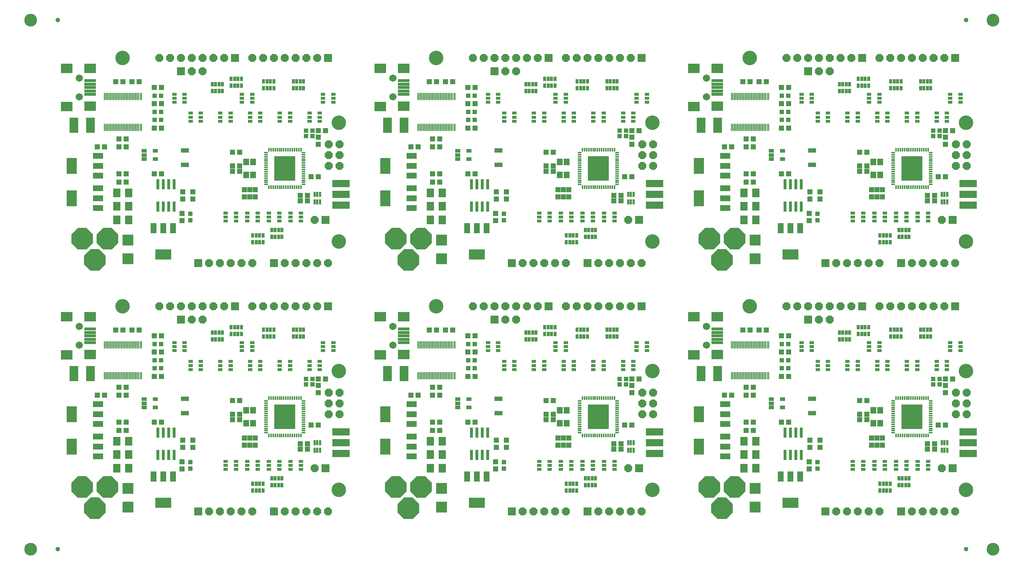
<source format=gts>
G75*
G70*
%OFA0B0*%
%FSLAX25Y25*%
%IPPOS*%
%LPD*%
%AMOC8*
5,1,8,0,0,1.08239X$1,22.5*
%
%ADD103R,0.07100X0.07890*%
%ADD11R,0.05330X0.06310*%
%ADD111R,0.03560X0.01780*%
%ADD114R,0.07490X0.03950*%
%ADD115C,0.00460*%
%ADD120R,0.07200X0.07200*%
%ADD132C,0.11820*%
%ADD137R,0.03950X0.02970*%
%ADD14R,0.14970X0.09460*%
%ADD149R,0.09460X0.14970*%
%ADD151R,0.05600X0.09600*%
%ADD152C,0.13400*%
%ADD158R,0.16400X0.06800*%
%ADD17C,0.02000*%
%ADD22R,0.03950X0.03950*%
%ADD29R,0.05130X0.04740*%
%ADD33OC8,0.07200*%
%ADD39R,0.03160X0.09460*%
%ADD43R,0.09600X0.05600*%
%ADD50R,0.16800X0.06800*%
%ADD57R,0.01780X0.03560*%
%ADD58R,0.04700X0.03520*%
%ADD59R,0.08280X0.14190*%
%ADD60R,0.10250X0.10250*%
%ADD62R,0.04740X0.05130*%
%ADD79C,0.06740*%
%ADD87OC8,0.19800*%
%ADD88R,0.02180X0.04740*%
%ADD90R,0.10640X0.02770*%
%ADD91R,0.19500X0.23040*%
%ADD97R,0.02770X0.04340*%
%ADD99R,0.10640X0.08670*%
X0010000Y0010000D02*
G75*
%LPD*%
D132*
X0035000Y0035000D03*
X0925000Y0035000D03*
D17*
X0899000Y0035000D02*
X0899020Y0035200D01*
X0899080Y0035380D01*
X0899170Y0035560D01*
X0899290Y0035710D01*
X0899440Y0035830D01*
X0899620Y0035920D01*
X0899800Y0035980D01*
X0900000Y0036000D01*
X0900200Y0035980D01*
X0900380Y0035920D01*
X0900560Y0035830D01*
X0900710Y0035710D01*
X0900830Y0035560D01*
X0900920Y0035380D01*
X0900980Y0035200D01*
X0901000Y0035000D01*
X0900980Y0034800D01*
X0900920Y0034620D01*
X0900830Y0034440D01*
X0900710Y0034290D01*
X0900560Y0034170D01*
X0900380Y0034080D01*
X0900200Y0034020D01*
X0900000Y0034000D01*
X0899800Y0034020D01*
X0899620Y0034080D01*
X0899440Y0034170D01*
X0899290Y0034290D01*
X0899170Y0034440D01*
X0899080Y0034620D01*
X0899020Y0034800D01*
X0899000Y0035000D01*
X0059000Y0035000D02*
X0059020Y0035200D01*
X0059080Y0035380D01*
X0059170Y0035560D01*
X0059290Y0035710D01*
X0059440Y0035830D01*
X0059620Y0035920D01*
X0059800Y0035980D01*
X0060000Y0036000D01*
X0060200Y0035980D01*
X0060380Y0035920D01*
X0060560Y0035830D01*
X0060710Y0035710D01*
X0060830Y0035560D01*
X0060920Y0035380D01*
X0060980Y0035200D01*
X0061000Y0035000D01*
X0060980Y0034800D01*
X0060920Y0034620D01*
X0060830Y0034440D01*
X0060710Y0034290D01*
X0060560Y0034170D01*
X0060380Y0034080D01*
X0060200Y0034020D01*
X0060000Y0034000D01*
X0059800Y0034020D01*
X0059620Y0034080D01*
X0059440Y0034170D01*
X0059290Y0034290D01*
X0059170Y0034440D01*
X0059080Y0034620D01*
X0059020Y0034800D01*
X0059000Y0035000D01*
X0010000Y0060000D02*
G75*
%LPD*%
X0060000Y0060000D02*
G75*
%LPD*%
D152*
X0120000Y0260000D03*
X0320000Y0200000D03*
X0320000Y0090000D03*
D33*
X0310000Y0070000D03*
X0300000Y0070000D03*
X0290000Y0070000D03*
X0280000Y0070000D03*
X0270000Y0070000D03*
X0240000Y0070000D03*
X0230000Y0070000D03*
X0220000Y0070000D03*
X0210000Y0070000D03*
X0200000Y0070000D03*
X0297500Y0110000D03*
X0310550Y0159810D03*
X0320550Y0159810D03*
X0320550Y0169810D03*
X0310550Y0169810D03*
X0310550Y0179810D03*
X0320550Y0179810D03*
X0300000Y0260000D03*
X0290000Y0260000D03*
X0280000Y0260000D03*
X0270000Y0260000D03*
X0260000Y0260000D03*
X0250000Y0260000D03*
X0240000Y0260000D03*
X0214000Y0260000D03*
X0204000Y0260000D03*
X0194000Y0260000D03*
X0184000Y0260000D03*
X0174000Y0260000D03*
X0164000Y0260000D03*
X0154000Y0260000D03*
X0184000Y0247500D03*
X0194000Y0247500D03*
D29*
X0135340Y0238000D03*
X0128650Y0238000D03*
X0120340Y0238000D03*
X0113650Y0238000D03*
X0116650Y0177500D03*
X0123340Y0177500D03*
X0103340Y0177500D03*
X0096650Y0177500D03*
X0149150Y0152500D03*
X0155840Y0152500D03*
X0185000Y0135850D03*
X0185000Y0129160D03*
X0175000Y0115850D03*
X0175000Y0109160D03*
X0221650Y0155000D03*
X0221650Y0160000D03*
X0228340Y0160000D03*
X0228340Y0155000D03*
X0228340Y0172500D03*
X0221650Y0172500D03*
X0284150Y0132500D03*
X0290840Y0132500D03*
X0290840Y0127500D03*
X0284150Y0127500D03*
X0294150Y0150000D03*
X0300840Y0150000D03*
X0300800Y0179860D03*
X0300800Y0186550D03*
D120*
X0310000Y0260000D03*
X0224000Y0260000D03*
X0174000Y0247500D03*
X0307500Y0110000D03*
X0260000Y0070000D03*
X0190000Y0070000D03*
D103*
X0125510Y0110000D03*
X0114480Y0110000D03*
X0114480Y0122500D03*
X0125510Y0122500D03*
X0125510Y0135000D03*
X0114480Y0135000D03*
D62*
X0116650Y0145000D03*
X0123340Y0145000D03*
X0123340Y0152500D03*
X0116650Y0152500D03*
X0116650Y0185000D03*
X0123340Y0185000D03*
X0149150Y0195000D03*
X0155840Y0195000D03*
X0155840Y0217500D03*
X0149150Y0217500D03*
X0149150Y0232500D03*
X0155840Y0232500D03*
X0232500Y0137850D03*
X0237500Y0137850D03*
X0242500Y0137850D03*
X0242500Y0131160D03*
X0237500Y0131160D03*
X0232500Y0131160D03*
X0175500Y0129160D03*
X0175500Y0135850D03*
X0300750Y0192400D03*
X0307440Y0192400D03*
D22*
X0295450Y0192500D03*
X0295450Y0187500D03*
X0289540Y0187500D03*
X0289540Y0192500D03*
X0182500Y0115460D03*
X0182500Y0109550D03*
X0155450Y0202500D03*
X0149540Y0202500D03*
X0149540Y0210000D03*
X0155450Y0210000D03*
X0155450Y0225000D03*
X0149540Y0225000D03*
D60*
X0125000Y0091170D03*
X0125000Y0073840D03*
D87*
X0094200Y0073000D03*
X0106000Y0092700D03*
X0082400Y0092700D03*
D115*
X0102440Y0192610D02*
X0104280Y0192610D01*
X0102440Y0192610D02*
X0102440Y0198850D01*
X0104280Y0198850D01*
X0104280Y0192610D01*
X0104280Y0193060D02*
X0102440Y0193060D01*
X0102440Y0193510D02*
X0104280Y0193510D01*
X0104280Y0193960D02*
X0102440Y0193960D01*
X0102440Y0194410D02*
X0104280Y0194410D01*
X0104280Y0194860D02*
X0102440Y0194860D01*
X0102440Y0195310D02*
X0104280Y0195310D01*
X0104280Y0195760D02*
X0102440Y0195760D01*
X0102440Y0196210D02*
X0104280Y0196210D01*
X0104280Y0196660D02*
X0102440Y0196660D01*
X0102440Y0197110D02*
X0104280Y0197110D01*
X0104280Y0197560D02*
X0102440Y0197560D01*
X0102440Y0198010D02*
X0104280Y0198010D01*
X0104280Y0198460D02*
X0102440Y0198460D01*
X0105000Y0192610D02*
X0106840Y0192610D01*
X0105000Y0192610D02*
X0105000Y0198850D01*
X0106840Y0198850D01*
X0106840Y0192610D01*
X0106840Y0193060D02*
X0105000Y0193060D01*
X0105000Y0193510D02*
X0106840Y0193510D01*
X0106840Y0193960D02*
X0105000Y0193960D01*
X0105000Y0194410D02*
X0106840Y0194410D01*
X0106840Y0194860D02*
X0105000Y0194860D01*
X0105000Y0195310D02*
X0106840Y0195310D01*
X0106840Y0195760D02*
X0105000Y0195760D01*
X0105000Y0196210D02*
X0106840Y0196210D01*
X0106840Y0196660D02*
X0105000Y0196660D01*
X0105000Y0197110D02*
X0106840Y0197110D01*
X0106840Y0197560D02*
X0105000Y0197560D01*
X0105000Y0198010D02*
X0106840Y0198010D01*
X0106840Y0198460D02*
X0105000Y0198460D01*
X0107560Y0192610D02*
X0109400Y0192610D01*
X0107560Y0192610D02*
X0107560Y0198850D01*
X0109400Y0198850D01*
X0109400Y0192610D01*
X0109400Y0193060D02*
X0107560Y0193060D01*
X0107560Y0193510D02*
X0109400Y0193510D01*
X0109400Y0193960D02*
X0107560Y0193960D01*
X0107560Y0194410D02*
X0109400Y0194410D01*
X0109400Y0194860D02*
X0107560Y0194860D01*
X0107560Y0195310D02*
X0109400Y0195310D01*
X0109400Y0195760D02*
X0107560Y0195760D01*
X0107560Y0196210D02*
X0109400Y0196210D01*
X0109400Y0196660D02*
X0107560Y0196660D01*
X0107560Y0197110D02*
X0109400Y0197110D01*
X0109400Y0197560D02*
X0107560Y0197560D01*
X0107560Y0198010D02*
X0109400Y0198010D01*
X0109400Y0198460D02*
X0107560Y0198460D01*
X0110120Y0192610D02*
X0111960Y0192610D01*
X0110120Y0192610D02*
X0110120Y0198850D01*
X0111960Y0198850D01*
X0111960Y0192610D01*
X0111960Y0193060D02*
X0110120Y0193060D01*
X0110120Y0193510D02*
X0111960Y0193510D01*
X0111960Y0193960D02*
X0110120Y0193960D01*
X0110120Y0194410D02*
X0111960Y0194410D01*
X0111960Y0194860D02*
X0110120Y0194860D01*
X0110120Y0195310D02*
X0111960Y0195310D01*
X0111960Y0195760D02*
X0110120Y0195760D01*
X0110120Y0196210D02*
X0111960Y0196210D01*
X0111960Y0196660D02*
X0110120Y0196660D01*
X0110120Y0197110D02*
X0111960Y0197110D01*
X0111960Y0197560D02*
X0110120Y0197560D01*
X0110120Y0198010D02*
X0111960Y0198010D01*
X0111960Y0198460D02*
X0110120Y0198460D01*
X0112680Y0192610D02*
X0114520Y0192610D01*
X0112680Y0192610D02*
X0112680Y0198850D01*
X0114520Y0198850D01*
X0114520Y0192610D01*
X0114520Y0193060D02*
X0112680Y0193060D01*
X0112680Y0193510D02*
X0114520Y0193510D01*
X0114520Y0193960D02*
X0112680Y0193960D01*
X0112680Y0194410D02*
X0114520Y0194410D01*
X0114520Y0194860D02*
X0112680Y0194860D01*
X0112680Y0195310D02*
X0114520Y0195310D01*
X0114520Y0195760D02*
X0112680Y0195760D01*
X0112680Y0196210D02*
X0114520Y0196210D01*
X0114520Y0196660D02*
X0112680Y0196660D01*
X0112680Y0197110D02*
X0114520Y0197110D01*
X0114520Y0197560D02*
X0112680Y0197560D01*
X0112680Y0198010D02*
X0114520Y0198010D01*
X0114520Y0198460D02*
X0112680Y0198460D01*
X0115240Y0192610D02*
X0117080Y0192610D01*
X0115240Y0192610D02*
X0115240Y0198850D01*
X0117080Y0198850D01*
X0117080Y0192610D01*
X0117080Y0193060D02*
X0115240Y0193060D01*
X0115240Y0193510D02*
X0117080Y0193510D01*
X0117080Y0193960D02*
X0115240Y0193960D01*
X0115240Y0194410D02*
X0117080Y0194410D01*
X0117080Y0194860D02*
X0115240Y0194860D01*
X0115240Y0195310D02*
X0117080Y0195310D01*
X0117080Y0195760D02*
X0115240Y0195760D01*
X0115240Y0196210D02*
X0117080Y0196210D01*
X0117080Y0196660D02*
X0115240Y0196660D01*
X0115240Y0197110D02*
X0117080Y0197110D01*
X0117080Y0197560D02*
X0115240Y0197560D01*
X0115240Y0198010D02*
X0117080Y0198010D01*
X0117080Y0198460D02*
X0115240Y0198460D01*
X0117800Y0192610D02*
X0119640Y0192610D01*
X0117800Y0192610D02*
X0117800Y0198850D01*
X0119640Y0198850D01*
X0119640Y0192610D01*
X0119640Y0193060D02*
X0117800Y0193060D01*
X0117800Y0193510D02*
X0119640Y0193510D01*
X0119640Y0193960D02*
X0117800Y0193960D01*
X0117800Y0194410D02*
X0119640Y0194410D01*
X0119640Y0194860D02*
X0117800Y0194860D01*
X0117800Y0195310D02*
X0119640Y0195310D01*
X0119640Y0195760D02*
X0117800Y0195760D01*
X0117800Y0196210D02*
X0119640Y0196210D01*
X0119640Y0196660D02*
X0117800Y0196660D01*
X0117800Y0197110D02*
X0119640Y0197110D01*
X0119640Y0197560D02*
X0117800Y0197560D01*
X0117800Y0198010D02*
X0119640Y0198010D01*
X0119640Y0198460D02*
X0117800Y0198460D01*
X0120360Y0192610D02*
X0122200Y0192610D01*
X0120360Y0192610D02*
X0120360Y0198850D01*
X0122200Y0198850D01*
X0122200Y0192610D01*
X0122200Y0193060D02*
X0120360Y0193060D01*
X0120360Y0193510D02*
X0122200Y0193510D01*
X0122200Y0193960D02*
X0120360Y0193960D01*
X0120360Y0194410D02*
X0122200Y0194410D01*
X0122200Y0194860D02*
X0120360Y0194860D01*
X0120360Y0195310D02*
X0122200Y0195310D01*
X0122200Y0195760D02*
X0120360Y0195760D01*
X0120360Y0196210D02*
X0122200Y0196210D01*
X0122200Y0196660D02*
X0120360Y0196660D01*
X0120360Y0197110D02*
X0122200Y0197110D01*
X0122200Y0197560D02*
X0120360Y0197560D01*
X0120360Y0198010D02*
X0122200Y0198010D01*
X0122200Y0198460D02*
X0120360Y0198460D01*
X0122910Y0192610D02*
X0124750Y0192610D01*
X0122910Y0192610D02*
X0122910Y0198850D01*
X0124750Y0198850D01*
X0124750Y0192610D01*
X0124750Y0193060D02*
X0122910Y0193060D01*
X0122910Y0193510D02*
X0124750Y0193510D01*
X0124750Y0193960D02*
X0122910Y0193960D01*
X0122910Y0194410D02*
X0124750Y0194410D01*
X0124750Y0194860D02*
X0122910Y0194860D01*
X0122910Y0195310D02*
X0124750Y0195310D01*
X0124750Y0195760D02*
X0122910Y0195760D01*
X0122910Y0196210D02*
X0124750Y0196210D01*
X0124750Y0196660D02*
X0122910Y0196660D01*
X0122910Y0197110D02*
X0124750Y0197110D01*
X0124750Y0197560D02*
X0122910Y0197560D01*
X0122910Y0198010D02*
X0124750Y0198010D01*
X0124750Y0198460D02*
X0122910Y0198460D01*
X0125470Y0192610D02*
X0127310Y0192610D01*
X0125470Y0192610D02*
X0125470Y0198850D01*
X0127310Y0198850D01*
X0127310Y0192610D01*
X0127310Y0193060D02*
X0125470Y0193060D01*
X0125470Y0193510D02*
X0127310Y0193510D01*
X0127310Y0193960D02*
X0125470Y0193960D01*
X0125470Y0194410D02*
X0127310Y0194410D01*
X0127310Y0194860D02*
X0125470Y0194860D01*
X0125470Y0195310D02*
X0127310Y0195310D01*
X0127310Y0195760D02*
X0125470Y0195760D01*
X0125470Y0196210D02*
X0127310Y0196210D01*
X0127310Y0196660D02*
X0125470Y0196660D01*
X0125470Y0197110D02*
X0127310Y0197110D01*
X0127310Y0197560D02*
X0125470Y0197560D01*
X0125470Y0198010D02*
X0127310Y0198010D01*
X0127310Y0198460D02*
X0125470Y0198460D01*
X0128030Y0192610D02*
X0129870Y0192610D01*
X0128030Y0192610D02*
X0128030Y0198850D01*
X0129870Y0198850D01*
X0129870Y0192610D01*
X0129870Y0193060D02*
X0128030Y0193060D01*
X0128030Y0193510D02*
X0129870Y0193510D01*
X0129870Y0193960D02*
X0128030Y0193960D01*
X0128030Y0194410D02*
X0129870Y0194410D01*
X0129870Y0194860D02*
X0128030Y0194860D01*
X0128030Y0195310D02*
X0129870Y0195310D01*
X0129870Y0195760D02*
X0128030Y0195760D01*
X0128030Y0196210D02*
X0129870Y0196210D01*
X0129870Y0196660D02*
X0128030Y0196660D01*
X0128030Y0197110D02*
X0129870Y0197110D01*
X0129870Y0197560D02*
X0128030Y0197560D01*
X0128030Y0198010D02*
X0129870Y0198010D01*
X0129870Y0198460D02*
X0128030Y0198460D01*
X0130590Y0192610D02*
X0132430Y0192610D01*
X0130590Y0192610D02*
X0130590Y0198850D01*
X0132430Y0198850D01*
X0132430Y0192610D01*
X0132430Y0193060D02*
X0130590Y0193060D01*
X0130590Y0193510D02*
X0132430Y0193510D01*
X0132430Y0193960D02*
X0130590Y0193960D01*
X0130590Y0194410D02*
X0132430Y0194410D01*
X0132430Y0194860D02*
X0130590Y0194860D01*
X0130590Y0195310D02*
X0132430Y0195310D01*
X0132430Y0195760D02*
X0130590Y0195760D01*
X0130590Y0196210D02*
X0132430Y0196210D01*
X0132430Y0196660D02*
X0130590Y0196660D01*
X0130590Y0197110D02*
X0132430Y0197110D01*
X0132430Y0197560D02*
X0130590Y0197560D01*
X0130590Y0198010D02*
X0132430Y0198010D01*
X0132430Y0198460D02*
X0130590Y0198460D01*
X0133150Y0192610D02*
X0134990Y0192610D01*
X0133150Y0192610D02*
X0133150Y0198850D01*
X0134990Y0198850D01*
X0134990Y0192610D01*
X0134990Y0193060D02*
X0133150Y0193060D01*
X0133150Y0193510D02*
X0134990Y0193510D01*
X0134990Y0193960D02*
X0133150Y0193960D01*
X0133150Y0194410D02*
X0134990Y0194410D01*
X0134990Y0194860D02*
X0133150Y0194860D01*
X0133150Y0195310D02*
X0134990Y0195310D01*
X0134990Y0195760D02*
X0133150Y0195760D01*
X0133150Y0196210D02*
X0134990Y0196210D01*
X0134990Y0196660D02*
X0133150Y0196660D01*
X0133150Y0197110D02*
X0134990Y0197110D01*
X0134990Y0197560D02*
X0133150Y0197560D01*
X0133150Y0198010D02*
X0134990Y0198010D01*
X0134990Y0198460D02*
X0133150Y0198460D01*
X0135710Y0192610D02*
X0137550Y0192610D01*
X0135710Y0192610D02*
X0135710Y0198850D01*
X0137550Y0198850D01*
X0137550Y0192610D01*
X0137550Y0193060D02*
X0135710Y0193060D01*
X0135710Y0193510D02*
X0137550Y0193510D01*
X0137550Y0193960D02*
X0135710Y0193960D01*
X0135710Y0194410D02*
X0137550Y0194410D01*
X0137550Y0194860D02*
X0135710Y0194860D01*
X0135710Y0195310D02*
X0137550Y0195310D01*
X0137550Y0195760D02*
X0135710Y0195760D01*
X0135710Y0196210D02*
X0137550Y0196210D01*
X0137550Y0196660D02*
X0135710Y0196660D01*
X0135710Y0197110D02*
X0137550Y0197110D01*
X0137550Y0197560D02*
X0135710Y0197560D01*
X0135710Y0198010D02*
X0137550Y0198010D01*
X0137550Y0198460D02*
X0135710Y0198460D01*
X0135710Y0221160D02*
X0137550Y0221160D01*
X0135710Y0221160D02*
X0135710Y0227400D01*
X0137550Y0227400D01*
X0137550Y0221160D01*
X0137550Y0221610D02*
X0135710Y0221610D01*
X0135710Y0222060D02*
X0137550Y0222060D01*
X0137550Y0222510D02*
X0135710Y0222510D01*
X0135710Y0222960D02*
X0137550Y0222960D01*
X0137550Y0223410D02*
X0135710Y0223410D01*
X0135710Y0223860D02*
X0137550Y0223860D01*
X0137550Y0224310D02*
X0135710Y0224310D01*
X0135710Y0224760D02*
X0137550Y0224760D01*
X0137550Y0225210D02*
X0135710Y0225210D01*
X0135710Y0225660D02*
X0137550Y0225660D01*
X0137550Y0226110D02*
X0135710Y0226110D01*
X0135710Y0226560D02*
X0137550Y0226560D01*
X0137550Y0227010D02*
X0135710Y0227010D01*
X0134990Y0221160D02*
X0133150Y0221160D01*
X0133150Y0227400D01*
X0134990Y0227400D01*
X0134990Y0221160D01*
X0134990Y0221610D02*
X0133150Y0221610D01*
X0133150Y0222060D02*
X0134990Y0222060D01*
X0134990Y0222510D02*
X0133150Y0222510D01*
X0133150Y0222960D02*
X0134990Y0222960D01*
X0134990Y0223410D02*
X0133150Y0223410D01*
X0133150Y0223860D02*
X0134990Y0223860D01*
X0134990Y0224310D02*
X0133150Y0224310D01*
X0133150Y0224760D02*
X0134990Y0224760D01*
X0134990Y0225210D02*
X0133150Y0225210D01*
X0133150Y0225660D02*
X0134990Y0225660D01*
X0134990Y0226110D02*
X0133150Y0226110D01*
X0133150Y0226560D02*
X0134990Y0226560D01*
X0134990Y0227010D02*
X0133150Y0227010D01*
X0132430Y0221160D02*
X0130590Y0221160D01*
X0130590Y0227400D01*
X0132430Y0227400D01*
X0132430Y0221160D01*
X0132430Y0221610D02*
X0130590Y0221610D01*
X0130590Y0222060D02*
X0132430Y0222060D01*
X0132430Y0222510D02*
X0130590Y0222510D01*
X0130590Y0222960D02*
X0132430Y0222960D01*
X0132430Y0223410D02*
X0130590Y0223410D01*
X0130590Y0223860D02*
X0132430Y0223860D01*
X0132430Y0224310D02*
X0130590Y0224310D01*
X0130590Y0224760D02*
X0132430Y0224760D01*
X0132430Y0225210D02*
X0130590Y0225210D01*
X0130590Y0225660D02*
X0132430Y0225660D01*
X0132430Y0226110D02*
X0130590Y0226110D01*
X0130590Y0226560D02*
X0132430Y0226560D01*
X0132430Y0227010D02*
X0130590Y0227010D01*
X0129870Y0221160D02*
X0128030Y0221160D01*
X0128030Y0227400D01*
X0129870Y0227400D01*
X0129870Y0221160D01*
X0129870Y0221610D02*
X0128030Y0221610D01*
X0128030Y0222060D02*
X0129870Y0222060D01*
X0129870Y0222510D02*
X0128030Y0222510D01*
X0128030Y0222960D02*
X0129870Y0222960D01*
X0129870Y0223410D02*
X0128030Y0223410D01*
X0128030Y0223860D02*
X0129870Y0223860D01*
X0129870Y0224310D02*
X0128030Y0224310D01*
X0128030Y0224760D02*
X0129870Y0224760D01*
X0129870Y0225210D02*
X0128030Y0225210D01*
X0128030Y0225660D02*
X0129870Y0225660D01*
X0129870Y0226110D02*
X0128030Y0226110D01*
X0128030Y0226560D02*
X0129870Y0226560D01*
X0129870Y0227010D02*
X0128030Y0227010D01*
X0127310Y0221160D02*
X0125470Y0221160D01*
X0125470Y0227400D01*
X0127310Y0227400D01*
X0127310Y0221160D01*
X0127310Y0221610D02*
X0125470Y0221610D01*
X0125470Y0222060D02*
X0127310Y0222060D01*
X0127310Y0222510D02*
X0125470Y0222510D01*
X0125470Y0222960D02*
X0127310Y0222960D01*
X0127310Y0223410D02*
X0125470Y0223410D01*
X0125470Y0223860D02*
X0127310Y0223860D01*
X0127310Y0224310D02*
X0125470Y0224310D01*
X0125470Y0224760D02*
X0127310Y0224760D01*
X0127310Y0225210D02*
X0125470Y0225210D01*
X0125470Y0225660D02*
X0127310Y0225660D01*
X0127310Y0226110D02*
X0125470Y0226110D01*
X0125470Y0226560D02*
X0127310Y0226560D01*
X0127310Y0227010D02*
X0125470Y0227010D01*
X0124750Y0221160D02*
X0122910Y0221160D01*
X0122910Y0227400D01*
X0124750Y0227400D01*
X0124750Y0221160D01*
X0124750Y0221610D02*
X0122910Y0221610D01*
X0122910Y0222060D02*
X0124750Y0222060D01*
X0124750Y0222510D02*
X0122910Y0222510D01*
X0122910Y0222960D02*
X0124750Y0222960D01*
X0124750Y0223410D02*
X0122910Y0223410D01*
X0122910Y0223860D02*
X0124750Y0223860D01*
X0124750Y0224310D02*
X0122910Y0224310D01*
X0122910Y0224760D02*
X0124750Y0224760D01*
X0124750Y0225210D02*
X0122910Y0225210D01*
X0122910Y0225660D02*
X0124750Y0225660D01*
X0124750Y0226110D02*
X0122910Y0226110D01*
X0122910Y0226560D02*
X0124750Y0226560D01*
X0124750Y0227010D02*
X0122910Y0227010D01*
X0122200Y0221160D02*
X0120360Y0221160D01*
X0120360Y0227400D01*
X0122200Y0227400D01*
X0122200Y0221160D01*
X0122200Y0221610D02*
X0120360Y0221610D01*
X0120360Y0222060D02*
X0122200Y0222060D01*
X0122200Y0222510D02*
X0120360Y0222510D01*
X0120360Y0222960D02*
X0122200Y0222960D01*
X0122200Y0223410D02*
X0120360Y0223410D01*
X0120360Y0223860D02*
X0122200Y0223860D01*
X0122200Y0224310D02*
X0120360Y0224310D01*
X0120360Y0224760D02*
X0122200Y0224760D01*
X0122200Y0225210D02*
X0120360Y0225210D01*
X0120360Y0225660D02*
X0122200Y0225660D01*
X0122200Y0226110D02*
X0120360Y0226110D01*
X0120360Y0226560D02*
X0122200Y0226560D01*
X0122200Y0227010D02*
X0120360Y0227010D01*
X0119640Y0221160D02*
X0117800Y0221160D01*
X0117800Y0227400D01*
X0119640Y0227400D01*
X0119640Y0221160D01*
X0119640Y0221610D02*
X0117800Y0221610D01*
X0117800Y0222060D02*
X0119640Y0222060D01*
X0119640Y0222510D02*
X0117800Y0222510D01*
X0117800Y0222960D02*
X0119640Y0222960D01*
X0119640Y0223410D02*
X0117800Y0223410D01*
X0117800Y0223860D02*
X0119640Y0223860D01*
X0119640Y0224310D02*
X0117800Y0224310D01*
X0117800Y0224760D02*
X0119640Y0224760D01*
X0119640Y0225210D02*
X0117800Y0225210D01*
X0117800Y0225660D02*
X0119640Y0225660D01*
X0119640Y0226110D02*
X0117800Y0226110D01*
X0117800Y0226560D02*
X0119640Y0226560D01*
X0119640Y0227010D02*
X0117800Y0227010D01*
X0117080Y0221160D02*
X0115240Y0221160D01*
X0115240Y0227400D01*
X0117080Y0227400D01*
X0117080Y0221160D01*
X0117080Y0221610D02*
X0115240Y0221610D01*
X0115240Y0222060D02*
X0117080Y0222060D01*
X0117080Y0222510D02*
X0115240Y0222510D01*
X0115240Y0222960D02*
X0117080Y0222960D01*
X0117080Y0223410D02*
X0115240Y0223410D01*
X0115240Y0223860D02*
X0117080Y0223860D01*
X0117080Y0224310D02*
X0115240Y0224310D01*
X0115240Y0224760D02*
X0117080Y0224760D01*
X0117080Y0225210D02*
X0115240Y0225210D01*
X0115240Y0225660D02*
X0117080Y0225660D01*
X0117080Y0226110D02*
X0115240Y0226110D01*
X0115240Y0226560D02*
X0117080Y0226560D01*
X0117080Y0227010D02*
X0115240Y0227010D01*
X0114520Y0221160D02*
X0112680Y0221160D01*
X0112680Y0227400D01*
X0114520Y0227400D01*
X0114520Y0221160D01*
X0114520Y0221610D02*
X0112680Y0221610D01*
X0112680Y0222060D02*
X0114520Y0222060D01*
X0114520Y0222510D02*
X0112680Y0222510D01*
X0112680Y0222960D02*
X0114520Y0222960D01*
X0114520Y0223410D02*
X0112680Y0223410D01*
X0112680Y0223860D02*
X0114520Y0223860D01*
X0114520Y0224310D02*
X0112680Y0224310D01*
X0112680Y0224760D02*
X0114520Y0224760D01*
X0114520Y0225210D02*
X0112680Y0225210D01*
X0112680Y0225660D02*
X0114520Y0225660D01*
X0114520Y0226110D02*
X0112680Y0226110D01*
X0112680Y0226560D02*
X0114520Y0226560D01*
X0114520Y0227010D02*
X0112680Y0227010D01*
X0111960Y0221160D02*
X0110120Y0221160D01*
X0110120Y0227400D01*
X0111960Y0227400D01*
X0111960Y0221160D01*
X0111960Y0221610D02*
X0110120Y0221610D01*
X0110120Y0222060D02*
X0111960Y0222060D01*
X0111960Y0222510D02*
X0110120Y0222510D01*
X0110120Y0222960D02*
X0111960Y0222960D01*
X0111960Y0223410D02*
X0110120Y0223410D01*
X0110120Y0223860D02*
X0111960Y0223860D01*
X0111960Y0224310D02*
X0110120Y0224310D01*
X0110120Y0224760D02*
X0111960Y0224760D01*
X0111960Y0225210D02*
X0110120Y0225210D01*
X0110120Y0225660D02*
X0111960Y0225660D01*
X0111960Y0226110D02*
X0110120Y0226110D01*
X0110120Y0226560D02*
X0111960Y0226560D01*
X0111960Y0227010D02*
X0110120Y0227010D01*
X0109400Y0221160D02*
X0107560Y0221160D01*
X0107560Y0227400D01*
X0109400Y0227400D01*
X0109400Y0221160D01*
X0109400Y0221610D02*
X0107560Y0221610D01*
X0107560Y0222060D02*
X0109400Y0222060D01*
X0109400Y0222510D02*
X0107560Y0222510D01*
X0107560Y0222960D02*
X0109400Y0222960D01*
X0109400Y0223410D02*
X0107560Y0223410D01*
X0107560Y0223860D02*
X0109400Y0223860D01*
X0109400Y0224310D02*
X0107560Y0224310D01*
X0107560Y0224760D02*
X0109400Y0224760D01*
X0109400Y0225210D02*
X0107560Y0225210D01*
X0107560Y0225660D02*
X0109400Y0225660D01*
X0109400Y0226110D02*
X0107560Y0226110D01*
X0107560Y0226560D02*
X0109400Y0226560D01*
X0109400Y0227010D02*
X0107560Y0227010D01*
X0106840Y0221160D02*
X0105000Y0221160D01*
X0105000Y0227400D01*
X0106840Y0227400D01*
X0106840Y0221160D01*
X0106840Y0221610D02*
X0105000Y0221610D01*
X0105000Y0222060D02*
X0106840Y0222060D01*
X0106840Y0222510D02*
X0105000Y0222510D01*
X0105000Y0222960D02*
X0106840Y0222960D01*
X0106840Y0223410D02*
X0105000Y0223410D01*
X0105000Y0223860D02*
X0106840Y0223860D01*
X0106840Y0224310D02*
X0105000Y0224310D01*
X0105000Y0224760D02*
X0106840Y0224760D01*
X0106840Y0225210D02*
X0105000Y0225210D01*
X0105000Y0225660D02*
X0106840Y0225660D01*
X0106840Y0226110D02*
X0105000Y0226110D01*
X0105000Y0226560D02*
X0106840Y0226560D01*
X0106840Y0227010D02*
X0105000Y0227010D01*
X0104280Y0221160D02*
X0102440Y0221160D01*
X0102440Y0227400D01*
X0104280Y0227400D01*
X0104280Y0221160D01*
X0104280Y0221610D02*
X0102440Y0221610D01*
X0102440Y0222060D02*
X0104280Y0222060D01*
X0104280Y0222510D02*
X0102440Y0222510D01*
X0102440Y0222960D02*
X0104280Y0222960D01*
X0104280Y0223410D02*
X0102440Y0223410D01*
X0102440Y0223860D02*
X0104280Y0223860D01*
X0104280Y0224310D02*
X0102440Y0224310D01*
X0102440Y0224760D02*
X0104280Y0224760D01*
X0104280Y0225210D02*
X0102440Y0225210D01*
X0102440Y0225660D02*
X0104280Y0225660D01*
X0104280Y0226110D02*
X0102440Y0226110D01*
X0102440Y0226560D02*
X0104280Y0226560D01*
X0104280Y0227010D02*
X0102440Y0227010D01*
D59*
X0090170Y0197500D03*
X0074820Y0197500D03*
D43*
X0097200Y0169100D03*
X0097200Y0160000D03*
X0097200Y0150900D03*
D149*
X0072800Y0160000D03*
X0072800Y0130000D03*
D39*
X0152500Y0122270D03*
X0157500Y0122270D03*
X0162500Y0122270D03*
X0167500Y0122270D03*
X0167500Y0142740D03*
X0162500Y0142740D03*
X0157500Y0142740D03*
X0152500Y0142740D03*
D43*
X0097200Y0139100D03*
X0097200Y0130000D03*
X0097200Y0120910D03*
D151*
X0148400Y0102210D03*
X0157500Y0102210D03*
X0166590Y0102210D03*
D14*
X0157500Y0077800D03*
D57*
X0255230Y0140180D03*
X0257200Y0140180D03*
X0259170Y0140180D03*
X0261140Y0140180D03*
X0263110Y0140180D03*
X0265070Y0140180D03*
X0267040Y0140180D03*
X0269010Y0140180D03*
X0270980Y0140180D03*
X0272950Y0140180D03*
X0274920Y0140180D03*
X0276890Y0140180D03*
X0278850Y0140180D03*
X0280820Y0140180D03*
X0282790Y0140180D03*
X0284760Y0140180D03*
X0284760Y0174830D03*
X0282790Y0174830D03*
X0280820Y0174830D03*
X0278850Y0174830D03*
X0276890Y0174830D03*
X0274920Y0174830D03*
X0272950Y0174830D03*
X0270980Y0174830D03*
X0269010Y0174830D03*
X0267040Y0174830D03*
X0265070Y0174830D03*
X0263110Y0174830D03*
X0261140Y0174830D03*
X0259170Y0174830D03*
X0257200Y0174830D03*
X0255230Y0174830D03*
D111*
X0252670Y0172270D03*
X0252670Y0170300D03*
X0252670Y0168330D03*
X0252670Y0166360D03*
X0252670Y0164390D03*
X0252670Y0162430D03*
X0252670Y0160460D03*
X0252670Y0158490D03*
X0252670Y0156520D03*
X0252670Y0154550D03*
X0252670Y0152580D03*
X0252670Y0150610D03*
X0252670Y0148650D03*
X0252670Y0146680D03*
X0252670Y0144710D03*
X0252670Y0142740D03*
X0287320Y0142740D03*
X0287320Y0144710D03*
X0287320Y0146680D03*
X0287320Y0148650D03*
X0287320Y0150610D03*
X0287320Y0152580D03*
X0287320Y0154550D03*
X0287320Y0156520D03*
X0287320Y0158490D03*
X0287320Y0160460D03*
X0287320Y0162430D03*
X0287320Y0164390D03*
X0287320Y0166360D03*
X0287320Y0168330D03*
X0287320Y0170300D03*
X0287320Y0172270D03*
D91*
X0270000Y0157500D03*
D88*
X0297440Y0133550D03*
X0300000Y0133550D03*
X0302560Y0133550D03*
X0302560Y0126460D03*
X0300000Y0126460D03*
X0297440Y0126460D03*
D50*
D158*
X0321800Y0123500D03*
D50*
D158*
X0321800Y0133500D03*
D50*
D158*
X0321800Y0143500D03*
D50*
D11*
X0240650Y0151600D03*
X0234350Y0151600D03*
X0234350Y0163410D03*
X0240650Y0163410D03*
D99*
X0089840Y0215180D03*
X0068190Y0214790D03*
X0068190Y0250220D03*
X0089840Y0250220D03*
D90*
X0089840Y0238800D03*
X0089840Y0235650D03*
X0089840Y0232500D03*
X0089840Y0229360D03*
X0089840Y0226210D03*
D79*
X0080000Y0223840D03*
X0080000Y0241170D03*
D137*
X0167770Y0226240D03*
X0167770Y0222500D03*
X0167770Y0218760D03*
X0177220Y0218760D03*
X0177220Y0222500D03*
X0177220Y0226240D03*
X0182770Y0208740D03*
X0182770Y0205000D03*
X0182770Y0201260D03*
X0192220Y0201260D03*
X0192220Y0205000D03*
X0192220Y0208740D03*
X0210270Y0208740D03*
X0210270Y0205000D03*
X0210270Y0201260D03*
X0219720Y0201260D03*
X0219720Y0205000D03*
X0219720Y0208740D03*
X0230270Y0218760D03*
X0230270Y0222500D03*
X0230270Y0226240D03*
X0239720Y0226240D03*
X0239720Y0222500D03*
X0239720Y0218760D03*
X0237770Y0208740D03*
X0237770Y0205000D03*
X0237770Y0201260D03*
X0247220Y0201260D03*
X0247220Y0205000D03*
X0247220Y0208740D03*
X0265270Y0208740D03*
X0265270Y0205000D03*
X0265270Y0201260D03*
X0274720Y0201260D03*
X0274720Y0205000D03*
X0274720Y0208740D03*
X0292770Y0208740D03*
X0292770Y0205000D03*
X0292770Y0201260D03*
X0302220Y0201260D03*
X0302220Y0205000D03*
X0302220Y0208740D03*
X0305270Y0218760D03*
X0305270Y0222500D03*
X0305270Y0226240D03*
X0314720Y0226240D03*
X0314720Y0222500D03*
X0314720Y0218760D03*
X0284720Y0116240D03*
X0284720Y0112500D03*
X0284720Y0108760D03*
X0275270Y0108760D03*
X0275270Y0112500D03*
X0275270Y0116240D03*
X0264720Y0116240D03*
X0264720Y0112500D03*
X0264720Y0108760D03*
X0255270Y0108760D03*
X0255270Y0112500D03*
X0255270Y0116240D03*
X0244720Y0116240D03*
X0244720Y0112500D03*
X0244720Y0108760D03*
X0235270Y0108760D03*
X0235270Y0112500D03*
X0235270Y0116240D03*
X0224720Y0116240D03*
X0224720Y0112500D03*
X0224720Y0108760D03*
X0215270Y0108760D03*
X0215270Y0112500D03*
X0215270Y0116240D03*
D58*
X0150110Y0166260D03*
X0150110Y0173740D03*
X0139920Y0173740D03*
X0139920Y0170000D03*
X0139920Y0166260D03*
D114*
X0177500Y0160810D03*
X0177500Y0174200D03*
D97*
X0202770Y0229360D03*
X0205920Y0229360D03*
X0209070Y0229360D03*
X0212220Y0229360D03*
X0212220Y0235650D03*
X0209070Y0235650D03*
X0205920Y0235650D03*
X0202770Y0235650D03*
X0220270Y0234360D03*
X0223420Y0234360D03*
X0226570Y0234360D03*
X0229720Y0234360D03*
X0229720Y0240650D03*
X0226570Y0240650D03*
X0223420Y0240650D03*
X0220270Y0240650D03*
X0250270Y0238150D03*
X0253420Y0238150D03*
X0256570Y0238150D03*
X0259720Y0238150D03*
X0259720Y0231860D03*
X0256570Y0231860D03*
X0253420Y0231860D03*
X0250270Y0231860D03*
X0277770Y0231860D03*
X0280920Y0231860D03*
X0284070Y0231860D03*
X0287220Y0231860D03*
X0287220Y0238150D03*
X0284070Y0238150D03*
X0280920Y0238150D03*
X0277770Y0238150D03*
X0267220Y0100650D03*
X0264070Y0100650D03*
X0260920Y0100650D03*
X0257770Y0100650D03*
X0257770Y0094360D03*
X0260920Y0094360D03*
X0264070Y0094360D03*
X0267220Y0094360D03*
X0249720Y0095650D03*
X0246570Y0095650D03*
X0243420Y0095650D03*
X0240270Y0095650D03*
X0240270Y0089360D03*
X0243420Y0089360D03*
X0246570Y0089360D03*
X0249720Y0089360D03*
X0060000Y0270000D02*
G75*
%LPD*%
X0060000Y0290000D02*
G75*
%LPD*%
D152*
X0120000Y0490000D03*
X0320000Y0430000D03*
X0320000Y0320000D03*
D33*
X0310000Y0300000D03*
X0300000Y0300000D03*
X0290000Y0300000D03*
X0280000Y0300000D03*
X0270000Y0300000D03*
X0240000Y0300000D03*
X0230000Y0300000D03*
X0220000Y0300000D03*
X0210000Y0300000D03*
X0200000Y0300000D03*
X0297500Y0340000D03*
X0310550Y0389810D03*
X0320550Y0389810D03*
X0320550Y0399810D03*
X0310550Y0399810D03*
X0310550Y0409810D03*
X0320550Y0409810D03*
X0300000Y0490000D03*
X0290000Y0490000D03*
X0280000Y0490000D03*
X0270000Y0490000D03*
X0260000Y0490000D03*
X0250000Y0490000D03*
X0240000Y0490000D03*
X0214000Y0490000D03*
X0204000Y0490000D03*
X0194000Y0490000D03*
X0184000Y0490000D03*
X0174000Y0490000D03*
X0164000Y0490000D03*
X0154000Y0490000D03*
X0184000Y0477500D03*
X0194000Y0477500D03*
D29*
X0135340Y0468000D03*
X0128650Y0468000D03*
X0120340Y0468000D03*
X0113650Y0468000D03*
X0116650Y0407500D03*
X0123340Y0407500D03*
X0103340Y0407500D03*
X0096650Y0407500D03*
X0149150Y0382500D03*
X0155840Y0382500D03*
X0185000Y0365850D03*
X0185000Y0359160D03*
X0175000Y0345850D03*
X0175000Y0339160D03*
X0221650Y0385000D03*
X0221650Y0390000D03*
X0228340Y0390000D03*
X0228340Y0385000D03*
X0228340Y0402500D03*
X0221650Y0402500D03*
X0284150Y0362500D03*
X0290840Y0362500D03*
X0290840Y0357500D03*
X0284150Y0357500D03*
X0294150Y0380000D03*
X0300840Y0380000D03*
X0300800Y0409860D03*
X0300800Y0416550D03*
D120*
X0310000Y0490000D03*
X0224000Y0490000D03*
X0174000Y0477500D03*
X0307500Y0340000D03*
X0260000Y0300000D03*
X0190000Y0300000D03*
D103*
X0125510Y0340000D03*
X0114480Y0340000D03*
X0114480Y0352500D03*
X0125510Y0352500D03*
X0125510Y0365000D03*
X0114480Y0365000D03*
D62*
X0116650Y0375000D03*
X0123340Y0375000D03*
X0123340Y0382500D03*
X0116650Y0382500D03*
X0116650Y0415000D03*
X0123340Y0415000D03*
X0149150Y0425000D03*
X0155840Y0425000D03*
X0155840Y0447500D03*
X0149150Y0447500D03*
X0149150Y0462500D03*
X0155840Y0462500D03*
X0232500Y0367850D03*
X0237500Y0367850D03*
X0242500Y0367850D03*
X0242500Y0361160D03*
X0237500Y0361160D03*
X0232500Y0361160D03*
X0175500Y0359160D03*
X0175500Y0365850D03*
X0300750Y0422400D03*
X0307440Y0422400D03*
D22*
X0295450Y0422500D03*
X0295450Y0417500D03*
X0289540Y0417500D03*
X0289540Y0422500D03*
X0182500Y0345460D03*
X0182500Y0339550D03*
X0155450Y0432500D03*
X0149540Y0432500D03*
X0149540Y0440000D03*
X0155450Y0440000D03*
X0155450Y0455000D03*
X0149540Y0455000D03*
D60*
X0125000Y0321170D03*
X0125000Y0303840D03*
D87*
X0094200Y0303000D03*
X0106000Y0322700D03*
X0082400Y0322700D03*
D115*
X0102440Y0422610D02*
X0104280Y0422610D01*
X0102440Y0422610D02*
X0102440Y0428850D01*
X0104280Y0428850D01*
X0104280Y0422610D01*
X0104280Y0423060D02*
X0102440Y0423060D01*
X0102440Y0423510D02*
X0104280Y0423510D01*
X0104280Y0423960D02*
X0102440Y0423960D01*
X0102440Y0424410D02*
X0104280Y0424410D01*
X0104280Y0424860D02*
X0102440Y0424860D01*
X0102440Y0425310D02*
X0104280Y0425310D01*
X0104280Y0425760D02*
X0102440Y0425760D01*
X0102440Y0426210D02*
X0104280Y0426210D01*
X0104280Y0426660D02*
X0102440Y0426660D01*
X0102440Y0427110D02*
X0104280Y0427110D01*
X0104280Y0427560D02*
X0102440Y0427560D01*
X0102440Y0428010D02*
X0104280Y0428010D01*
X0104280Y0428460D02*
X0102440Y0428460D01*
X0105000Y0422610D02*
X0106840Y0422610D01*
X0105000Y0422610D02*
X0105000Y0428850D01*
X0106840Y0428850D01*
X0106840Y0422610D01*
X0106840Y0423060D02*
X0105000Y0423060D01*
X0105000Y0423510D02*
X0106840Y0423510D01*
X0106840Y0423960D02*
X0105000Y0423960D01*
X0105000Y0424410D02*
X0106840Y0424410D01*
X0106840Y0424860D02*
X0105000Y0424860D01*
X0105000Y0425310D02*
X0106840Y0425310D01*
X0106840Y0425760D02*
X0105000Y0425760D01*
X0105000Y0426210D02*
X0106840Y0426210D01*
X0106840Y0426660D02*
X0105000Y0426660D01*
X0105000Y0427110D02*
X0106840Y0427110D01*
X0106840Y0427560D02*
X0105000Y0427560D01*
X0105000Y0428010D02*
X0106840Y0428010D01*
X0106840Y0428460D02*
X0105000Y0428460D01*
X0107560Y0422610D02*
X0109400Y0422610D01*
X0107560Y0422610D02*
X0107560Y0428850D01*
X0109400Y0428850D01*
X0109400Y0422610D01*
X0109400Y0423060D02*
X0107560Y0423060D01*
X0107560Y0423510D02*
X0109400Y0423510D01*
X0109400Y0423960D02*
X0107560Y0423960D01*
X0107560Y0424410D02*
X0109400Y0424410D01*
X0109400Y0424860D02*
X0107560Y0424860D01*
X0107560Y0425310D02*
X0109400Y0425310D01*
X0109400Y0425760D02*
X0107560Y0425760D01*
X0107560Y0426210D02*
X0109400Y0426210D01*
X0109400Y0426660D02*
X0107560Y0426660D01*
X0107560Y0427110D02*
X0109400Y0427110D01*
X0109400Y0427560D02*
X0107560Y0427560D01*
X0107560Y0428010D02*
X0109400Y0428010D01*
X0109400Y0428460D02*
X0107560Y0428460D01*
X0110120Y0422610D02*
X0111960Y0422610D01*
X0110120Y0422610D02*
X0110120Y0428850D01*
X0111960Y0428850D01*
X0111960Y0422610D01*
X0111960Y0423060D02*
X0110120Y0423060D01*
X0110120Y0423510D02*
X0111960Y0423510D01*
X0111960Y0423960D02*
X0110120Y0423960D01*
X0110120Y0424410D02*
X0111960Y0424410D01*
X0111960Y0424860D02*
X0110120Y0424860D01*
X0110120Y0425310D02*
X0111960Y0425310D01*
X0111960Y0425760D02*
X0110120Y0425760D01*
X0110120Y0426210D02*
X0111960Y0426210D01*
X0111960Y0426660D02*
X0110120Y0426660D01*
X0110120Y0427110D02*
X0111960Y0427110D01*
X0111960Y0427560D02*
X0110120Y0427560D01*
X0110120Y0428010D02*
X0111960Y0428010D01*
X0111960Y0428460D02*
X0110120Y0428460D01*
X0112680Y0422610D02*
X0114520Y0422610D01*
X0112680Y0422610D02*
X0112680Y0428850D01*
X0114520Y0428850D01*
X0114520Y0422610D01*
X0114520Y0423060D02*
X0112680Y0423060D01*
X0112680Y0423510D02*
X0114520Y0423510D01*
X0114520Y0423960D02*
X0112680Y0423960D01*
X0112680Y0424410D02*
X0114520Y0424410D01*
X0114520Y0424860D02*
X0112680Y0424860D01*
X0112680Y0425310D02*
X0114520Y0425310D01*
X0114520Y0425760D02*
X0112680Y0425760D01*
X0112680Y0426210D02*
X0114520Y0426210D01*
X0114520Y0426660D02*
X0112680Y0426660D01*
X0112680Y0427110D02*
X0114520Y0427110D01*
X0114520Y0427560D02*
X0112680Y0427560D01*
X0112680Y0428010D02*
X0114520Y0428010D01*
X0114520Y0428460D02*
X0112680Y0428460D01*
X0115240Y0422610D02*
X0117080Y0422610D01*
X0115240Y0422610D02*
X0115240Y0428850D01*
X0117080Y0428850D01*
X0117080Y0422610D01*
X0117080Y0423060D02*
X0115240Y0423060D01*
X0115240Y0423510D02*
X0117080Y0423510D01*
X0117080Y0423960D02*
X0115240Y0423960D01*
X0115240Y0424410D02*
X0117080Y0424410D01*
X0117080Y0424860D02*
X0115240Y0424860D01*
X0115240Y0425310D02*
X0117080Y0425310D01*
X0117080Y0425760D02*
X0115240Y0425760D01*
X0115240Y0426210D02*
X0117080Y0426210D01*
X0117080Y0426660D02*
X0115240Y0426660D01*
X0115240Y0427110D02*
X0117080Y0427110D01*
X0117080Y0427560D02*
X0115240Y0427560D01*
X0115240Y0428010D02*
X0117080Y0428010D01*
X0117080Y0428460D02*
X0115240Y0428460D01*
X0117800Y0422610D02*
X0119640Y0422610D01*
X0117800Y0422610D02*
X0117800Y0428850D01*
X0119640Y0428850D01*
X0119640Y0422610D01*
X0119640Y0423060D02*
X0117800Y0423060D01*
X0117800Y0423510D02*
X0119640Y0423510D01*
X0119640Y0423960D02*
X0117800Y0423960D01*
X0117800Y0424410D02*
X0119640Y0424410D01*
X0119640Y0424860D02*
X0117800Y0424860D01*
X0117800Y0425310D02*
X0119640Y0425310D01*
X0119640Y0425760D02*
X0117800Y0425760D01*
X0117800Y0426210D02*
X0119640Y0426210D01*
X0119640Y0426660D02*
X0117800Y0426660D01*
X0117800Y0427110D02*
X0119640Y0427110D01*
X0119640Y0427560D02*
X0117800Y0427560D01*
X0117800Y0428010D02*
X0119640Y0428010D01*
X0119640Y0428460D02*
X0117800Y0428460D01*
X0120360Y0422610D02*
X0122200Y0422610D01*
X0120360Y0422610D02*
X0120360Y0428850D01*
X0122200Y0428850D01*
X0122200Y0422610D01*
X0122200Y0423060D02*
X0120360Y0423060D01*
X0120360Y0423510D02*
X0122200Y0423510D01*
X0122200Y0423960D02*
X0120360Y0423960D01*
X0120360Y0424410D02*
X0122200Y0424410D01*
X0122200Y0424860D02*
X0120360Y0424860D01*
X0120360Y0425310D02*
X0122200Y0425310D01*
X0122200Y0425760D02*
X0120360Y0425760D01*
X0120360Y0426210D02*
X0122200Y0426210D01*
X0122200Y0426660D02*
X0120360Y0426660D01*
X0120360Y0427110D02*
X0122200Y0427110D01*
X0122200Y0427560D02*
X0120360Y0427560D01*
X0120360Y0428010D02*
X0122200Y0428010D01*
X0122200Y0428460D02*
X0120360Y0428460D01*
X0122910Y0422610D02*
X0124750Y0422610D01*
X0122910Y0422610D02*
X0122910Y0428850D01*
X0124750Y0428850D01*
X0124750Y0422610D01*
X0124750Y0423060D02*
X0122910Y0423060D01*
X0122910Y0423510D02*
X0124750Y0423510D01*
X0124750Y0423960D02*
X0122910Y0423960D01*
X0122910Y0424410D02*
X0124750Y0424410D01*
X0124750Y0424860D02*
X0122910Y0424860D01*
X0122910Y0425310D02*
X0124750Y0425310D01*
X0124750Y0425760D02*
X0122910Y0425760D01*
X0122910Y0426210D02*
X0124750Y0426210D01*
X0124750Y0426660D02*
X0122910Y0426660D01*
X0122910Y0427110D02*
X0124750Y0427110D01*
X0124750Y0427560D02*
X0122910Y0427560D01*
X0122910Y0428010D02*
X0124750Y0428010D01*
X0124750Y0428460D02*
X0122910Y0428460D01*
X0125470Y0422610D02*
X0127310Y0422610D01*
X0125470Y0422610D02*
X0125470Y0428850D01*
X0127310Y0428850D01*
X0127310Y0422610D01*
X0127310Y0423060D02*
X0125470Y0423060D01*
X0125470Y0423510D02*
X0127310Y0423510D01*
X0127310Y0423960D02*
X0125470Y0423960D01*
X0125470Y0424410D02*
X0127310Y0424410D01*
X0127310Y0424860D02*
X0125470Y0424860D01*
X0125470Y0425310D02*
X0127310Y0425310D01*
X0127310Y0425760D02*
X0125470Y0425760D01*
X0125470Y0426210D02*
X0127310Y0426210D01*
X0127310Y0426660D02*
X0125470Y0426660D01*
X0125470Y0427110D02*
X0127310Y0427110D01*
X0127310Y0427560D02*
X0125470Y0427560D01*
X0125470Y0428010D02*
X0127310Y0428010D01*
X0127310Y0428460D02*
X0125470Y0428460D01*
X0128030Y0422610D02*
X0129870Y0422610D01*
X0128030Y0422610D02*
X0128030Y0428850D01*
X0129870Y0428850D01*
X0129870Y0422610D01*
X0129870Y0423060D02*
X0128030Y0423060D01*
X0128030Y0423510D02*
X0129870Y0423510D01*
X0129870Y0423960D02*
X0128030Y0423960D01*
X0128030Y0424410D02*
X0129870Y0424410D01*
X0129870Y0424860D02*
X0128030Y0424860D01*
X0128030Y0425310D02*
X0129870Y0425310D01*
X0129870Y0425760D02*
X0128030Y0425760D01*
X0128030Y0426210D02*
X0129870Y0426210D01*
X0129870Y0426660D02*
X0128030Y0426660D01*
X0128030Y0427110D02*
X0129870Y0427110D01*
X0129870Y0427560D02*
X0128030Y0427560D01*
X0128030Y0428010D02*
X0129870Y0428010D01*
X0129870Y0428460D02*
X0128030Y0428460D01*
X0130590Y0422610D02*
X0132430Y0422610D01*
X0130590Y0422610D02*
X0130590Y0428850D01*
X0132430Y0428850D01*
X0132430Y0422610D01*
X0132430Y0423060D02*
X0130590Y0423060D01*
X0130590Y0423510D02*
X0132430Y0423510D01*
X0132430Y0423960D02*
X0130590Y0423960D01*
X0130590Y0424410D02*
X0132430Y0424410D01*
X0132430Y0424860D02*
X0130590Y0424860D01*
X0130590Y0425310D02*
X0132430Y0425310D01*
X0132430Y0425760D02*
X0130590Y0425760D01*
X0130590Y0426210D02*
X0132430Y0426210D01*
X0132430Y0426660D02*
X0130590Y0426660D01*
X0130590Y0427110D02*
X0132430Y0427110D01*
X0132430Y0427560D02*
X0130590Y0427560D01*
X0130590Y0428010D02*
X0132430Y0428010D01*
X0132430Y0428460D02*
X0130590Y0428460D01*
X0133150Y0422610D02*
X0134990Y0422610D01*
X0133150Y0422610D02*
X0133150Y0428850D01*
X0134990Y0428850D01*
X0134990Y0422610D01*
X0134990Y0423060D02*
X0133150Y0423060D01*
X0133150Y0423510D02*
X0134990Y0423510D01*
X0134990Y0423960D02*
X0133150Y0423960D01*
X0133150Y0424410D02*
X0134990Y0424410D01*
X0134990Y0424860D02*
X0133150Y0424860D01*
X0133150Y0425310D02*
X0134990Y0425310D01*
X0134990Y0425760D02*
X0133150Y0425760D01*
X0133150Y0426210D02*
X0134990Y0426210D01*
X0134990Y0426660D02*
X0133150Y0426660D01*
X0133150Y0427110D02*
X0134990Y0427110D01*
X0134990Y0427560D02*
X0133150Y0427560D01*
X0133150Y0428010D02*
X0134990Y0428010D01*
X0134990Y0428460D02*
X0133150Y0428460D01*
X0135710Y0422610D02*
X0137550Y0422610D01*
X0135710Y0422610D02*
X0135710Y0428850D01*
X0137550Y0428850D01*
X0137550Y0422610D01*
X0137550Y0423060D02*
X0135710Y0423060D01*
X0135710Y0423510D02*
X0137550Y0423510D01*
X0137550Y0423960D02*
X0135710Y0423960D01*
X0135710Y0424410D02*
X0137550Y0424410D01*
X0137550Y0424860D02*
X0135710Y0424860D01*
X0135710Y0425310D02*
X0137550Y0425310D01*
X0137550Y0425760D02*
X0135710Y0425760D01*
X0135710Y0426210D02*
X0137550Y0426210D01*
X0137550Y0426660D02*
X0135710Y0426660D01*
X0135710Y0427110D02*
X0137550Y0427110D01*
X0137550Y0427560D02*
X0135710Y0427560D01*
X0135710Y0428010D02*
X0137550Y0428010D01*
X0137550Y0428460D02*
X0135710Y0428460D01*
X0135710Y0451160D02*
X0137550Y0451160D01*
X0135710Y0451160D02*
X0135710Y0457400D01*
X0137550Y0457400D01*
X0137550Y0451160D01*
X0137550Y0451610D02*
X0135710Y0451610D01*
X0135710Y0452060D02*
X0137550Y0452060D01*
X0137550Y0452510D02*
X0135710Y0452510D01*
X0135710Y0452960D02*
X0137550Y0452960D01*
X0137550Y0453410D02*
X0135710Y0453410D01*
X0135710Y0453860D02*
X0137550Y0453860D01*
X0137550Y0454310D02*
X0135710Y0454310D01*
X0135710Y0454760D02*
X0137550Y0454760D01*
X0137550Y0455210D02*
X0135710Y0455210D01*
X0135710Y0455660D02*
X0137550Y0455660D01*
X0137550Y0456110D02*
X0135710Y0456110D01*
X0135710Y0456560D02*
X0137550Y0456560D01*
X0137550Y0457010D02*
X0135710Y0457010D01*
X0134990Y0451160D02*
X0133150Y0451160D01*
X0133150Y0457400D01*
X0134990Y0457400D01*
X0134990Y0451160D01*
X0134990Y0451610D02*
X0133150Y0451610D01*
X0133150Y0452060D02*
X0134990Y0452060D01*
X0134990Y0452510D02*
X0133150Y0452510D01*
X0133150Y0452960D02*
X0134990Y0452960D01*
X0134990Y0453410D02*
X0133150Y0453410D01*
X0133150Y0453860D02*
X0134990Y0453860D01*
X0134990Y0454310D02*
X0133150Y0454310D01*
X0133150Y0454760D02*
X0134990Y0454760D01*
X0134990Y0455210D02*
X0133150Y0455210D01*
X0133150Y0455660D02*
X0134990Y0455660D01*
X0134990Y0456110D02*
X0133150Y0456110D01*
X0133150Y0456560D02*
X0134990Y0456560D01*
X0134990Y0457010D02*
X0133150Y0457010D01*
X0132430Y0451160D02*
X0130590Y0451160D01*
X0130590Y0457400D01*
X0132430Y0457400D01*
X0132430Y0451160D01*
X0132430Y0451610D02*
X0130590Y0451610D01*
X0130590Y0452060D02*
X0132430Y0452060D01*
X0132430Y0452510D02*
X0130590Y0452510D01*
X0130590Y0452960D02*
X0132430Y0452960D01*
X0132430Y0453410D02*
X0130590Y0453410D01*
X0130590Y0453860D02*
X0132430Y0453860D01*
X0132430Y0454310D02*
X0130590Y0454310D01*
X0130590Y0454760D02*
X0132430Y0454760D01*
X0132430Y0455210D02*
X0130590Y0455210D01*
X0130590Y0455660D02*
X0132430Y0455660D01*
X0132430Y0456110D02*
X0130590Y0456110D01*
X0130590Y0456560D02*
X0132430Y0456560D01*
X0132430Y0457010D02*
X0130590Y0457010D01*
X0129870Y0451160D02*
X0128030Y0451160D01*
X0128030Y0457400D01*
X0129870Y0457400D01*
X0129870Y0451160D01*
X0129870Y0451610D02*
X0128030Y0451610D01*
X0128030Y0452060D02*
X0129870Y0452060D01*
X0129870Y0452510D02*
X0128030Y0452510D01*
X0128030Y0452960D02*
X0129870Y0452960D01*
X0129870Y0453410D02*
X0128030Y0453410D01*
X0128030Y0453860D02*
X0129870Y0453860D01*
X0129870Y0454310D02*
X0128030Y0454310D01*
X0128030Y0454760D02*
X0129870Y0454760D01*
X0129870Y0455210D02*
X0128030Y0455210D01*
X0128030Y0455660D02*
X0129870Y0455660D01*
X0129870Y0456110D02*
X0128030Y0456110D01*
X0128030Y0456560D02*
X0129870Y0456560D01*
X0129870Y0457010D02*
X0128030Y0457010D01*
X0127310Y0451160D02*
X0125470Y0451160D01*
X0125470Y0457400D01*
X0127310Y0457400D01*
X0127310Y0451160D01*
X0127310Y0451610D02*
X0125470Y0451610D01*
X0125470Y0452060D02*
X0127310Y0452060D01*
X0127310Y0452510D02*
X0125470Y0452510D01*
X0125470Y0452960D02*
X0127310Y0452960D01*
X0127310Y0453410D02*
X0125470Y0453410D01*
X0125470Y0453860D02*
X0127310Y0453860D01*
X0127310Y0454310D02*
X0125470Y0454310D01*
X0125470Y0454760D02*
X0127310Y0454760D01*
X0127310Y0455210D02*
X0125470Y0455210D01*
X0125470Y0455660D02*
X0127310Y0455660D01*
X0127310Y0456110D02*
X0125470Y0456110D01*
X0125470Y0456560D02*
X0127310Y0456560D01*
X0127310Y0457010D02*
X0125470Y0457010D01*
X0124750Y0451160D02*
X0122910Y0451160D01*
X0122910Y0457400D01*
X0124750Y0457400D01*
X0124750Y0451160D01*
X0124750Y0451610D02*
X0122910Y0451610D01*
X0122910Y0452060D02*
X0124750Y0452060D01*
X0124750Y0452510D02*
X0122910Y0452510D01*
X0122910Y0452960D02*
X0124750Y0452960D01*
X0124750Y0453410D02*
X0122910Y0453410D01*
X0122910Y0453860D02*
X0124750Y0453860D01*
X0124750Y0454310D02*
X0122910Y0454310D01*
X0122910Y0454760D02*
X0124750Y0454760D01*
X0124750Y0455210D02*
X0122910Y0455210D01*
X0122910Y0455660D02*
X0124750Y0455660D01*
X0124750Y0456110D02*
X0122910Y0456110D01*
X0122910Y0456560D02*
X0124750Y0456560D01*
X0124750Y0457010D02*
X0122910Y0457010D01*
X0122200Y0451160D02*
X0120360Y0451160D01*
X0120360Y0457400D01*
X0122200Y0457400D01*
X0122200Y0451160D01*
X0122200Y0451610D02*
X0120360Y0451610D01*
X0120360Y0452060D02*
X0122200Y0452060D01*
X0122200Y0452510D02*
X0120360Y0452510D01*
X0120360Y0452960D02*
X0122200Y0452960D01*
X0122200Y0453410D02*
X0120360Y0453410D01*
X0120360Y0453860D02*
X0122200Y0453860D01*
X0122200Y0454310D02*
X0120360Y0454310D01*
X0120360Y0454760D02*
X0122200Y0454760D01*
X0122200Y0455210D02*
X0120360Y0455210D01*
X0120360Y0455660D02*
X0122200Y0455660D01*
X0122200Y0456110D02*
X0120360Y0456110D01*
X0120360Y0456560D02*
X0122200Y0456560D01*
X0122200Y0457010D02*
X0120360Y0457010D01*
X0119640Y0451160D02*
X0117800Y0451160D01*
X0117800Y0457400D01*
X0119640Y0457400D01*
X0119640Y0451160D01*
X0119640Y0451610D02*
X0117800Y0451610D01*
X0117800Y0452060D02*
X0119640Y0452060D01*
X0119640Y0452510D02*
X0117800Y0452510D01*
X0117800Y0452960D02*
X0119640Y0452960D01*
X0119640Y0453410D02*
X0117800Y0453410D01*
X0117800Y0453860D02*
X0119640Y0453860D01*
X0119640Y0454310D02*
X0117800Y0454310D01*
X0117800Y0454760D02*
X0119640Y0454760D01*
X0119640Y0455210D02*
X0117800Y0455210D01*
X0117800Y0455660D02*
X0119640Y0455660D01*
X0119640Y0456110D02*
X0117800Y0456110D01*
X0117800Y0456560D02*
X0119640Y0456560D01*
X0119640Y0457010D02*
X0117800Y0457010D01*
X0117080Y0451160D02*
X0115240Y0451160D01*
X0115240Y0457400D01*
X0117080Y0457400D01*
X0117080Y0451160D01*
X0117080Y0451610D02*
X0115240Y0451610D01*
X0115240Y0452060D02*
X0117080Y0452060D01*
X0117080Y0452510D02*
X0115240Y0452510D01*
X0115240Y0452960D02*
X0117080Y0452960D01*
X0117080Y0453410D02*
X0115240Y0453410D01*
X0115240Y0453860D02*
X0117080Y0453860D01*
X0117080Y0454310D02*
X0115240Y0454310D01*
X0115240Y0454760D02*
X0117080Y0454760D01*
X0117080Y0455210D02*
X0115240Y0455210D01*
X0115240Y0455660D02*
X0117080Y0455660D01*
X0117080Y0456110D02*
X0115240Y0456110D01*
X0115240Y0456560D02*
X0117080Y0456560D01*
X0117080Y0457010D02*
X0115240Y0457010D01*
X0114520Y0451160D02*
X0112680Y0451160D01*
X0112680Y0457400D01*
X0114520Y0457400D01*
X0114520Y0451160D01*
X0114520Y0451610D02*
X0112680Y0451610D01*
X0112680Y0452060D02*
X0114520Y0452060D01*
X0114520Y0452510D02*
X0112680Y0452510D01*
X0112680Y0452960D02*
X0114520Y0452960D01*
X0114520Y0453410D02*
X0112680Y0453410D01*
X0112680Y0453860D02*
X0114520Y0453860D01*
X0114520Y0454310D02*
X0112680Y0454310D01*
X0112680Y0454760D02*
X0114520Y0454760D01*
X0114520Y0455210D02*
X0112680Y0455210D01*
X0112680Y0455660D02*
X0114520Y0455660D01*
X0114520Y0456110D02*
X0112680Y0456110D01*
X0112680Y0456560D02*
X0114520Y0456560D01*
X0114520Y0457010D02*
X0112680Y0457010D01*
X0111960Y0451160D02*
X0110120Y0451160D01*
X0110120Y0457400D01*
X0111960Y0457400D01*
X0111960Y0451160D01*
X0111960Y0451610D02*
X0110120Y0451610D01*
X0110120Y0452060D02*
X0111960Y0452060D01*
X0111960Y0452510D02*
X0110120Y0452510D01*
X0110120Y0452960D02*
X0111960Y0452960D01*
X0111960Y0453410D02*
X0110120Y0453410D01*
X0110120Y0453860D02*
X0111960Y0453860D01*
X0111960Y0454310D02*
X0110120Y0454310D01*
X0110120Y0454760D02*
X0111960Y0454760D01*
X0111960Y0455210D02*
X0110120Y0455210D01*
X0110120Y0455660D02*
X0111960Y0455660D01*
X0111960Y0456110D02*
X0110120Y0456110D01*
X0110120Y0456560D02*
X0111960Y0456560D01*
X0111960Y0457010D02*
X0110120Y0457010D01*
X0109400Y0451160D02*
X0107560Y0451160D01*
X0107560Y0457400D01*
X0109400Y0457400D01*
X0109400Y0451160D01*
X0109400Y0451610D02*
X0107560Y0451610D01*
X0107560Y0452060D02*
X0109400Y0452060D01*
X0109400Y0452510D02*
X0107560Y0452510D01*
X0107560Y0452960D02*
X0109400Y0452960D01*
X0109400Y0453410D02*
X0107560Y0453410D01*
X0107560Y0453860D02*
X0109400Y0453860D01*
X0109400Y0454310D02*
X0107560Y0454310D01*
X0107560Y0454760D02*
X0109400Y0454760D01*
X0109400Y0455210D02*
X0107560Y0455210D01*
X0107560Y0455660D02*
X0109400Y0455660D01*
X0109400Y0456110D02*
X0107560Y0456110D01*
X0107560Y0456560D02*
X0109400Y0456560D01*
X0109400Y0457010D02*
X0107560Y0457010D01*
X0106840Y0451160D02*
X0105000Y0451160D01*
X0105000Y0457400D01*
X0106840Y0457400D01*
X0106840Y0451160D01*
X0106840Y0451610D02*
X0105000Y0451610D01*
X0105000Y0452060D02*
X0106840Y0452060D01*
X0106840Y0452510D02*
X0105000Y0452510D01*
X0105000Y0452960D02*
X0106840Y0452960D01*
X0106840Y0453410D02*
X0105000Y0453410D01*
X0105000Y0453860D02*
X0106840Y0453860D01*
X0106840Y0454310D02*
X0105000Y0454310D01*
X0105000Y0454760D02*
X0106840Y0454760D01*
X0106840Y0455210D02*
X0105000Y0455210D01*
X0105000Y0455660D02*
X0106840Y0455660D01*
X0106840Y0456110D02*
X0105000Y0456110D01*
X0105000Y0456560D02*
X0106840Y0456560D01*
X0106840Y0457010D02*
X0105000Y0457010D01*
X0104280Y0451160D02*
X0102440Y0451160D01*
X0102440Y0457400D01*
X0104280Y0457400D01*
X0104280Y0451160D01*
X0104280Y0451610D02*
X0102440Y0451610D01*
X0102440Y0452060D02*
X0104280Y0452060D01*
X0104280Y0452510D02*
X0102440Y0452510D01*
X0102440Y0452960D02*
X0104280Y0452960D01*
X0104280Y0453410D02*
X0102440Y0453410D01*
X0102440Y0453860D02*
X0104280Y0453860D01*
X0104280Y0454310D02*
X0102440Y0454310D01*
X0102440Y0454760D02*
X0104280Y0454760D01*
X0104280Y0455210D02*
X0102440Y0455210D01*
X0102440Y0455660D02*
X0104280Y0455660D01*
X0104280Y0456110D02*
X0102440Y0456110D01*
X0102440Y0456560D02*
X0104280Y0456560D01*
X0104280Y0457010D02*
X0102440Y0457010D01*
D59*
X0090170Y0427500D03*
X0074820Y0427500D03*
D43*
X0097200Y0399100D03*
X0097200Y0390000D03*
X0097200Y0380900D03*
D149*
X0072800Y0390000D03*
X0072800Y0360000D03*
D39*
X0152500Y0352270D03*
X0157500Y0352270D03*
X0162500Y0352270D03*
X0167500Y0352270D03*
X0167500Y0372740D03*
X0162500Y0372740D03*
X0157500Y0372740D03*
X0152500Y0372740D03*
D43*
X0097200Y0369100D03*
X0097200Y0360000D03*
X0097200Y0350910D03*
D151*
X0148400Y0332210D03*
X0157500Y0332210D03*
X0166590Y0332210D03*
D14*
X0157500Y0307800D03*
D57*
X0255230Y0370180D03*
X0257200Y0370180D03*
X0259170Y0370180D03*
X0261140Y0370180D03*
X0263110Y0370180D03*
X0265070Y0370180D03*
X0267040Y0370180D03*
X0269010Y0370180D03*
X0270980Y0370180D03*
X0272950Y0370180D03*
X0274920Y0370180D03*
X0276890Y0370180D03*
X0278850Y0370180D03*
X0280820Y0370180D03*
X0282790Y0370180D03*
X0284760Y0370180D03*
X0284760Y0404830D03*
X0282790Y0404830D03*
X0280820Y0404830D03*
X0278850Y0404830D03*
X0276890Y0404830D03*
X0274920Y0404830D03*
X0272950Y0404830D03*
X0270980Y0404830D03*
X0269010Y0404830D03*
X0267040Y0404830D03*
X0265070Y0404830D03*
X0263110Y0404830D03*
X0261140Y0404830D03*
X0259170Y0404830D03*
X0257200Y0404830D03*
X0255230Y0404830D03*
D111*
X0252670Y0402270D03*
X0252670Y0400300D03*
X0252670Y0398330D03*
X0252670Y0396360D03*
X0252670Y0394390D03*
X0252670Y0392430D03*
X0252670Y0390460D03*
X0252670Y0388490D03*
X0252670Y0386520D03*
X0252670Y0384550D03*
X0252670Y0382580D03*
X0252670Y0380610D03*
X0252670Y0378650D03*
X0252670Y0376680D03*
X0252670Y0374710D03*
X0252670Y0372740D03*
X0287320Y0372740D03*
X0287320Y0374710D03*
X0287320Y0376680D03*
X0287320Y0378650D03*
X0287320Y0380610D03*
X0287320Y0382580D03*
X0287320Y0384550D03*
X0287320Y0386520D03*
X0287320Y0388490D03*
X0287320Y0390460D03*
X0287320Y0392430D03*
X0287320Y0394390D03*
X0287320Y0396360D03*
X0287320Y0398330D03*
X0287320Y0400300D03*
X0287320Y0402270D03*
D91*
X0270000Y0387500D03*
D88*
X0297440Y0363550D03*
X0300000Y0363550D03*
X0302560Y0363550D03*
X0302560Y0356460D03*
X0300000Y0356460D03*
X0297440Y0356460D03*
D50*
D158*
X0321800Y0353500D03*
D50*
D158*
X0321800Y0363500D03*
D50*
D158*
X0321800Y0373500D03*
D50*
D11*
X0240650Y0381600D03*
X0234350Y0381600D03*
X0234350Y0393410D03*
X0240650Y0393410D03*
D99*
X0089840Y0445180D03*
X0068190Y0444790D03*
X0068190Y0480220D03*
X0089840Y0480220D03*
D90*
X0089840Y0468800D03*
X0089840Y0465650D03*
X0089840Y0462500D03*
X0089840Y0459360D03*
X0089840Y0456210D03*
D79*
X0080000Y0453840D03*
X0080000Y0471170D03*
D137*
X0167770Y0456240D03*
X0167770Y0452500D03*
X0167770Y0448760D03*
X0177220Y0448760D03*
X0177220Y0452500D03*
X0177220Y0456240D03*
X0182770Y0438740D03*
X0182770Y0435000D03*
X0182770Y0431260D03*
X0192220Y0431260D03*
X0192220Y0435000D03*
X0192220Y0438740D03*
X0210270Y0438740D03*
X0210270Y0435000D03*
X0210270Y0431260D03*
X0219720Y0431260D03*
X0219720Y0435000D03*
X0219720Y0438740D03*
X0230270Y0448760D03*
X0230270Y0452500D03*
X0230270Y0456240D03*
X0239720Y0456240D03*
X0239720Y0452500D03*
X0239720Y0448760D03*
X0237770Y0438740D03*
X0237770Y0435000D03*
X0237770Y0431260D03*
X0247220Y0431260D03*
X0247220Y0435000D03*
X0247220Y0438740D03*
X0265270Y0438740D03*
X0265270Y0435000D03*
X0265270Y0431260D03*
X0274720Y0431260D03*
X0274720Y0435000D03*
X0274720Y0438740D03*
X0292770Y0438740D03*
X0292770Y0435000D03*
X0292770Y0431260D03*
X0302220Y0431260D03*
X0302220Y0435000D03*
X0302220Y0438740D03*
X0305270Y0448760D03*
X0305270Y0452500D03*
X0305270Y0456240D03*
X0314720Y0456240D03*
X0314720Y0452500D03*
X0314720Y0448760D03*
X0284720Y0346240D03*
X0284720Y0342500D03*
X0284720Y0338760D03*
X0275270Y0338760D03*
X0275270Y0342500D03*
X0275270Y0346240D03*
X0264720Y0346240D03*
X0264720Y0342500D03*
X0264720Y0338760D03*
X0255270Y0338760D03*
X0255270Y0342500D03*
X0255270Y0346240D03*
X0244720Y0346240D03*
X0244720Y0342500D03*
X0244720Y0338760D03*
X0235270Y0338760D03*
X0235270Y0342500D03*
X0235270Y0346240D03*
X0224720Y0346240D03*
X0224720Y0342500D03*
X0224720Y0338760D03*
X0215270Y0338760D03*
X0215270Y0342500D03*
X0215270Y0346240D03*
D58*
X0150110Y0396260D03*
X0150110Y0403740D03*
X0139920Y0403740D03*
X0139920Y0400000D03*
X0139920Y0396260D03*
D114*
X0177500Y0390810D03*
X0177500Y0404200D03*
D97*
X0202770Y0459360D03*
X0205920Y0459360D03*
X0209070Y0459360D03*
X0212220Y0459360D03*
X0212220Y0465650D03*
X0209070Y0465650D03*
X0205920Y0465650D03*
X0202770Y0465650D03*
X0220270Y0464360D03*
X0223420Y0464360D03*
X0226570Y0464360D03*
X0229720Y0464360D03*
X0229720Y0470650D03*
X0226570Y0470650D03*
X0223420Y0470650D03*
X0220270Y0470650D03*
X0250270Y0468150D03*
X0253420Y0468150D03*
X0256570Y0468150D03*
X0259720Y0468150D03*
X0259720Y0461860D03*
X0256570Y0461860D03*
X0253420Y0461860D03*
X0250270Y0461860D03*
X0277770Y0461860D03*
X0280920Y0461860D03*
X0284070Y0461860D03*
X0287220Y0461860D03*
X0287220Y0468150D03*
X0284070Y0468150D03*
X0280920Y0468150D03*
X0277770Y0468150D03*
X0267220Y0330650D03*
X0264070Y0330650D03*
X0260920Y0330650D03*
X0257770Y0330650D03*
X0257770Y0324360D03*
X0260920Y0324360D03*
X0264070Y0324360D03*
X0267220Y0324360D03*
X0249720Y0325650D03*
X0246570Y0325650D03*
X0243420Y0325650D03*
X0240270Y0325650D03*
X0240270Y0319360D03*
X0243420Y0319360D03*
X0246570Y0319360D03*
X0249720Y0319360D03*
X0350000Y0060000D02*
G75*
%LPD*%
D152*
X0410000Y0260000D03*
X0610000Y0200000D03*
X0610000Y0090000D03*
D33*
X0600000Y0070000D03*
X0590000Y0070000D03*
X0580000Y0070000D03*
X0570000Y0070000D03*
X0560000Y0070000D03*
X0530000Y0070000D03*
X0520000Y0070000D03*
X0510000Y0070000D03*
X0500000Y0070000D03*
X0490000Y0070000D03*
X0587500Y0110000D03*
X0600550Y0159810D03*
X0610550Y0159810D03*
X0610550Y0169810D03*
X0600550Y0169810D03*
X0600550Y0179810D03*
X0610550Y0179810D03*
X0590000Y0260000D03*
X0580000Y0260000D03*
X0570000Y0260000D03*
X0560000Y0260000D03*
X0550000Y0260000D03*
X0540000Y0260000D03*
X0530000Y0260000D03*
X0504000Y0260000D03*
X0494000Y0260000D03*
X0484000Y0260000D03*
X0474000Y0260000D03*
X0464000Y0260000D03*
X0454000Y0260000D03*
X0444000Y0260000D03*
X0474000Y0247500D03*
X0484000Y0247500D03*
D29*
X0425340Y0238000D03*
X0418650Y0238000D03*
X0410340Y0238000D03*
X0403650Y0238000D03*
X0406650Y0177500D03*
X0413340Y0177500D03*
X0393340Y0177500D03*
X0386650Y0177500D03*
X0439150Y0152500D03*
X0445840Y0152500D03*
X0475000Y0135850D03*
X0475000Y0129160D03*
X0465000Y0115850D03*
X0465000Y0109160D03*
X0511650Y0155000D03*
X0511650Y0160000D03*
X0518340Y0160000D03*
X0518340Y0155000D03*
X0518340Y0172500D03*
X0511650Y0172500D03*
X0574150Y0132500D03*
X0580840Y0132500D03*
X0580840Y0127500D03*
X0574150Y0127500D03*
X0584150Y0150000D03*
X0590840Y0150000D03*
X0590800Y0179860D03*
X0590800Y0186550D03*
D120*
X0600000Y0260000D03*
X0514000Y0260000D03*
X0464000Y0247500D03*
X0597500Y0110000D03*
X0550000Y0070000D03*
X0480000Y0070000D03*
D103*
X0415510Y0110000D03*
X0404480Y0110000D03*
X0404480Y0122500D03*
X0415510Y0122500D03*
X0415510Y0135000D03*
X0404480Y0135000D03*
D62*
X0406650Y0145000D03*
X0413340Y0145000D03*
X0413340Y0152500D03*
X0406650Y0152500D03*
X0406650Y0185000D03*
X0413340Y0185000D03*
X0439150Y0195000D03*
X0445840Y0195000D03*
X0445840Y0217500D03*
X0439150Y0217500D03*
X0439150Y0232500D03*
X0445840Y0232500D03*
X0522500Y0137850D03*
X0527500Y0137850D03*
X0532500Y0137850D03*
X0532500Y0131160D03*
X0527500Y0131160D03*
X0522500Y0131160D03*
X0465500Y0129160D03*
X0465500Y0135850D03*
X0590750Y0192400D03*
X0597440Y0192400D03*
D22*
X0585450Y0192500D03*
X0585450Y0187500D03*
X0579540Y0187500D03*
X0579540Y0192500D03*
X0472500Y0115460D03*
X0472500Y0109550D03*
X0445450Y0202500D03*
X0439540Y0202500D03*
X0439540Y0210000D03*
X0445450Y0210000D03*
X0445450Y0225000D03*
X0439540Y0225000D03*
D60*
X0415000Y0091170D03*
X0415000Y0073840D03*
D87*
X0384200Y0073000D03*
X0396000Y0092700D03*
X0372400Y0092700D03*
D115*
X0392440Y0192610D02*
X0394280Y0192610D01*
X0392440Y0192610D02*
X0392440Y0198850D01*
X0394280Y0198850D01*
X0394280Y0192610D01*
X0394280Y0193060D02*
X0392440Y0193060D01*
X0392440Y0193510D02*
X0394280Y0193510D01*
X0394280Y0193960D02*
X0392440Y0193960D01*
X0392440Y0194410D02*
X0394280Y0194410D01*
X0394280Y0194860D02*
X0392440Y0194860D01*
X0392440Y0195310D02*
X0394280Y0195310D01*
X0394280Y0195760D02*
X0392440Y0195760D01*
X0392440Y0196210D02*
X0394280Y0196210D01*
X0394280Y0196660D02*
X0392440Y0196660D01*
X0392440Y0197110D02*
X0394280Y0197110D01*
X0394280Y0197560D02*
X0392440Y0197560D01*
X0392440Y0198010D02*
X0394280Y0198010D01*
X0394280Y0198460D02*
X0392440Y0198460D01*
X0395000Y0192610D02*
X0396840Y0192610D01*
X0395000Y0192610D02*
X0395000Y0198850D01*
X0396840Y0198850D01*
X0396840Y0192610D01*
X0396840Y0193060D02*
X0395000Y0193060D01*
X0395000Y0193510D02*
X0396840Y0193510D01*
X0396840Y0193960D02*
X0395000Y0193960D01*
X0395000Y0194410D02*
X0396840Y0194410D01*
X0396840Y0194860D02*
X0395000Y0194860D01*
X0395000Y0195310D02*
X0396840Y0195310D01*
X0396840Y0195760D02*
X0395000Y0195760D01*
X0395000Y0196210D02*
X0396840Y0196210D01*
X0396840Y0196660D02*
X0395000Y0196660D01*
X0395000Y0197110D02*
X0396840Y0197110D01*
X0396840Y0197560D02*
X0395000Y0197560D01*
X0395000Y0198010D02*
X0396840Y0198010D01*
X0396840Y0198460D02*
X0395000Y0198460D01*
X0397560Y0192610D02*
X0399400Y0192610D01*
X0397560Y0192610D02*
X0397560Y0198850D01*
X0399400Y0198850D01*
X0399400Y0192610D01*
X0399400Y0193060D02*
X0397560Y0193060D01*
X0397560Y0193510D02*
X0399400Y0193510D01*
X0399400Y0193960D02*
X0397560Y0193960D01*
X0397560Y0194410D02*
X0399400Y0194410D01*
X0399400Y0194860D02*
X0397560Y0194860D01*
X0397560Y0195310D02*
X0399400Y0195310D01*
X0399400Y0195760D02*
X0397560Y0195760D01*
X0397560Y0196210D02*
X0399400Y0196210D01*
X0399400Y0196660D02*
X0397560Y0196660D01*
X0397560Y0197110D02*
X0399400Y0197110D01*
X0399400Y0197560D02*
X0397560Y0197560D01*
X0397560Y0198010D02*
X0399400Y0198010D01*
X0399400Y0198460D02*
X0397560Y0198460D01*
X0400120Y0192610D02*
X0401960Y0192610D01*
X0400120Y0192610D02*
X0400120Y0198850D01*
X0401960Y0198850D01*
X0401960Y0192610D01*
X0401960Y0193060D02*
X0400120Y0193060D01*
X0400120Y0193510D02*
X0401960Y0193510D01*
X0401960Y0193960D02*
X0400120Y0193960D01*
X0400120Y0194410D02*
X0401960Y0194410D01*
X0401960Y0194860D02*
X0400120Y0194860D01*
X0400120Y0195310D02*
X0401960Y0195310D01*
X0401960Y0195760D02*
X0400120Y0195760D01*
X0400120Y0196210D02*
X0401960Y0196210D01*
X0401960Y0196660D02*
X0400120Y0196660D01*
X0400120Y0197110D02*
X0401960Y0197110D01*
X0401960Y0197560D02*
X0400120Y0197560D01*
X0400120Y0198010D02*
X0401960Y0198010D01*
X0401960Y0198460D02*
X0400120Y0198460D01*
X0402680Y0192610D02*
X0404520Y0192610D01*
X0402680Y0192610D02*
X0402680Y0198850D01*
X0404520Y0198850D01*
X0404520Y0192610D01*
X0404520Y0193060D02*
X0402680Y0193060D01*
X0402680Y0193510D02*
X0404520Y0193510D01*
X0404520Y0193960D02*
X0402680Y0193960D01*
X0402680Y0194410D02*
X0404520Y0194410D01*
X0404520Y0194860D02*
X0402680Y0194860D01*
X0402680Y0195310D02*
X0404520Y0195310D01*
X0404520Y0195760D02*
X0402680Y0195760D01*
X0402680Y0196210D02*
X0404520Y0196210D01*
X0404520Y0196660D02*
X0402680Y0196660D01*
X0402680Y0197110D02*
X0404520Y0197110D01*
X0404520Y0197560D02*
X0402680Y0197560D01*
X0402680Y0198010D02*
X0404520Y0198010D01*
X0404520Y0198460D02*
X0402680Y0198460D01*
X0405240Y0192610D02*
X0407080Y0192610D01*
X0405240Y0192610D02*
X0405240Y0198850D01*
X0407080Y0198850D01*
X0407080Y0192610D01*
X0407080Y0193060D02*
X0405240Y0193060D01*
X0405240Y0193510D02*
X0407080Y0193510D01*
X0407080Y0193960D02*
X0405240Y0193960D01*
X0405240Y0194410D02*
X0407080Y0194410D01*
X0407080Y0194860D02*
X0405240Y0194860D01*
X0405240Y0195310D02*
X0407080Y0195310D01*
X0407080Y0195760D02*
X0405240Y0195760D01*
X0405240Y0196210D02*
X0407080Y0196210D01*
X0407080Y0196660D02*
X0405240Y0196660D01*
X0405240Y0197110D02*
X0407080Y0197110D01*
X0407080Y0197560D02*
X0405240Y0197560D01*
X0405240Y0198010D02*
X0407080Y0198010D01*
X0407080Y0198460D02*
X0405240Y0198460D01*
X0407800Y0192610D02*
X0409640Y0192610D01*
X0407800Y0192610D02*
X0407800Y0198850D01*
X0409640Y0198850D01*
X0409640Y0192610D01*
X0409640Y0193060D02*
X0407800Y0193060D01*
X0407800Y0193510D02*
X0409640Y0193510D01*
X0409640Y0193960D02*
X0407800Y0193960D01*
X0407800Y0194410D02*
X0409640Y0194410D01*
X0409640Y0194860D02*
X0407800Y0194860D01*
X0407800Y0195310D02*
X0409640Y0195310D01*
X0409640Y0195760D02*
X0407800Y0195760D01*
X0407800Y0196210D02*
X0409640Y0196210D01*
X0409640Y0196660D02*
X0407800Y0196660D01*
X0407800Y0197110D02*
X0409640Y0197110D01*
X0409640Y0197560D02*
X0407800Y0197560D01*
X0407800Y0198010D02*
X0409640Y0198010D01*
X0409640Y0198460D02*
X0407800Y0198460D01*
X0410360Y0192610D02*
X0412200Y0192610D01*
X0410360Y0192610D02*
X0410360Y0198850D01*
X0412200Y0198850D01*
X0412200Y0192610D01*
X0412200Y0193060D02*
X0410360Y0193060D01*
X0410360Y0193510D02*
X0412200Y0193510D01*
X0412200Y0193960D02*
X0410360Y0193960D01*
X0410360Y0194410D02*
X0412200Y0194410D01*
X0412200Y0194860D02*
X0410360Y0194860D01*
X0410360Y0195310D02*
X0412200Y0195310D01*
X0412200Y0195760D02*
X0410360Y0195760D01*
X0410360Y0196210D02*
X0412200Y0196210D01*
X0412200Y0196660D02*
X0410360Y0196660D01*
X0410360Y0197110D02*
X0412200Y0197110D01*
X0412200Y0197560D02*
X0410360Y0197560D01*
X0410360Y0198010D02*
X0412200Y0198010D01*
X0412200Y0198460D02*
X0410360Y0198460D01*
X0412910Y0192610D02*
X0414750Y0192610D01*
X0412910Y0192610D02*
X0412910Y0198850D01*
X0414750Y0198850D01*
X0414750Y0192610D01*
X0414750Y0193060D02*
X0412910Y0193060D01*
X0412910Y0193510D02*
X0414750Y0193510D01*
X0414750Y0193960D02*
X0412910Y0193960D01*
X0412910Y0194410D02*
X0414750Y0194410D01*
X0414750Y0194860D02*
X0412910Y0194860D01*
X0412910Y0195310D02*
X0414750Y0195310D01*
X0414750Y0195760D02*
X0412910Y0195760D01*
X0412910Y0196210D02*
X0414750Y0196210D01*
X0414750Y0196660D02*
X0412910Y0196660D01*
X0412910Y0197110D02*
X0414750Y0197110D01*
X0414750Y0197560D02*
X0412910Y0197560D01*
X0412910Y0198010D02*
X0414750Y0198010D01*
X0414750Y0198460D02*
X0412910Y0198460D01*
X0415470Y0192610D02*
X0417310Y0192610D01*
X0415470Y0192610D02*
X0415470Y0198850D01*
X0417310Y0198850D01*
X0417310Y0192610D01*
X0417310Y0193060D02*
X0415470Y0193060D01*
X0415470Y0193510D02*
X0417310Y0193510D01*
X0417310Y0193960D02*
X0415470Y0193960D01*
X0415470Y0194410D02*
X0417310Y0194410D01*
X0417310Y0194860D02*
X0415470Y0194860D01*
X0415470Y0195310D02*
X0417310Y0195310D01*
X0417310Y0195760D02*
X0415470Y0195760D01*
X0415470Y0196210D02*
X0417310Y0196210D01*
X0417310Y0196660D02*
X0415470Y0196660D01*
X0415470Y0197110D02*
X0417310Y0197110D01*
X0417310Y0197560D02*
X0415470Y0197560D01*
X0415470Y0198010D02*
X0417310Y0198010D01*
X0417310Y0198460D02*
X0415470Y0198460D01*
X0418030Y0192610D02*
X0419870Y0192610D01*
X0418030Y0192610D02*
X0418030Y0198850D01*
X0419870Y0198850D01*
X0419870Y0192610D01*
X0419870Y0193060D02*
X0418030Y0193060D01*
X0418030Y0193510D02*
X0419870Y0193510D01*
X0419870Y0193960D02*
X0418030Y0193960D01*
X0418030Y0194410D02*
X0419870Y0194410D01*
X0419870Y0194860D02*
X0418030Y0194860D01*
X0418030Y0195310D02*
X0419870Y0195310D01*
X0419870Y0195760D02*
X0418030Y0195760D01*
X0418030Y0196210D02*
X0419870Y0196210D01*
X0419870Y0196660D02*
X0418030Y0196660D01*
X0418030Y0197110D02*
X0419870Y0197110D01*
X0419870Y0197560D02*
X0418030Y0197560D01*
X0418030Y0198010D02*
X0419870Y0198010D01*
X0419870Y0198460D02*
X0418030Y0198460D01*
X0420590Y0192610D02*
X0422430Y0192610D01*
X0420590Y0192610D02*
X0420590Y0198850D01*
X0422430Y0198850D01*
X0422430Y0192610D01*
X0422430Y0193060D02*
X0420590Y0193060D01*
X0420590Y0193510D02*
X0422430Y0193510D01*
X0422430Y0193960D02*
X0420590Y0193960D01*
X0420590Y0194410D02*
X0422430Y0194410D01*
X0422430Y0194860D02*
X0420590Y0194860D01*
X0420590Y0195310D02*
X0422430Y0195310D01*
X0422430Y0195760D02*
X0420590Y0195760D01*
X0420590Y0196210D02*
X0422430Y0196210D01*
X0422430Y0196660D02*
X0420590Y0196660D01*
X0420590Y0197110D02*
X0422430Y0197110D01*
X0422430Y0197560D02*
X0420590Y0197560D01*
X0420590Y0198010D02*
X0422430Y0198010D01*
X0422430Y0198460D02*
X0420590Y0198460D01*
X0423150Y0192610D02*
X0424990Y0192610D01*
X0423150Y0192610D02*
X0423150Y0198850D01*
X0424990Y0198850D01*
X0424990Y0192610D01*
X0424990Y0193060D02*
X0423150Y0193060D01*
X0423150Y0193510D02*
X0424990Y0193510D01*
X0424990Y0193960D02*
X0423150Y0193960D01*
X0423150Y0194410D02*
X0424990Y0194410D01*
X0424990Y0194860D02*
X0423150Y0194860D01*
X0423150Y0195310D02*
X0424990Y0195310D01*
X0424990Y0195760D02*
X0423150Y0195760D01*
X0423150Y0196210D02*
X0424990Y0196210D01*
X0424990Y0196660D02*
X0423150Y0196660D01*
X0423150Y0197110D02*
X0424990Y0197110D01*
X0424990Y0197560D02*
X0423150Y0197560D01*
X0423150Y0198010D02*
X0424990Y0198010D01*
X0424990Y0198460D02*
X0423150Y0198460D01*
X0425710Y0192610D02*
X0427550Y0192610D01*
X0425710Y0192610D02*
X0425710Y0198850D01*
X0427550Y0198850D01*
X0427550Y0192610D01*
X0427550Y0193060D02*
X0425710Y0193060D01*
X0425710Y0193510D02*
X0427550Y0193510D01*
X0427550Y0193960D02*
X0425710Y0193960D01*
X0425710Y0194410D02*
X0427550Y0194410D01*
X0427550Y0194860D02*
X0425710Y0194860D01*
X0425710Y0195310D02*
X0427550Y0195310D01*
X0427550Y0195760D02*
X0425710Y0195760D01*
X0425710Y0196210D02*
X0427550Y0196210D01*
X0427550Y0196660D02*
X0425710Y0196660D01*
X0425710Y0197110D02*
X0427550Y0197110D01*
X0427550Y0197560D02*
X0425710Y0197560D01*
X0425710Y0198010D02*
X0427550Y0198010D01*
X0427550Y0198460D02*
X0425710Y0198460D01*
X0425710Y0221160D02*
X0427550Y0221160D01*
X0425710Y0221160D02*
X0425710Y0227400D01*
X0427550Y0227400D01*
X0427550Y0221160D01*
X0427550Y0221610D02*
X0425710Y0221610D01*
X0425710Y0222060D02*
X0427550Y0222060D01*
X0427550Y0222510D02*
X0425710Y0222510D01*
X0425710Y0222960D02*
X0427550Y0222960D01*
X0427550Y0223410D02*
X0425710Y0223410D01*
X0425710Y0223860D02*
X0427550Y0223860D01*
X0427550Y0224310D02*
X0425710Y0224310D01*
X0425710Y0224760D02*
X0427550Y0224760D01*
X0427550Y0225210D02*
X0425710Y0225210D01*
X0425710Y0225660D02*
X0427550Y0225660D01*
X0427550Y0226110D02*
X0425710Y0226110D01*
X0425710Y0226560D02*
X0427550Y0226560D01*
X0427550Y0227010D02*
X0425710Y0227010D01*
X0424990Y0221160D02*
X0423150Y0221160D01*
X0423150Y0227400D01*
X0424990Y0227400D01*
X0424990Y0221160D01*
X0424990Y0221610D02*
X0423150Y0221610D01*
X0423150Y0222060D02*
X0424990Y0222060D01*
X0424990Y0222510D02*
X0423150Y0222510D01*
X0423150Y0222960D02*
X0424990Y0222960D01*
X0424990Y0223410D02*
X0423150Y0223410D01*
X0423150Y0223860D02*
X0424990Y0223860D01*
X0424990Y0224310D02*
X0423150Y0224310D01*
X0423150Y0224760D02*
X0424990Y0224760D01*
X0424990Y0225210D02*
X0423150Y0225210D01*
X0423150Y0225660D02*
X0424990Y0225660D01*
X0424990Y0226110D02*
X0423150Y0226110D01*
X0423150Y0226560D02*
X0424990Y0226560D01*
X0424990Y0227010D02*
X0423150Y0227010D01*
X0422430Y0221160D02*
X0420590Y0221160D01*
X0420590Y0227400D01*
X0422430Y0227400D01*
X0422430Y0221160D01*
X0422430Y0221610D02*
X0420590Y0221610D01*
X0420590Y0222060D02*
X0422430Y0222060D01*
X0422430Y0222510D02*
X0420590Y0222510D01*
X0420590Y0222960D02*
X0422430Y0222960D01*
X0422430Y0223410D02*
X0420590Y0223410D01*
X0420590Y0223860D02*
X0422430Y0223860D01*
X0422430Y0224310D02*
X0420590Y0224310D01*
X0420590Y0224760D02*
X0422430Y0224760D01*
X0422430Y0225210D02*
X0420590Y0225210D01*
X0420590Y0225660D02*
X0422430Y0225660D01*
X0422430Y0226110D02*
X0420590Y0226110D01*
X0420590Y0226560D02*
X0422430Y0226560D01*
X0422430Y0227010D02*
X0420590Y0227010D01*
X0419870Y0221160D02*
X0418030Y0221160D01*
X0418030Y0227400D01*
X0419870Y0227400D01*
X0419870Y0221160D01*
X0419870Y0221610D02*
X0418030Y0221610D01*
X0418030Y0222060D02*
X0419870Y0222060D01*
X0419870Y0222510D02*
X0418030Y0222510D01*
X0418030Y0222960D02*
X0419870Y0222960D01*
X0419870Y0223410D02*
X0418030Y0223410D01*
X0418030Y0223860D02*
X0419870Y0223860D01*
X0419870Y0224310D02*
X0418030Y0224310D01*
X0418030Y0224760D02*
X0419870Y0224760D01*
X0419870Y0225210D02*
X0418030Y0225210D01*
X0418030Y0225660D02*
X0419870Y0225660D01*
X0419870Y0226110D02*
X0418030Y0226110D01*
X0418030Y0226560D02*
X0419870Y0226560D01*
X0419870Y0227010D02*
X0418030Y0227010D01*
X0417310Y0221160D02*
X0415470Y0221160D01*
X0415470Y0227400D01*
X0417310Y0227400D01*
X0417310Y0221160D01*
X0417310Y0221610D02*
X0415470Y0221610D01*
X0415470Y0222060D02*
X0417310Y0222060D01*
X0417310Y0222510D02*
X0415470Y0222510D01*
X0415470Y0222960D02*
X0417310Y0222960D01*
X0417310Y0223410D02*
X0415470Y0223410D01*
X0415470Y0223860D02*
X0417310Y0223860D01*
X0417310Y0224310D02*
X0415470Y0224310D01*
X0415470Y0224760D02*
X0417310Y0224760D01*
X0417310Y0225210D02*
X0415470Y0225210D01*
X0415470Y0225660D02*
X0417310Y0225660D01*
X0417310Y0226110D02*
X0415470Y0226110D01*
X0415470Y0226560D02*
X0417310Y0226560D01*
X0417310Y0227010D02*
X0415470Y0227010D01*
X0414750Y0221160D02*
X0412910Y0221160D01*
X0412910Y0227400D01*
X0414750Y0227400D01*
X0414750Y0221160D01*
X0414750Y0221610D02*
X0412910Y0221610D01*
X0412910Y0222060D02*
X0414750Y0222060D01*
X0414750Y0222510D02*
X0412910Y0222510D01*
X0412910Y0222960D02*
X0414750Y0222960D01*
X0414750Y0223410D02*
X0412910Y0223410D01*
X0412910Y0223860D02*
X0414750Y0223860D01*
X0414750Y0224310D02*
X0412910Y0224310D01*
X0412910Y0224760D02*
X0414750Y0224760D01*
X0414750Y0225210D02*
X0412910Y0225210D01*
X0412910Y0225660D02*
X0414750Y0225660D01*
X0414750Y0226110D02*
X0412910Y0226110D01*
X0412910Y0226560D02*
X0414750Y0226560D01*
X0414750Y0227010D02*
X0412910Y0227010D01*
X0412200Y0221160D02*
X0410360Y0221160D01*
X0410360Y0227400D01*
X0412200Y0227400D01*
X0412200Y0221160D01*
X0412200Y0221610D02*
X0410360Y0221610D01*
X0410360Y0222060D02*
X0412200Y0222060D01*
X0412200Y0222510D02*
X0410360Y0222510D01*
X0410360Y0222960D02*
X0412200Y0222960D01*
X0412200Y0223410D02*
X0410360Y0223410D01*
X0410360Y0223860D02*
X0412200Y0223860D01*
X0412200Y0224310D02*
X0410360Y0224310D01*
X0410360Y0224760D02*
X0412200Y0224760D01*
X0412200Y0225210D02*
X0410360Y0225210D01*
X0410360Y0225660D02*
X0412200Y0225660D01*
X0412200Y0226110D02*
X0410360Y0226110D01*
X0410360Y0226560D02*
X0412200Y0226560D01*
X0412200Y0227010D02*
X0410360Y0227010D01*
X0409640Y0221160D02*
X0407800Y0221160D01*
X0407800Y0227400D01*
X0409640Y0227400D01*
X0409640Y0221160D01*
X0409640Y0221610D02*
X0407800Y0221610D01*
X0407800Y0222060D02*
X0409640Y0222060D01*
X0409640Y0222510D02*
X0407800Y0222510D01*
X0407800Y0222960D02*
X0409640Y0222960D01*
X0409640Y0223410D02*
X0407800Y0223410D01*
X0407800Y0223860D02*
X0409640Y0223860D01*
X0409640Y0224310D02*
X0407800Y0224310D01*
X0407800Y0224760D02*
X0409640Y0224760D01*
X0409640Y0225210D02*
X0407800Y0225210D01*
X0407800Y0225660D02*
X0409640Y0225660D01*
X0409640Y0226110D02*
X0407800Y0226110D01*
X0407800Y0226560D02*
X0409640Y0226560D01*
X0409640Y0227010D02*
X0407800Y0227010D01*
X0407080Y0221160D02*
X0405240Y0221160D01*
X0405240Y0227400D01*
X0407080Y0227400D01*
X0407080Y0221160D01*
X0407080Y0221610D02*
X0405240Y0221610D01*
X0405240Y0222060D02*
X0407080Y0222060D01*
X0407080Y0222510D02*
X0405240Y0222510D01*
X0405240Y0222960D02*
X0407080Y0222960D01*
X0407080Y0223410D02*
X0405240Y0223410D01*
X0405240Y0223860D02*
X0407080Y0223860D01*
X0407080Y0224310D02*
X0405240Y0224310D01*
X0405240Y0224760D02*
X0407080Y0224760D01*
X0407080Y0225210D02*
X0405240Y0225210D01*
X0405240Y0225660D02*
X0407080Y0225660D01*
X0407080Y0226110D02*
X0405240Y0226110D01*
X0405240Y0226560D02*
X0407080Y0226560D01*
X0407080Y0227010D02*
X0405240Y0227010D01*
X0404520Y0221160D02*
X0402680Y0221160D01*
X0402680Y0227400D01*
X0404520Y0227400D01*
X0404520Y0221160D01*
X0404520Y0221610D02*
X0402680Y0221610D01*
X0402680Y0222060D02*
X0404520Y0222060D01*
X0404520Y0222510D02*
X0402680Y0222510D01*
X0402680Y0222960D02*
X0404520Y0222960D01*
X0404520Y0223410D02*
X0402680Y0223410D01*
X0402680Y0223860D02*
X0404520Y0223860D01*
X0404520Y0224310D02*
X0402680Y0224310D01*
X0402680Y0224760D02*
X0404520Y0224760D01*
X0404520Y0225210D02*
X0402680Y0225210D01*
X0402680Y0225660D02*
X0404520Y0225660D01*
X0404520Y0226110D02*
X0402680Y0226110D01*
X0402680Y0226560D02*
X0404520Y0226560D01*
X0404520Y0227010D02*
X0402680Y0227010D01*
X0401960Y0221160D02*
X0400120Y0221160D01*
X0400120Y0227400D01*
X0401960Y0227400D01*
X0401960Y0221160D01*
X0401960Y0221610D02*
X0400120Y0221610D01*
X0400120Y0222060D02*
X0401960Y0222060D01*
X0401960Y0222510D02*
X0400120Y0222510D01*
X0400120Y0222960D02*
X0401960Y0222960D01*
X0401960Y0223410D02*
X0400120Y0223410D01*
X0400120Y0223860D02*
X0401960Y0223860D01*
X0401960Y0224310D02*
X0400120Y0224310D01*
X0400120Y0224760D02*
X0401960Y0224760D01*
X0401960Y0225210D02*
X0400120Y0225210D01*
X0400120Y0225660D02*
X0401960Y0225660D01*
X0401960Y0226110D02*
X0400120Y0226110D01*
X0400120Y0226560D02*
X0401960Y0226560D01*
X0401960Y0227010D02*
X0400120Y0227010D01*
X0399400Y0221160D02*
X0397560Y0221160D01*
X0397560Y0227400D01*
X0399400Y0227400D01*
X0399400Y0221160D01*
X0399400Y0221610D02*
X0397560Y0221610D01*
X0397560Y0222060D02*
X0399400Y0222060D01*
X0399400Y0222510D02*
X0397560Y0222510D01*
X0397560Y0222960D02*
X0399400Y0222960D01*
X0399400Y0223410D02*
X0397560Y0223410D01*
X0397560Y0223860D02*
X0399400Y0223860D01*
X0399400Y0224310D02*
X0397560Y0224310D01*
X0397560Y0224760D02*
X0399400Y0224760D01*
X0399400Y0225210D02*
X0397560Y0225210D01*
X0397560Y0225660D02*
X0399400Y0225660D01*
X0399400Y0226110D02*
X0397560Y0226110D01*
X0397560Y0226560D02*
X0399400Y0226560D01*
X0399400Y0227010D02*
X0397560Y0227010D01*
X0396840Y0221160D02*
X0395000Y0221160D01*
X0395000Y0227400D01*
X0396840Y0227400D01*
X0396840Y0221160D01*
X0396840Y0221610D02*
X0395000Y0221610D01*
X0395000Y0222060D02*
X0396840Y0222060D01*
X0396840Y0222510D02*
X0395000Y0222510D01*
X0395000Y0222960D02*
X0396840Y0222960D01*
X0396840Y0223410D02*
X0395000Y0223410D01*
X0395000Y0223860D02*
X0396840Y0223860D01*
X0396840Y0224310D02*
X0395000Y0224310D01*
X0395000Y0224760D02*
X0396840Y0224760D01*
X0396840Y0225210D02*
X0395000Y0225210D01*
X0395000Y0225660D02*
X0396840Y0225660D01*
X0396840Y0226110D02*
X0395000Y0226110D01*
X0395000Y0226560D02*
X0396840Y0226560D01*
X0396840Y0227010D02*
X0395000Y0227010D01*
X0394280Y0221160D02*
X0392440Y0221160D01*
X0392440Y0227400D01*
X0394280Y0227400D01*
X0394280Y0221160D01*
X0394280Y0221610D02*
X0392440Y0221610D01*
X0392440Y0222060D02*
X0394280Y0222060D01*
X0394280Y0222510D02*
X0392440Y0222510D01*
X0392440Y0222960D02*
X0394280Y0222960D01*
X0394280Y0223410D02*
X0392440Y0223410D01*
X0392440Y0223860D02*
X0394280Y0223860D01*
X0394280Y0224310D02*
X0392440Y0224310D01*
X0392440Y0224760D02*
X0394280Y0224760D01*
X0394280Y0225210D02*
X0392440Y0225210D01*
X0392440Y0225660D02*
X0394280Y0225660D01*
X0394280Y0226110D02*
X0392440Y0226110D01*
X0392440Y0226560D02*
X0394280Y0226560D01*
X0394280Y0227010D02*
X0392440Y0227010D01*
D59*
X0380170Y0197500D03*
X0364820Y0197500D03*
D43*
X0387200Y0169100D03*
X0387200Y0160000D03*
X0387200Y0150900D03*
D149*
X0362800Y0160000D03*
X0362800Y0130000D03*
D39*
X0442500Y0122270D03*
X0447500Y0122270D03*
X0452500Y0122270D03*
X0457500Y0122270D03*
X0457500Y0142740D03*
X0452500Y0142740D03*
X0447500Y0142740D03*
X0442500Y0142740D03*
D43*
X0387200Y0139100D03*
X0387200Y0130000D03*
X0387200Y0120910D03*
D151*
X0438400Y0102210D03*
X0447500Y0102210D03*
X0456590Y0102210D03*
D14*
X0447500Y0077800D03*
D57*
X0545230Y0140180D03*
X0547200Y0140180D03*
X0549170Y0140180D03*
X0551140Y0140180D03*
X0553110Y0140180D03*
X0555070Y0140180D03*
X0557040Y0140180D03*
X0559010Y0140180D03*
X0560980Y0140180D03*
X0562950Y0140180D03*
X0564920Y0140180D03*
X0566890Y0140180D03*
X0568850Y0140180D03*
X0570820Y0140180D03*
X0572790Y0140180D03*
X0574760Y0140180D03*
X0574760Y0174830D03*
X0572790Y0174830D03*
X0570820Y0174830D03*
X0568850Y0174830D03*
X0566890Y0174830D03*
X0564920Y0174830D03*
X0562950Y0174830D03*
X0560980Y0174830D03*
X0559010Y0174830D03*
X0557040Y0174830D03*
X0555070Y0174830D03*
X0553110Y0174830D03*
X0551140Y0174830D03*
X0549170Y0174830D03*
X0547200Y0174830D03*
X0545230Y0174830D03*
D111*
X0542670Y0172270D03*
X0542670Y0170300D03*
X0542670Y0168330D03*
X0542670Y0166360D03*
X0542670Y0164390D03*
X0542670Y0162430D03*
X0542670Y0160460D03*
X0542670Y0158490D03*
X0542670Y0156520D03*
X0542670Y0154550D03*
X0542670Y0152580D03*
X0542670Y0150610D03*
X0542670Y0148650D03*
X0542670Y0146680D03*
X0542670Y0144710D03*
X0542670Y0142740D03*
X0577320Y0142740D03*
X0577320Y0144710D03*
X0577320Y0146680D03*
X0577320Y0148650D03*
X0577320Y0150610D03*
X0577320Y0152580D03*
X0577320Y0154550D03*
X0577320Y0156520D03*
X0577320Y0158490D03*
X0577320Y0160460D03*
X0577320Y0162430D03*
X0577320Y0164390D03*
X0577320Y0166360D03*
X0577320Y0168330D03*
X0577320Y0170300D03*
X0577320Y0172270D03*
D91*
X0560000Y0157500D03*
D88*
X0587440Y0133550D03*
X0590000Y0133550D03*
X0592560Y0133550D03*
X0592560Y0126460D03*
X0590000Y0126460D03*
X0587440Y0126460D03*
D50*
D158*
X0611800Y0123500D03*
D50*
D158*
X0611800Y0133500D03*
D50*
D158*
X0611800Y0143500D03*
D50*
D11*
X0530650Y0151600D03*
X0524350Y0151600D03*
X0524350Y0163410D03*
X0530650Y0163410D03*
D99*
X0379840Y0215180D03*
X0358190Y0214790D03*
X0358190Y0250220D03*
X0379840Y0250220D03*
D90*
X0379840Y0238800D03*
X0379840Y0235650D03*
X0379840Y0232500D03*
X0379840Y0229360D03*
X0379840Y0226210D03*
D79*
X0370000Y0223840D03*
X0370000Y0241170D03*
D137*
X0457770Y0226240D03*
X0457770Y0222500D03*
X0457770Y0218760D03*
X0467220Y0218760D03*
X0467220Y0222500D03*
X0467220Y0226240D03*
X0472770Y0208740D03*
X0472770Y0205000D03*
X0472770Y0201260D03*
X0482220Y0201260D03*
X0482220Y0205000D03*
X0482220Y0208740D03*
X0500270Y0208740D03*
X0500270Y0205000D03*
X0500270Y0201260D03*
X0509720Y0201260D03*
X0509720Y0205000D03*
X0509720Y0208740D03*
X0520270Y0218760D03*
X0520270Y0222500D03*
X0520270Y0226240D03*
X0529720Y0226240D03*
X0529720Y0222500D03*
X0529720Y0218760D03*
X0527770Y0208740D03*
X0527770Y0205000D03*
X0527770Y0201260D03*
X0537220Y0201260D03*
X0537220Y0205000D03*
X0537220Y0208740D03*
X0555270Y0208740D03*
X0555270Y0205000D03*
X0555270Y0201260D03*
X0564720Y0201260D03*
X0564720Y0205000D03*
X0564720Y0208740D03*
X0582770Y0208740D03*
X0582770Y0205000D03*
X0582770Y0201260D03*
X0592220Y0201260D03*
X0592220Y0205000D03*
X0592220Y0208740D03*
X0595270Y0218760D03*
X0595270Y0222500D03*
X0595270Y0226240D03*
X0604720Y0226240D03*
X0604720Y0222500D03*
X0604720Y0218760D03*
X0574720Y0116240D03*
X0574720Y0112500D03*
X0574720Y0108760D03*
X0565270Y0108760D03*
X0565270Y0112500D03*
X0565270Y0116240D03*
X0554720Y0116240D03*
X0554720Y0112500D03*
X0554720Y0108760D03*
X0545270Y0108760D03*
X0545270Y0112500D03*
X0545270Y0116240D03*
X0534720Y0116240D03*
X0534720Y0112500D03*
X0534720Y0108760D03*
X0525270Y0108760D03*
X0525270Y0112500D03*
X0525270Y0116240D03*
X0514720Y0116240D03*
X0514720Y0112500D03*
X0514720Y0108760D03*
X0505270Y0108760D03*
X0505270Y0112500D03*
X0505270Y0116240D03*
D58*
X0440110Y0166260D03*
X0440110Y0173740D03*
X0429920Y0173740D03*
X0429920Y0170000D03*
X0429920Y0166260D03*
D114*
X0467500Y0160810D03*
X0467500Y0174200D03*
D97*
X0492770Y0229360D03*
X0495920Y0229360D03*
X0499070Y0229360D03*
X0502220Y0229360D03*
X0502220Y0235650D03*
X0499070Y0235650D03*
X0495920Y0235650D03*
X0492770Y0235650D03*
X0510270Y0234360D03*
X0513420Y0234360D03*
X0516570Y0234360D03*
X0519720Y0234360D03*
X0519720Y0240650D03*
X0516570Y0240650D03*
X0513420Y0240650D03*
X0510270Y0240650D03*
X0540270Y0238150D03*
X0543420Y0238150D03*
X0546570Y0238150D03*
X0549720Y0238150D03*
X0549720Y0231860D03*
X0546570Y0231860D03*
X0543420Y0231860D03*
X0540270Y0231860D03*
X0567770Y0231860D03*
X0570920Y0231860D03*
X0574070Y0231860D03*
X0577220Y0231860D03*
X0577220Y0238150D03*
X0574070Y0238150D03*
X0570920Y0238150D03*
X0567770Y0238150D03*
X0557220Y0100650D03*
X0554070Y0100650D03*
X0550920Y0100650D03*
X0547770Y0100650D03*
X0547770Y0094360D03*
X0550920Y0094360D03*
X0554070Y0094360D03*
X0557220Y0094360D03*
X0539720Y0095650D03*
X0536570Y0095650D03*
X0533420Y0095650D03*
X0530270Y0095650D03*
X0530270Y0089360D03*
X0533420Y0089360D03*
X0536570Y0089360D03*
X0539720Y0089360D03*
X0350000Y0270000D02*
G75*
%LPD*%
X0350000Y0290000D02*
G75*
%LPD*%
D152*
X0410000Y0490000D03*
X0610000Y0430000D03*
X0610000Y0320000D03*
D33*
X0600000Y0300000D03*
X0590000Y0300000D03*
X0580000Y0300000D03*
X0570000Y0300000D03*
X0560000Y0300000D03*
X0530000Y0300000D03*
X0520000Y0300000D03*
X0510000Y0300000D03*
X0500000Y0300000D03*
X0490000Y0300000D03*
X0587500Y0340000D03*
X0600550Y0389810D03*
X0610550Y0389810D03*
X0610550Y0399810D03*
X0600550Y0399810D03*
X0600550Y0409810D03*
X0610550Y0409810D03*
X0590000Y0490000D03*
X0580000Y0490000D03*
X0570000Y0490000D03*
X0560000Y0490000D03*
X0550000Y0490000D03*
X0540000Y0490000D03*
X0530000Y0490000D03*
X0504000Y0490000D03*
X0494000Y0490000D03*
X0484000Y0490000D03*
X0474000Y0490000D03*
X0464000Y0490000D03*
X0454000Y0490000D03*
X0444000Y0490000D03*
X0474000Y0477500D03*
X0484000Y0477500D03*
D29*
X0425340Y0468000D03*
X0418650Y0468000D03*
X0410340Y0468000D03*
X0403650Y0468000D03*
X0406650Y0407500D03*
X0413340Y0407500D03*
X0393340Y0407500D03*
X0386650Y0407500D03*
X0439150Y0382500D03*
X0445840Y0382500D03*
X0475000Y0365850D03*
X0475000Y0359160D03*
X0465000Y0345850D03*
X0465000Y0339160D03*
X0511650Y0385000D03*
X0511650Y0390000D03*
X0518340Y0390000D03*
X0518340Y0385000D03*
X0518340Y0402500D03*
X0511650Y0402500D03*
X0574150Y0362500D03*
X0580840Y0362500D03*
X0580840Y0357500D03*
X0574150Y0357500D03*
X0584150Y0380000D03*
X0590840Y0380000D03*
X0590800Y0409860D03*
X0590800Y0416550D03*
D120*
X0600000Y0490000D03*
X0514000Y0490000D03*
X0464000Y0477500D03*
X0597500Y0340000D03*
X0550000Y0300000D03*
X0480000Y0300000D03*
D103*
X0415510Y0340000D03*
X0404480Y0340000D03*
X0404480Y0352500D03*
X0415510Y0352500D03*
X0415510Y0365000D03*
X0404480Y0365000D03*
D62*
X0406650Y0375000D03*
X0413340Y0375000D03*
X0413340Y0382500D03*
X0406650Y0382500D03*
X0406650Y0415000D03*
X0413340Y0415000D03*
X0439150Y0425000D03*
X0445840Y0425000D03*
X0445840Y0447500D03*
X0439150Y0447500D03*
X0439150Y0462500D03*
X0445840Y0462500D03*
X0522500Y0367850D03*
X0527500Y0367850D03*
X0532500Y0367850D03*
X0532500Y0361160D03*
X0527500Y0361160D03*
X0522500Y0361160D03*
X0465500Y0359160D03*
X0465500Y0365850D03*
X0590750Y0422400D03*
X0597440Y0422400D03*
D22*
X0585450Y0422500D03*
X0585450Y0417500D03*
X0579540Y0417500D03*
X0579540Y0422500D03*
X0472500Y0345460D03*
X0472500Y0339550D03*
X0445450Y0432500D03*
X0439540Y0432500D03*
X0439540Y0440000D03*
X0445450Y0440000D03*
X0445450Y0455000D03*
X0439540Y0455000D03*
D60*
X0415000Y0321170D03*
X0415000Y0303840D03*
D87*
X0384200Y0303000D03*
X0396000Y0322700D03*
X0372400Y0322700D03*
D115*
X0392440Y0422610D02*
X0394280Y0422610D01*
X0392440Y0422610D02*
X0392440Y0428850D01*
X0394280Y0428850D01*
X0394280Y0422610D01*
X0394280Y0423060D02*
X0392440Y0423060D01*
X0392440Y0423510D02*
X0394280Y0423510D01*
X0394280Y0423960D02*
X0392440Y0423960D01*
X0392440Y0424410D02*
X0394280Y0424410D01*
X0394280Y0424860D02*
X0392440Y0424860D01*
X0392440Y0425310D02*
X0394280Y0425310D01*
X0394280Y0425760D02*
X0392440Y0425760D01*
X0392440Y0426210D02*
X0394280Y0426210D01*
X0394280Y0426660D02*
X0392440Y0426660D01*
X0392440Y0427110D02*
X0394280Y0427110D01*
X0394280Y0427560D02*
X0392440Y0427560D01*
X0392440Y0428010D02*
X0394280Y0428010D01*
X0394280Y0428460D02*
X0392440Y0428460D01*
X0395000Y0422610D02*
X0396840Y0422610D01*
X0395000Y0422610D02*
X0395000Y0428850D01*
X0396840Y0428850D01*
X0396840Y0422610D01*
X0396840Y0423060D02*
X0395000Y0423060D01*
X0395000Y0423510D02*
X0396840Y0423510D01*
X0396840Y0423960D02*
X0395000Y0423960D01*
X0395000Y0424410D02*
X0396840Y0424410D01*
X0396840Y0424860D02*
X0395000Y0424860D01*
X0395000Y0425310D02*
X0396840Y0425310D01*
X0396840Y0425760D02*
X0395000Y0425760D01*
X0395000Y0426210D02*
X0396840Y0426210D01*
X0396840Y0426660D02*
X0395000Y0426660D01*
X0395000Y0427110D02*
X0396840Y0427110D01*
X0396840Y0427560D02*
X0395000Y0427560D01*
X0395000Y0428010D02*
X0396840Y0428010D01*
X0396840Y0428460D02*
X0395000Y0428460D01*
X0397560Y0422610D02*
X0399400Y0422610D01*
X0397560Y0422610D02*
X0397560Y0428850D01*
X0399400Y0428850D01*
X0399400Y0422610D01*
X0399400Y0423060D02*
X0397560Y0423060D01*
X0397560Y0423510D02*
X0399400Y0423510D01*
X0399400Y0423960D02*
X0397560Y0423960D01*
X0397560Y0424410D02*
X0399400Y0424410D01*
X0399400Y0424860D02*
X0397560Y0424860D01*
X0397560Y0425310D02*
X0399400Y0425310D01*
X0399400Y0425760D02*
X0397560Y0425760D01*
X0397560Y0426210D02*
X0399400Y0426210D01*
X0399400Y0426660D02*
X0397560Y0426660D01*
X0397560Y0427110D02*
X0399400Y0427110D01*
X0399400Y0427560D02*
X0397560Y0427560D01*
X0397560Y0428010D02*
X0399400Y0428010D01*
X0399400Y0428460D02*
X0397560Y0428460D01*
X0400120Y0422610D02*
X0401960Y0422610D01*
X0400120Y0422610D02*
X0400120Y0428850D01*
X0401960Y0428850D01*
X0401960Y0422610D01*
X0401960Y0423060D02*
X0400120Y0423060D01*
X0400120Y0423510D02*
X0401960Y0423510D01*
X0401960Y0423960D02*
X0400120Y0423960D01*
X0400120Y0424410D02*
X0401960Y0424410D01*
X0401960Y0424860D02*
X0400120Y0424860D01*
X0400120Y0425310D02*
X0401960Y0425310D01*
X0401960Y0425760D02*
X0400120Y0425760D01*
X0400120Y0426210D02*
X0401960Y0426210D01*
X0401960Y0426660D02*
X0400120Y0426660D01*
X0400120Y0427110D02*
X0401960Y0427110D01*
X0401960Y0427560D02*
X0400120Y0427560D01*
X0400120Y0428010D02*
X0401960Y0428010D01*
X0401960Y0428460D02*
X0400120Y0428460D01*
X0402680Y0422610D02*
X0404520Y0422610D01*
X0402680Y0422610D02*
X0402680Y0428850D01*
X0404520Y0428850D01*
X0404520Y0422610D01*
X0404520Y0423060D02*
X0402680Y0423060D01*
X0402680Y0423510D02*
X0404520Y0423510D01*
X0404520Y0423960D02*
X0402680Y0423960D01*
X0402680Y0424410D02*
X0404520Y0424410D01*
X0404520Y0424860D02*
X0402680Y0424860D01*
X0402680Y0425310D02*
X0404520Y0425310D01*
X0404520Y0425760D02*
X0402680Y0425760D01*
X0402680Y0426210D02*
X0404520Y0426210D01*
X0404520Y0426660D02*
X0402680Y0426660D01*
X0402680Y0427110D02*
X0404520Y0427110D01*
X0404520Y0427560D02*
X0402680Y0427560D01*
X0402680Y0428010D02*
X0404520Y0428010D01*
X0404520Y0428460D02*
X0402680Y0428460D01*
X0405240Y0422610D02*
X0407080Y0422610D01*
X0405240Y0422610D02*
X0405240Y0428850D01*
X0407080Y0428850D01*
X0407080Y0422610D01*
X0407080Y0423060D02*
X0405240Y0423060D01*
X0405240Y0423510D02*
X0407080Y0423510D01*
X0407080Y0423960D02*
X0405240Y0423960D01*
X0405240Y0424410D02*
X0407080Y0424410D01*
X0407080Y0424860D02*
X0405240Y0424860D01*
X0405240Y0425310D02*
X0407080Y0425310D01*
X0407080Y0425760D02*
X0405240Y0425760D01*
X0405240Y0426210D02*
X0407080Y0426210D01*
X0407080Y0426660D02*
X0405240Y0426660D01*
X0405240Y0427110D02*
X0407080Y0427110D01*
X0407080Y0427560D02*
X0405240Y0427560D01*
X0405240Y0428010D02*
X0407080Y0428010D01*
X0407080Y0428460D02*
X0405240Y0428460D01*
X0407800Y0422610D02*
X0409640Y0422610D01*
X0407800Y0422610D02*
X0407800Y0428850D01*
X0409640Y0428850D01*
X0409640Y0422610D01*
X0409640Y0423060D02*
X0407800Y0423060D01*
X0407800Y0423510D02*
X0409640Y0423510D01*
X0409640Y0423960D02*
X0407800Y0423960D01*
X0407800Y0424410D02*
X0409640Y0424410D01*
X0409640Y0424860D02*
X0407800Y0424860D01*
X0407800Y0425310D02*
X0409640Y0425310D01*
X0409640Y0425760D02*
X0407800Y0425760D01*
X0407800Y0426210D02*
X0409640Y0426210D01*
X0409640Y0426660D02*
X0407800Y0426660D01*
X0407800Y0427110D02*
X0409640Y0427110D01*
X0409640Y0427560D02*
X0407800Y0427560D01*
X0407800Y0428010D02*
X0409640Y0428010D01*
X0409640Y0428460D02*
X0407800Y0428460D01*
X0410360Y0422610D02*
X0412200Y0422610D01*
X0410360Y0422610D02*
X0410360Y0428850D01*
X0412200Y0428850D01*
X0412200Y0422610D01*
X0412200Y0423060D02*
X0410360Y0423060D01*
X0410360Y0423510D02*
X0412200Y0423510D01*
X0412200Y0423960D02*
X0410360Y0423960D01*
X0410360Y0424410D02*
X0412200Y0424410D01*
X0412200Y0424860D02*
X0410360Y0424860D01*
X0410360Y0425310D02*
X0412200Y0425310D01*
X0412200Y0425760D02*
X0410360Y0425760D01*
X0410360Y0426210D02*
X0412200Y0426210D01*
X0412200Y0426660D02*
X0410360Y0426660D01*
X0410360Y0427110D02*
X0412200Y0427110D01*
X0412200Y0427560D02*
X0410360Y0427560D01*
X0410360Y0428010D02*
X0412200Y0428010D01*
X0412200Y0428460D02*
X0410360Y0428460D01*
X0412910Y0422610D02*
X0414750Y0422610D01*
X0412910Y0422610D02*
X0412910Y0428850D01*
X0414750Y0428850D01*
X0414750Y0422610D01*
X0414750Y0423060D02*
X0412910Y0423060D01*
X0412910Y0423510D02*
X0414750Y0423510D01*
X0414750Y0423960D02*
X0412910Y0423960D01*
X0412910Y0424410D02*
X0414750Y0424410D01*
X0414750Y0424860D02*
X0412910Y0424860D01*
X0412910Y0425310D02*
X0414750Y0425310D01*
X0414750Y0425760D02*
X0412910Y0425760D01*
X0412910Y0426210D02*
X0414750Y0426210D01*
X0414750Y0426660D02*
X0412910Y0426660D01*
X0412910Y0427110D02*
X0414750Y0427110D01*
X0414750Y0427560D02*
X0412910Y0427560D01*
X0412910Y0428010D02*
X0414750Y0428010D01*
X0414750Y0428460D02*
X0412910Y0428460D01*
X0415470Y0422610D02*
X0417310Y0422610D01*
X0415470Y0422610D02*
X0415470Y0428850D01*
X0417310Y0428850D01*
X0417310Y0422610D01*
X0417310Y0423060D02*
X0415470Y0423060D01*
X0415470Y0423510D02*
X0417310Y0423510D01*
X0417310Y0423960D02*
X0415470Y0423960D01*
X0415470Y0424410D02*
X0417310Y0424410D01*
X0417310Y0424860D02*
X0415470Y0424860D01*
X0415470Y0425310D02*
X0417310Y0425310D01*
X0417310Y0425760D02*
X0415470Y0425760D01*
X0415470Y0426210D02*
X0417310Y0426210D01*
X0417310Y0426660D02*
X0415470Y0426660D01*
X0415470Y0427110D02*
X0417310Y0427110D01*
X0417310Y0427560D02*
X0415470Y0427560D01*
X0415470Y0428010D02*
X0417310Y0428010D01*
X0417310Y0428460D02*
X0415470Y0428460D01*
X0418030Y0422610D02*
X0419870Y0422610D01*
X0418030Y0422610D02*
X0418030Y0428850D01*
X0419870Y0428850D01*
X0419870Y0422610D01*
X0419870Y0423060D02*
X0418030Y0423060D01*
X0418030Y0423510D02*
X0419870Y0423510D01*
X0419870Y0423960D02*
X0418030Y0423960D01*
X0418030Y0424410D02*
X0419870Y0424410D01*
X0419870Y0424860D02*
X0418030Y0424860D01*
X0418030Y0425310D02*
X0419870Y0425310D01*
X0419870Y0425760D02*
X0418030Y0425760D01*
X0418030Y0426210D02*
X0419870Y0426210D01*
X0419870Y0426660D02*
X0418030Y0426660D01*
X0418030Y0427110D02*
X0419870Y0427110D01*
X0419870Y0427560D02*
X0418030Y0427560D01*
X0418030Y0428010D02*
X0419870Y0428010D01*
X0419870Y0428460D02*
X0418030Y0428460D01*
X0420590Y0422610D02*
X0422430Y0422610D01*
X0420590Y0422610D02*
X0420590Y0428850D01*
X0422430Y0428850D01*
X0422430Y0422610D01*
X0422430Y0423060D02*
X0420590Y0423060D01*
X0420590Y0423510D02*
X0422430Y0423510D01*
X0422430Y0423960D02*
X0420590Y0423960D01*
X0420590Y0424410D02*
X0422430Y0424410D01*
X0422430Y0424860D02*
X0420590Y0424860D01*
X0420590Y0425310D02*
X0422430Y0425310D01*
X0422430Y0425760D02*
X0420590Y0425760D01*
X0420590Y0426210D02*
X0422430Y0426210D01*
X0422430Y0426660D02*
X0420590Y0426660D01*
X0420590Y0427110D02*
X0422430Y0427110D01*
X0422430Y0427560D02*
X0420590Y0427560D01*
X0420590Y0428010D02*
X0422430Y0428010D01*
X0422430Y0428460D02*
X0420590Y0428460D01*
X0423150Y0422610D02*
X0424990Y0422610D01*
X0423150Y0422610D02*
X0423150Y0428850D01*
X0424990Y0428850D01*
X0424990Y0422610D01*
X0424990Y0423060D02*
X0423150Y0423060D01*
X0423150Y0423510D02*
X0424990Y0423510D01*
X0424990Y0423960D02*
X0423150Y0423960D01*
X0423150Y0424410D02*
X0424990Y0424410D01*
X0424990Y0424860D02*
X0423150Y0424860D01*
X0423150Y0425310D02*
X0424990Y0425310D01*
X0424990Y0425760D02*
X0423150Y0425760D01*
X0423150Y0426210D02*
X0424990Y0426210D01*
X0424990Y0426660D02*
X0423150Y0426660D01*
X0423150Y0427110D02*
X0424990Y0427110D01*
X0424990Y0427560D02*
X0423150Y0427560D01*
X0423150Y0428010D02*
X0424990Y0428010D01*
X0424990Y0428460D02*
X0423150Y0428460D01*
X0425710Y0422610D02*
X0427550Y0422610D01*
X0425710Y0422610D02*
X0425710Y0428850D01*
X0427550Y0428850D01*
X0427550Y0422610D01*
X0427550Y0423060D02*
X0425710Y0423060D01*
X0425710Y0423510D02*
X0427550Y0423510D01*
X0427550Y0423960D02*
X0425710Y0423960D01*
X0425710Y0424410D02*
X0427550Y0424410D01*
X0427550Y0424860D02*
X0425710Y0424860D01*
X0425710Y0425310D02*
X0427550Y0425310D01*
X0427550Y0425760D02*
X0425710Y0425760D01*
X0425710Y0426210D02*
X0427550Y0426210D01*
X0427550Y0426660D02*
X0425710Y0426660D01*
X0425710Y0427110D02*
X0427550Y0427110D01*
X0427550Y0427560D02*
X0425710Y0427560D01*
X0425710Y0428010D02*
X0427550Y0428010D01*
X0427550Y0428460D02*
X0425710Y0428460D01*
X0425710Y0451160D02*
X0427550Y0451160D01*
X0425710Y0451160D02*
X0425710Y0457400D01*
X0427550Y0457400D01*
X0427550Y0451160D01*
X0427550Y0451610D02*
X0425710Y0451610D01*
X0425710Y0452060D02*
X0427550Y0452060D01*
X0427550Y0452510D02*
X0425710Y0452510D01*
X0425710Y0452960D02*
X0427550Y0452960D01*
X0427550Y0453410D02*
X0425710Y0453410D01*
X0425710Y0453860D02*
X0427550Y0453860D01*
X0427550Y0454310D02*
X0425710Y0454310D01*
X0425710Y0454760D02*
X0427550Y0454760D01*
X0427550Y0455210D02*
X0425710Y0455210D01*
X0425710Y0455660D02*
X0427550Y0455660D01*
X0427550Y0456110D02*
X0425710Y0456110D01*
X0425710Y0456560D02*
X0427550Y0456560D01*
X0427550Y0457010D02*
X0425710Y0457010D01*
X0424990Y0451160D02*
X0423150Y0451160D01*
X0423150Y0457400D01*
X0424990Y0457400D01*
X0424990Y0451160D01*
X0424990Y0451610D02*
X0423150Y0451610D01*
X0423150Y0452060D02*
X0424990Y0452060D01*
X0424990Y0452510D02*
X0423150Y0452510D01*
X0423150Y0452960D02*
X0424990Y0452960D01*
X0424990Y0453410D02*
X0423150Y0453410D01*
X0423150Y0453860D02*
X0424990Y0453860D01*
X0424990Y0454310D02*
X0423150Y0454310D01*
X0423150Y0454760D02*
X0424990Y0454760D01*
X0424990Y0455210D02*
X0423150Y0455210D01*
X0423150Y0455660D02*
X0424990Y0455660D01*
X0424990Y0456110D02*
X0423150Y0456110D01*
X0423150Y0456560D02*
X0424990Y0456560D01*
X0424990Y0457010D02*
X0423150Y0457010D01*
X0422430Y0451160D02*
X0420590Y0451160D01*
X0420590Y0457400D01*
X0422430Y0457400D01*
X0422430Y0451160D01*
X0422430Y0451610D02*
X0420590Y0451610D01*
X0420590Y0452060D02*
X0422430Y0452060D01*
X0422430Y0452510D02*
X0420590Y0452510D01*
X0420590Y0452960D02*
X0422430Y0452960D01*
X0422430Y0453410D02*
X0420590Y0453410D01*
X0420590Y0453860D02*
X0422430Y0453860D01*
X0422430Y0454310D02*
X0420590Y0454310D01*
X0420590Y0454760D02*
X0422430Y0454760D01*
X0422430Y0455210D02*
X0420590Y0455210D01*
X0420590Y0455660D02*
X0422430Y0455660D01*
X0422430Y0456110D02*
X0420590Y0456110D01*
X0420590Y0456560D02*
X0422430Y0456560D01*
X0422430Y0457010D02*
X0420590Y0457010D01*
X0419870Y0451160D02*
X0418030Y0451160D01*
X0418030Y0457400D01*
X0419870Y0457400D01*
X0419870Y0451160D01*
X0419870Y0451610D02*
X0418030Y0451610D01*
X0418030Y0452060D02*
X0419870Y0452060D01*
X0419870Y0452510D02*
X0418030Y0452510D01*
X0418030Y0452960D02*
X0419870Y0452960D01*
X0419870Y0453410D02*
X0418030Y0453410D01*
X0418030Y0453860D02*
X0419870Y0453860D01*
X0419870Y0454310D02*
X0418030Y0454310D01*
X0418030Y0454760D02*
X0419870Y0454760D01*
X0419870Y0455210D02*
X0418030Y0455210D01*
X0418030Y0455660D02*
X0419870Y0455660D01*
X0419870Y0456110D02*
X0418030Y0456110D01*
X0418030Y0456560D02*
X0419870Y0456560D01*
X0419870Y0457010D02*
X0418030Y0457010D01*
X0417310Y0451160D02*
X0415470Y0451160D01*
X0415470Y0457400D01*
X0417310Y0457400D01*
X0417310Y0451160D01*
X0417310Y0451610D02*
X0415470Y0451610D01*
X0415470Y0452060D02*
X0417310Y0452060D01*
X0417310Y0452510D02*
X0415470Y0452510D01*
X0415470Y0452960D02*
X0417310Y0452960D01*
X0417310Y0453410D02*
X0415470Y0453410D01*
X0415470Y0453860D02*
X0417310Y0453860D01*
X0417310Y0454310D02*
X0415470Y0454310D01*
X0415470Y0454760D02*
X0417310Y0454760D01*
X0417310Y0455210D02*
X0415470Y0455210D01*
X0415470Y0455660D02*
X0417310Y0455660D01*
X0417310Y0456110D02*
X0415470Y0456110D01*
X0415470Y0456560D02*
X0417310Y0456560D01*
X0417310Y0457010D02*
X0415470Y0457010D01*
X0414750Y0451160D02*
X0412910Y0451160D01*
X0412910Y0457400D01*
X0414750Y0457400D01*
X0414750Y0451160D01*
X0414750Y0451610D02*
X0412910Y0451610D01*
X0412910Y0452060D02*
X0414750Y0452060D01*
X0414750Y0452510D02*
X0412910Y0452510D01*
X0412910Y0452960D02*
X0414750Y0452960D01*
X0414750Y0453410D02*
X0412910Y0453410D01*
X0412910Y0453860D02*
X0414750Y0453860D01*
X0414750Y0454310D02*
X0412910Y0454310D01*
X0412910Y0454760D02*
X0414750Y0454760D01*
X0414750Y0455210D02*
X0412910Y0455210D01*
X0412910Y0455660D02*
X0414750Y0455660D01*
X0414750Y0456110D02*
X0412910Y0456110D01*
X0412910Y0456560D02*
X0414750Y0456560D01*
X0414750Y0457010D02*
X0412910Y0457010D01*
X0412200Y0451160D02*
X0410360Y0451160D01*
X0410360Y0457400D01*
X0412200Y0457400D01*
X0412200Y0451160D01*
X0412200Y0451610D02*
X0410360Y0451610D01*
X0410360Y0452060D02*
X0412200Y0452060D01*
X0412200Y0452510D02*
X0410360Y0452510D01*
X0410360Y0452960D02*
X0412200Y0452960D01*
X0412200Y0453410D02*
X0410360Y0453410D01*
X0410360Y0453860D02*
X0412200Y0453860D01*
X0412200Y0454310D02*
X0410360Y0454310D01*
X0410360Y0454760D02*
X0412200Y0454760D01*
X0412200Y0455210D02*
X0410360Y0455210D01*
X0410360Y0455660D02*
X0412200Y0455660D01*
X0412200Y0456110D02*
X0410360Y0456110D01*
X0410360Y0456560D02*
X0412200Y0456560D01*
X0412200Y0457010D02*
X0410360Y0457010D01*
X0409640Y0451160D02*
X0407800Y0451160D01*
X0407800Y0457400D01*
X0409640Y0457400D01*
X0409640Y0451160D01*
X0409640Y0451610D02*
X0407800Y0451610D01*
X0407800Y0452060D02*
X0409640Y0452060D01*
X0409640Y0452510D02*
X0407800Y0452510D01*
X0407800Y0452960D02*
X0409640Y0452960D01*
X0409640Y0453410D02*
X0407800Y0453410D01*
X0407800Y0453860D02*
X0409640Y0453860D01*
X0409640Y0454310D02*
X0407800Y0454310D01*
X0407800Y0454760D02*
X0409640Y0454760D01*
X0409640Y0455210D02*
X0407800Y0455210D01*
X0407800Y0455660D02*
X0409640Y0455660D01*
X0409640Y0456110D02*
X0407800Y0456110D01*
X0407800Y0456560D02*
X0409640Y0456560D01*
X0409640Y0457010D02*
X0407800Y0457010D01*
X0407080Y0451160D02*
X0405240Y0451160D01*
X0405240Y0457400D01*
X0407080Y0457400D01*
X0407080Y0451160D01*
X0407080Y0451610D02*
X0405240Y0451610D01*
X0405240Y0452060D02*
X0407080Y0452060D01*
X0407080Y0452510D02*
X0405240Y0452510D01*
X0405240Y0452960D02*
X0407080Y0452960D01*
X0407080Y0453410D02*
X0405240Y0453410D01*
X0405240Y0453860D02*
X0407080Y0453860D01*
X0407080Y0454310D02*
X0405240Y0454310D01*
X0405240Y0454760D02*
X0407080Y0454760D01*
X0407080Y0455210D02*
X0405240Y0455210D01*
X0405240Y0455660D02*
X0407080Y0455660D01*
X0407080Y0456110D02*
X0405240Y0456110D01*
X0405240Y0456560D02*
X0407080Y0456560D01*
X0407080Y0457010D02*
X0405240Y0457010D01*
X0404520Y0451160D02*
X0402680Y0451160D01*
X0402680Y0457400D01*
X0404520Y0457400D01*
X0404520Y0451160D01*
X0404520Y0451610D02*
X0402680Y0451610D01*
X0402680Y0452060D02*
X0404520Y0452060D01*
X0404520Y0452510D02*
X0402680Y0452510D01*
X0402680Y0452960D02*
X0404520Y0452960D01*
X0404520Y0453410D02*
X0402680Y0453410D01*
X0402680Y0453860D02*
X0404520Y0453860D01*
X0404520Y0454310D02*
X0402680Y0454310D01*
X0402680Y0454760D02*
X0404520Y0454760D01*
X0404520Y0455210D02*
X0402680Y0455210D01*
X0402680Y0455660D02*
X0404520Y0455660D01*
X0404520Y0456110D02*
X0402680Y0456110D01*
X0402680Y0456560D02*
X0404520Y0456560D01*
X0404520Y0457010D02*
X0402680Y0457010D01*
X0401960Y0451160D02*
X0400120Y0451160D01*
X0400120Y0457400D01*
X0401960Y0457400D01*
X0401960Y0451160D01*
X0401960Y0451610D02*
X0400120Y0451610D01*
X0400120Y0452060D02*
X0401960Y0452060D01*
X0401960Y0452510D02*
X0400120Y0452510D01*
X0400120Y0452960D02*
X0401960Y0452960D01*
X0401960Y0453410D02*
X0400120Y0453410D01*
X0400120Y0453860D02*
X0401960Y0453860D01*
X0401960Y0454310D02*
X0400120Y0454310D01*
X0400120Y0454760D02*
X0401960Y0454760D01*
X0401960Y0455210D02*
X0400120Y0455210D01*
X0400120Y0455660D02*
X0401960Y0455660D01*
X0401960Y0456110D02*
X0400120Y0456110D01*
X0400120Y0456560D02*
X0401960Y0456560D01*
X0401960Y0457010D02*
X0400120Y0457010D01*
X0399400Y0451160D02*
X0397560Y0451160D01*
X0397560Y0457400D01*
X0399400Y0457400D01*
X0399400Y0451160D01*
X0399400Y0451610D02*
X0397560Y0451610D01*
X0397560Y0452060D02*
X0399400Y0452060D01*
X0399400Y0452510D02*
X0397560Y0452510D01*
X0397560Y0452960D02*
X0399400Y0452960D01*
X0399400Y0453410D02*
X0397560Y0453410D01*
X0397560Y0453860D02*
X0399400Y0453860D01*
X0399400Y0454310D02*
X0397560Y0454310D01*
X0397560Y0454760D02*
X0399400Y0454760D01*
X0399400Y0455210D02*
X0397560Y0455210D01*
X0397560Y0455660D02*
X0399400Y0455660D01*
X0399400Y0456110D02*
X0397560Y0456110D01*
X0397560Y0456560D02*
X0399400Y0456560D01*
X0399400Y0457010D02*
X0397560Y0457010D01*
X0396840Y0451160D02*
X0395000Y0451160D01*
X0395000Y0457400D01*
X0396840Y0457400D01*
X0396840Y0451160D01*
X0396840Y0451610D02*
X0395000Y0451610D01*
X0395000Y0452060D02*
X0396840Y0452060D01*
X0396840Y0452510D02*
X0395000Y0452510D01*
X0395000Y0452960D02*
X0396840Y0452960D01*
X0396840Y0453410D02*
X0395000Y0453410D01*
X0395000Y0453860D02*
X0396840Y0453860D01*
X0396840Y0454310D02*
X0395000Y0454310D01*
X0395000Y0454760D02*
X0396840Y0454760D01*
X0396840Y0455210D02*
X0395000Y0455210D01*
X0395000Y0455660D02*
X0396840Y0455660D01*
X0396840Y0456110D02*
X0395000Y0456110D01*
X0395000Y0456560D02*
X0396840Y0456560D01*
X0396840Y0457010D02*
X0395000Y0457010D01*
X0394280Y0451160D02*
X0392440Y0451160D01*
X0392440Y0457400D01*
X0394280Y0457400D01*
X0394280Y0451160D01*
X0394280Y0451610D02*
X0392440Y0451610D01*
X0392440Y0452060D02*
X0394280Y0452060D01*
X0394280Y0452510D02*
X0392440Y0452510D01*
X0392440Y0452960D02*
X0394280Y0452960D01*
X0394280Y0453410D02*
X0392440Y0453410D01*
X0392440Y0453860D02*
X0394280Y0453860D01*
X0394280Y0454310D02*
X0392440Y0454310D01*
X0392440Y0454760D02*
X0394280Y0454760D01*
X0394280Y0455210D02*
X0392440Y0455210D01*
X0392440Y0455660D02*
X0394280Y0455660D01*
X0394280Y0456110D02*
X0392440Y0456110D01*
X0392440Y0456560D02*
X0394280Y0456560D01*
X0394280Y0457010D02*
X0392440Y0457010D01*
D59*
X0380170Y0427500D03*
X0364820Y0427500D03*
D43*
X0387200Y0399100D03*
X0387200Y0390000D03*
X0387200Y0380900D03*
D149*
X0362800Y0390000D03*
X0362800Y0360000D03*
D39*
X0442500Y0352270D03*
X0447500Y0352270D03*
X0452500Y0352270D03*
X0457500Y0352270D03*
X0457500Y0372740D03*
X0452500Y0372740D03*
X0447500Y0372740D03*
X0442500Y0372740D03*
D43*
X0387200Y0369100D03*
X0387200Y0360000D03*
X0387200Y0350910D03*
D151*
X0438400Y0332210D03*
X0447500Y0332210D03*
X0456590Y0332210D03*
D14*
X0447500Y0307800D03*
D57*
X0545230Y0370180D03*
X0547200Y0370180D03*
X0549170Y0370180D03*
X0551140Y0370180D03*
X0553110Y0370180D03*
X0555070Y0370180D03*
X0557040Y0370180D03*
X0559010Y0370180D03*
X0560980Y0370180D03*
X0562950Y0370180D03*
X0564920Y0370180D03*
X0566890Y0370180D03*
X0568850Y0370180D03*
X0570820Y0370180D03*
X0572790Y0370180D03*
X0574760Y0370180D03*
X0574760Y0404830D03*
X0572790Y0404830D03*
X0570820Y0404830D03*
X0568850Y0404830D03*
X0566890Y0404830D03*
X0564920Y0404830D03*
X0562950Y0404830D03*
X0560980Y0404830D03*
X0559010Y0404830D03*
X0557040Y0404830D03*
X0555070Y0404830D03*
X0553110Y0404830D03*
X0551140Y0404830D03*
X0549170Y0404830D03*
X0547200Y0404830D03*
X0545230Y0404830D03*
D111*
X0542670Y0402270D03*
X0542670Y0400300D03*
X0542670Y0398330D03*
X0542670Y0396360D03*
X0542670Y0394390D03*
X0542670Y0392430D03*
X0542670Y0390460D03*
X0542670Y0388490D03*
X0542670Y0386520D03*
X0542670Y0384550D03*
X0542670Y0382580D03*
X0542670Y0380610D03*
X0542670Y0378650D03*
X0542670Y0376680D03*
X0542670Y0374710D03*
X0542670Y0372740D03*
X0577320Y0372740D03*
X0577320Y0374710D03*
X0577320Y0376680D03*
X0577320Y0378650D03*
X0577320Y0380610D03*
X0577320Y0382580D03*
X0577320Y0384550D03*
X0577320Y0386520D03*
X0577320Y0388490D03*
X0577320Y0390460D03*
X0577320Y0392430D03*
X0577320Y0394390D03*
X0577320Y0396360D03*
X0577320Y0398330D03*
X0577320Y0400300D03*
X0577320Y0402270D03*
D91*
X0560000Y0387500D03*
D88*
X0587440Y0363550D03*
X0590000Y0363550D03*
X0592560Y0363550D03*
X0592560Y0356460D03*
X0590000Y0356460D03*
X0587440Y0356460D03*
D50*
D158*
X0611800Y0353500D03*
D50*
D158*
X0611800Y0363500D03*
D50*
D158*
X0611800Y0373500D03*
D50*
D11*
X0530650Y0381600D03*
X0524350Y0381600D03*
X0524350Y0393410D03*
X0530650Y0393410D03*
D99*
X0379840Y0445180D03*
X0358190Y0444790D03*
X0358190Y0480220D03*
X0379840Y0480220D03*
D90*
X0379840Y0468800D03*
X0379840Y0465650D03*
X0379840Y0462500D03*
X0379840Y0459360D03*
X0379840Y0456210D03*
D79*
X0370000Y0453840D03*
X0370000Y0471170D03*
D137*
X0457770Y0456240D03*
X0457770Y0452500D03*
X0457770Y0448760D03*
X0467220Y0448760D03*
X0467220Y0452500D03*
X0467220Y0456240D03*
X0472770Y0438740D03*
X0472770Y0435000D03*
X0472770Y0431260D03*
X0482220Y0431260D03*
X0482220Y0435000D03*
X0482220Y0438740D03*
X0500270Y0438740D03*
X0500270Y0435000D03*
X0500270Y0431260D03*
X0509720Y0431260D03*
X0509720Y0435000D03*
X0509720Y0438740D03*
X0520270Y0448760D03*
X0520270Y0452500D03*
X0520270Y0456240D03*
X0529720Y0456240D03*
X0529720Y0452500D03*
X0529720Y0448760D03*
X0527770Y0438740D03*
X0527770Y0435000D03*
X0527770Y0431260D03*
X0537220Y0431260D03*
X0537220Y0435000D03*
X0537220Y0438740D03*
X0555270Y0438740D03*
X0555270Y0435000D03*
X0555270Y0431260D03*
X0564720Y0431260D03*
X0564720Y0435000D03*
X0564720Y0438740D03*
X0582770Y0438740D03*
X0582770Y0435000D03*
X0582770Y0431260D03*
X0592220Y0431260D03*
X0592220Y0435000D03*
X0592220Y0438740D03*
X0595270Y0448760D03*
X0595270Y0452500D03*
X0595270Y0456240D03*
X0604720Y0456240D03*
X0604720Y0452500D03*
X0604720Y0448760D03*
X0574720Y0346240D03*
X0574720Y0342500D03*
X0574720Y0338760D03*
X0565270Y0338760D03*
X0565270Y0342500D03*
X0565270Y0346240D03*
X0554720Y0346240D03*
X0554720Y0342500D03*
X0554720Y0338760D03*
X0545270Y0338760D03*
X0545270Y0342500D03*
X0545270Y0346240D03*
X0534720Y0346240D03*
X0534720Y0342500D03*
X0534720Y0338760D03*
X0525270Y0338760D03*
X0525270Y0342500D03*
X0525270Y0346240D03*
X0514720Y0346240D03*
X0514720Y0342500D03*
X0514720Y0338760D03*
X0505270Y0338760D03*
X0505270Y0342500D03*
X0505270Y0346240D03*
D58*
X0440110Y0396260D03*
X0440110Y0403740D03*
X0429920Y0403740D03*
X0429920Y0400000D03*
X0429920Y0396260D03*
D114*
X0467500Y0390810D03*
X0467500Y0404200D03*
D97*
X0492770Y0459360D03*
X0495920Y0459360D03*
X0499070Y0459360D03*
X0502220Y0459360D03*
X0502220Y0465650D03*
X0499070Y0465650D03*
X0495920Y0465650D03*
X0492770Y0465650D03*
X0510270Y0464360D03*
X0513420Y0464360D03*
X0516570Y0464360D03*
X0519720Y0464360D03*
X0519720Y0470650D03*
X0516570Y0470650D03*
X0513420Y0470650D03*
X0510270Y0470650D03*
X0540270Y0468150D03*
X0543420Y0468150D03*
X0546570Y0468150D03*
X0549720Y0468150D03*
X0549720Y0461860D03*
X0546570Y0461860D03*
X0543420Y0461860D03*
X0540270Y0461860D03*
X0567770Y0461860D03*
X0570920Y0461860D03*
X0574070Y0461860D03*
X0577220Y0461860D03*
X0577220Y0468150D03*
X0574070Y0468150D03*
X0570920Y0468150D03*
X0567770Y0468150D03*
X0557220Y0330650D03*
X0554070Y0330650D03*
X0550920Y0330650D03*
X0547770Y0330650D03*
X0547770Y0324360D03*
X0550920Y0324360D03*
X0554070Y0324360D03*
X0557220Y0324360D03*
X0539720Y0325650D03*
X0536570Y0325650D03*
X0533420Y0325650D03*
X0530270Y0325650D03*
X0530270Y0319360D03*
X0533420Y0319360D03*
X0536570Y0319360D03*
X0539720Y0319360D03*
X0640000Y0060000D02*
G75*
%LPD*%
D152*
X0700000Y0260000D03*
X0900000Y0200000D03*
X0900000Y0090000D03*
D33*
X0890000Y0070000D03*
X0880000Y0070000D03*
X0870000Y0070000D03*
X0860000Y0070000D03*
X0850000Y0070000D03*
X0820000Y0070000D03*
X0810000Y0070000D03*
X0800000Y0070000D03*
X0790000Y0070000D03*
X0780000Y0070000D03*
X0877500Y0110000D03*
X0890550Y0159810D03*
X0900550Y0159810D03*
X0900550Y0169810D03*
X0890550Y0169810D03*
X0890550Y0179810D03*
X0900550Y0179810D03*
X0880000Y0260000D03*
X0870000Y0260000D03*
X0860000Y0260000D03*
X0850000Y0260000D03*
X0840000Y0260000D03*
X0830000Y0260000D03*
X0820000Y0260000D03*
X0794000Y0260000D03*
X0784000Y0260000D03*
X0774000Y0260000D03*
X0764000Y0260000D03*
X0754000Y0260000D03*
X0744000Y0260000D03*
X0734000Y0260000D03*
X0764000Y0247500D03*
X0774000Y0247500D03*
D29*
X0715340Y0238000D03*
X0708650Y0238000D03*
X0700340Y0238000D03*
X0693650Y0238000D03*
X0696650Y0177500D03*
X0703340Y0177500D03*
X0683340Y0177500D03*
X0676650Y0177500D03*
X0729150Y0152500D03*
X0735840Y0152500D03*
X0765000Y0135850D03*
X0765000Y0129160D03*
X0755000Y0115850D03*
X0755000Y0109160D03*
X0801650Y0155000D03*
X0801650Y0160000D03*
X0808340Y0160000D03*
X0808340Y0155000D03*
X0808340Y0172500D03*
X0801650Y0172500D03*
X0864150Y0132500D03*
X0870840Y0132500D03*
X0870840Y0127500D03*
X0864150Y0127500D03*
X0874150Y0150000D03*
X0880840Y0150000D03*
X0880800Y0179860D03*
X0880800Y0186550D03*
D120*
X0890000Y0260000D03*
X0804000Y0260000D03*
X0754000Y0247500D03*
X0887500Y0110000D03*
X0840000Y0070000D03*
X0770000Y0070000D03*
D103*
X0705510Y0110000D03*
X0694480Y0110000D03*
X0694480Y0122500D03*
X0705510Y0122500D03*
X0705510Y0135000D03*
X0694480Y0135000D03*
D62*
X0696650Y0145000D03*
X0703340Y0145000D03*
X0703340Y0152500D03*
X0696650Y0152500D03*
X0696650Y0185000D03*
X0703340Y0185000D03*
X0729150Y0195000D03*
X0735840Y0195000D03*
X0735840Y0217500D03*
X0729150Y0217500D03*
X0729150Y0232500D03*
X0735840Y0232500D03*
X0812500Y0137850D03*
X0817500Y0137850D03*
X0822500Y0137850D03*
X0822500Y0131160D03*
X0817500Y0131160D03*
X0812500Y0131160D03*
X0755500Y0129160D03*
X0755500Y0135850D03*
X0880750Y0192400D03*
X0887440Y0192400D03*
D22*
X0875450Y0192500D03*
X0875450Y0187500D03*
X0869540Y0187500D03*
X0869540Y0192500D03*
X0762500Y0115460D03*
X0762500Y0109550D03*
X0735450Y0202500D03*
X0729540Y0202500D03*
X0729540Y0210000D03*
X0735450Y0210000D03*
X0735450Y0225000D03*
X0729540Y0225000D03*
D60*
X0705000Y0091170D03*
X0705000Y0073840D03*
D87*
X0674200Y0073000D03*
X0686000Y0092700D03*
X0662400Y0092700D03*
D115*
X0682440Y0192610D02*
X0684280Y0192610D01*
X0682440Y0192610D02*
X0682440Y0198850D01*
X0684280Y0198850D01*
X0684280Y0192610D01*
X0684280Y0193060D02*
X0682440Y0193060D01*
X0682440Y0193510D02*
X0684280Y0193510D01*
X0684280Y0193960D02*
X0682440Y0193960D01*
X0682440Y0194410D02*
X0684280Y0194410D01*
X0684280Y0194860D02*
X0682440Y0194860D01*
X0682440Y0195310D02*
X0684280Y0195310D01*
X0684280Y0195760D02*
X0682440Y0195760D01*
X0682440Y0196210D02*
X0684280Y0196210D01*
X0684280Y0196660D02*
X0682440Y0196660D01*
X0682440Y0197110D02*
X0684280Y0197110D01*
X0684280Y0197560D02*
X0682440Y0197560D01*
X0682440Y0198010D02*
X0684280Y0198010D01*
X0684280Y0198460D02*
X0682440Y0198460D01*
X0685000Y0192610D02*
X0686840Y0192610D01*
X0685000Y0192610D02*
X0685000Y0198850D01*
X0686840Y0198850D01*
X0686840Y0192610D01*
X0686840Y0193060D02*
X0685000Y0193060D01*
X0685000Y0193510D02*
X0686840Y0193510D01*
X0686840Y0193960D02*
X0685000Y0193960D01*
X0685000Y0194410D02*
X0686840Y0194410D01*
X0686840Y0194860D02*
X0685000Y0194860D01*
X0685000Y0195310D02*
X0686840Y0195310D01*
X0686840Y0195760D02*
X0685000Y0195760D01*
X0685000Y0196210D02*
X0686840Y0196210D01*
X0686840Y0196660D02*
X0685000Y0196660D01*
X0685000Y0197110D02*
X0686840Y0197110D01*
X0686840Y0197560D02*
X0685000Y0197560D01*
X0685000Y0198010D02*
X0686840Y0198010D01*
X0686840Y0198460D02*
X0685000Y0198460D01*
X0687560Y0192610D02*
X0689400Y0192610D01*
X0687560Y0192610D02*
X0687560Y0198850D01*
X0689400Y0198850D01*
X0689400Y0192610D01*
X0689400Y0193060D02*
X0687560Y0193060D01*
X0687560Y0193510D02*
X0689400Y0193510D01*
X0689400Y0193960D02*
X0687560Y0193960D01*
X0687560Y0194410D02*
X0689400Y0194410D01*
X0689400Y0194860D02*
X0687560Y0194860D01*
X0687560Y0195310D02*
X0689400Y0195310D01*
X0689400Y0195760D02*
X0687560Y0195760D01*
X0687560Y0196210D02*
X0689400Y0196210D01*
X0689400Y0196660D02*
X0687560Y0196660D01*
X0687560Y0197110D02*
X0689400Y0197110D01*
X0689400Y0197560D02*
X0687560Y0197560D01*
X0687560Y0198010D02*
X0689400Y0198010D01*
X0689400Y0198460D02*
X0687560Y0198460D01*
X0690120Y0192610D02*
X0691960Y0192610D01*
X0690120Y0192610D02*
X0690120Y0198850D01*
X0691960Y0198850D01*
X0691960Y0192610D01*
X0691960Y0193060D02*
X0690120Y0193060D01*
X0690120Y0193510D02*
X0691960Y0193510D01*
X0691960Y0193960D02*
X0690120Y0193960D01*
X0690120Y0194410D02*
X0691960Y0194410D01*
X0691960Y0194860D02*
X0690120Y0194860D01*
X0690120Y0195310D02*
X0691960Y0195310D01*
X0691960Y0195760D02*
X0690120Y0195760D01*
X0690120Y0196210D02*
X0691960Y0196210D01*
X0691960Y0196660D02*
X0690120Y0196660D01*
X0690120Y0197110D02*
X0691960Y0197110D01*
X0691960Y0197560D02*
X0690120Y0197560D01*
X0690120Y0198010D02*
X0691960Y0198010D01*
X0691960Y0198460D02*
X0690120Y0198460D01*
X0692680Y0192610D02*
X0694520Y0192610D01*
X0692680Y0192610D02*
X0692680Y0198850D01*
X0694520Y0198850D01*
X0694520Y0192610D01*
X0694520Y0193060D02*
X0692680Y0193060D01*
X0692680Y0193510D02*
X0694520Y0193510D01*
X0694520Y0193960D02*
X0692680Y0193960D01*
X0692680Y0194410D02*
X0694520Y0194410D01*
X0694520Y0194860D02*
X0692680Y0194860D01*
X0692680Y0195310D02*
X0694520Y0195310D01*
X0694520Y0195760D02*
X0692680Y0195760D01*
X0692680Y0196210D02*
X0694520Y0196210D01*
X0694520Y0196660D02*
X0692680Y0196660D01*
X0692680Y0197110D02*
X0694520Y0197110D01*
X0694520Y0197560D02*
X0692680Y0197560D01*
X0692680Y0198010D02*
X0694520Y0198010D01*
X0694520Y0198460D02*
X0692680Y0198460D01*
X0695240Y0192610D02*
X0697080Y0192610D01*
X0695240Y0192610D02*
X0695240Y0198850D01*
X0697080Y0198850D01*
X0697080Y0192610D01*
X0697080Y0193060D02*
X0695240Y0193060D01*
X0695240Y0193510D02*
X0697080Y0193510D01*
X0697080Y0193960D02*
X0695240Y0193960D01*
X0695240Y0194410D02*
X0697080Y0194410D01*
X0697080Y0194860D02*
X0695240Y0194860D01*
X0695240Y0195310D02*
X0697080Y0195310D01*
X0697080Y0195760D02*
X0695240Y0195760D01*
X0695240Y0196210D02*
X0697080Y0196210D01*
X0697080Y0196660D02*
X0695240Y0196660D01*
X0695240Y0197110D02*
X0697080Y0197110D01*
X0697080Y0197560D02*
X0695240Y0197560D01*
X0695240Y0198010D02*
X0697080Y0198010D01*
X0697080Y0198460D02*
X0695240Y0198460D01*
X0697800Y0192610D02*
X0699640Y0192610D01*
X0697800Y0192610D02*
X0697800Y0198850D01*
X0699640Y0198850D01*
X0699640Y0192610D01*
X0699640Y0193060D02*
X0697800Y0193060D01*
X0697800Y0193510D02*
X0699640Y0193510D01*
X0699640Y0193960D02*
X0697800Y0193960D01*
X0697800Y0194410D02*
X0699640Y0194410D01*
X0699640Y0194860D02*
X0697800Y0194860D01*
X0697800Y0195310D02*
X0699640Y0195310D01*
X0699640Y0195760D02*
X0697800Y0195760D01*
X0697800Y0196210D02*
X0699640Y0196210D01*
X0699640Y0196660D02*
X0697800Y0196660D01*
X0697800Y0197110D02*
X0699640Y0197110D01*
X0699640Y0197560D02*
X0697800Y0197560D01*
X0697800Y0198010D02*
X0699640Y0198010D01*
X0699640Y0198460D02*
X0697800Y0198460D01*
X0700360Y0192610D02*
X0702200Y0192610D01*
X0700360Y0192610D02*
X0700360Y0198850D01*
X0702200Y0198850D01*
X0702200Y0192610D01*
X0702200Y0193060D02*
X0700360Y0193060D01*
X0700360Y0193510D02*
X0702200Y0193510D01*
X0702200Y0193960D02*
X0700360Y0193960D01*
X0700360Y0194410D02*
X0702200Y0194410D01*
X0702200Y0194860D02*
X0700360Y0194860D01*
X0700360Y0195310D02*
X0702200Y0195310D01*
X0702200Y0195760D02*
X0700360Y0195760D01*
X0700360Y0196210D02*
X0702200Y0196210D01*
X0702200Y0196660D02*
X0700360Y0196660D01*
X0700360Y0197110D02*
X0702200Y0197110D01*
X0702200Y0197560D02*
X0700360Y0197560D01*
X0700360Y0198010D02*
X0702200Y0198010D01*
X0702200Y0198460D02*
X0700360Y0198460D01*
X0702910Y0192610D02*
X0704750Y0192610D01*
X0702910Y0192610D02*
X0702910Y0198850D01*
X0704750Y0198850D01*
X0704750Y0192610D01*
X0704750Y0193060D02*
X0702910Y0193060D01*
X0702910Y0193510D02*
X0704750Y0193510D01*
X0704750Y0193960D02*
X0702910Y0193960D01*
X0702910Y0194410D02*
X0704750Y0194410D01*
X0704750Y0194860D02*
X0702910Y0194860D01*
X0702910Y0195310D02*
X0704750Y0195310D01*
X0704750Y0195760D02*
X0702910Y0195760D01*
X0702910Y0196210D02*
X0704750Y0196210D01*
X0704750Y0196660D02*
X0702910Y0196660D01*
X0702910Y0197110D02*
X0704750Y0197110D01*
X0704750Y0197560D02*
X0702910Y0197560D01*
X0702910Y0198010D02*
X0704750Y0198010D01*
X0704750Y0198460D02*
X0702910Y0198460D01*
X0705470Y0192610D02*
X0707310Y0192610D01*
X0705470Y0192610D02*
X0705470Y0198850D01*
X0707310Y0198850D01*
X0707310Y0192610D01*
X0707310Y0193060D02*
X0705470Y0193060D01*
X0705470Y0193510D02*
X0707310Y0193510D01*
X0707310Y0193960D02*
X0705470Y0193960D01*
X0705470Y0194410D02*
X0707310Y0194410D01*
X0707310Y0194860D02*
X0705470Y0194860D01*
X0705470Y0195310D02*
X0707310Y0195310D01*
X0707310Y0195760D02*
X0705470Y0195760D01*
X0705470Y0196210D02*
X0707310Y0196210D01*
X0707310Y0196660D02*
X0705470Y0196660D01*
X0705470Y0197110D02*
X0707310Y0197110D01*
X0707310Y0197560D02*
X0705470Y0197560D01*
X0705470Y0198010D02*
X0707310Y0198010D01*
X0707310Y0198460D02*
X0705470Y0198460D01*
X0708030Y0192610D02*
X0709870Y0192610D01*
X0708030Y0192610D02*
X0708030Y0198850D01*
X0709870Y0198850D01*
X0709870Y0192610D01*
X0709870Y0193060D02*
X0708030Y0193060D01*
X0708030Y0193510D02*
X0709870Y0193510D01*
X0709870Y0193960D02*
X0708030Y0193960D01*
X0708030Y0194410D02*
X0709870Y0194410D01*
X0709870Y0194860D02*
X0708030Y0194860D01*
X0708030Y0195310D02*
X0709870Y0195310D01*
X0709870Y0195760D02*
X0708030Y0195760D01*
X0708030Y0196210D02*
X0709870Y0196210D01*
X0709870Y0196660D02*
X0708030Y0196660D01*
X0708030Y0197110D02*
X0709870Y0197110D01*
X0709870Y0197560D02*
X0708030Y0197560D01*
X0708030Y0198010D02*
X0709870Y0198010D01*
X0709870Y0198460D02*
X0708030Y0198460D01*
X0710590Y0192610D02*
X0712430Y0192610D01*
X0710590Y0192610D02*
X0710590Y0198850D01*
X0712430Y0198850D01*
X0712430Y0192610D01*
X0712430Y0193060D02*
X0710590Y0193060D01*
X0710590Y0193510D02*
X0712430Y0193510D01*
X0712430Y0193960D02*
X0710590Y0193960D01*
X0710590Y0194410D02*
X0712430Y0194410D01*
X0712430Y0194860D02*
X0710590Y0194860D01*
X0710590Y0195310D02*
X0712430Y0195310D01*
X0712430Y0195760D02*
X0710590Y0195760D01*
X0710590Y0196210D02*
X0712430Y0196210D01*
X0712430Y0196660D02*
X0710590Y0196660D01*
X0710590Y0197110D02*
X0712430Y0197110D01*
X0712430Y0197560D02*
X0710590Y0197560D01*
X0710590Y0198010D02*
X0712430Y0198010D01*
X0712430Y0198460D02*
X0710590Y0198460D01*
X0713150Y0192610D02*
X0714990Y0192610D01*
X0713150Y0192610D02*
X0713150Y0198850D01*
X0714990Y0198850D01*
X0714990Y0192610D01*
X0714990Y0193060D02*
X0713150Y0193060D01*
X0713150Y0193510D02*
X0714990Y0193510D01*
X0714990Y0193960D02*
X0713150Y0193960D01*
X0713150Y0194410D02*
X0714990Y0194410D01*
X0714990Y0194860D02*
X0713150Y0194860D01*
X0713150Y0195310D02*
X0714990Y0195310D01*
X0714990Y0195760D02*
X0713150Y0195760D01*
X0713150Y0196210D02*
X0714990Y0196210D01*
X0714990Y0196660D02*
X0713150Y0196660D01*
X0713150Y0197110D02*
X0714990Y0197110D01*
X0714990Y0197560D02*
X0713150Y0197560D01*
X0713150Y0198010D02*
X0714990Y0198010D01*
X0714990Y0198460D02*
X0713150Y0198460D01*
X0715710Y0192610D02*
X0717550Y0192610D01*
X0715710Y0192610D02*
X0715710Y0198850D01*
X0717550Y0198850D01*
X0717550Y0192610D01*
X0717550Y0193060D02*
X0715710Y0193060D01*
X0715710Y0193510D02*
X0717550Y0193510D01*
X0717550Y0193960D02*
X0715710Y0193960D01*
X0715710Y0194410D02*
X0717550Y0194410D01*
X0717550Y0194860D02*
X0715710Y0194860D01*
X0715710Y0195310D02*
X0717550Y0195310D01*
X0717550Y0195760D02*
X0715710Y0195760D01*
X0715710Y0196210D02*
X0717550Y0196210D01*
X0717550Y0196660D02*
X0715710Y0196660D01*
X0715710Y0197110D02*
X0717550Y0197110D01*
X0717550Y0197560D02*
X0715710Y0197560D01*
X0715710Y0198010D02*
X0717550Y0198010D01*
X0717550Y0198460D02*
X0715710Y0198460D01*
X0715710Y0221160D02*
X0717550Y0221160D01*
X0715710Y0221160D02*
X0715710Y0227400D01*
X0717550Y0227400D01*
X0717550Y0221160D01*
X0717550Y0221610D02*
X0715710Y0221610D01*
X0715710Y0222060D02*
X0717550Y0222060D01*
X0717550Y0222510D02*
X0715710Y0222510D01*
X0715710Y0222960D02*
X0717550Y0222960D01*
X0717550Y0223410D02*
X0715710Y0223410D01*
X0715710Y0223860D02*
X0717550Y0223860D01*
X0717550Y0224310D02*
X0715710Y0224310D01*
X0715710Y0224760D02*
X0717550Y0224760D01*
X0717550Y0225210D02*
X0715710Y0225210D01*
X0715710Y0225660D02*
X0717550Y0225660D01*
X0717550Y0226110D02*
X0715710Y0226110D01*
X0715710Y0226560D02*
X0717550Y0226560D01*
X0717550Y0227010D02*
X0715710Y0227010D01*
X0714990Y0221160D02*
X0713150Y0221160D01*
X0713150Y0227400D01*
X0714990Y0227400D01*
X0714990Y0221160D01*
X0714990Y0221610D02*
X0713150Y0221610D01*
X0713150Y0222060D02*
X0714990Y0222060D01*
X0714990Y0222510D02*
X0713150Y0222510D01*
X0713150Y0222960D02*
X0714990Y0222960D01*
X0714990Y0223410D02*
X0713150Y0223410D01*
X0713150Y0223860D02*
X0714990Y0223860D01*
X0714990Y0224310D02*
X0713150Y0224310D01*
X0713150Y0224760D02*
X0714990Y0224760D01*
X0714990Y0225210D02*
X0713150Y0225210D01*
X0713150Y0225660D02*
X0714990Y0225660D01*
X0714990Y0226110D02*
X0713150Y0226110D01*
X0713150Y0226560D02*
X0714990Y0226560D01*
X0714990Y0227010D02*
X0713150Y0227010D01*
X0712430Y0221160D02*
X0710590Y0221160D01*
X0710590Y0227400D01*
X0712430Y0227400D01*
X0712430Y0221160D01*
X0712430Y0221610D02*
X0710590Y0221610D01*
X0710590Y0222060D02*
X0712430Y0222060D01*
X0712430Y0222510D02*
X0710590Y0222510D01*
X0710590Y0222960D02*
X0712430Y0222960D01*
X0712430Y0223410D02*
X0710590Y0223410D01*
X0710590Y0223860D02*
X0712430Y0223860D01*
X0712430Y0224310D02*
X0710590Y0224310D01*
X0710590Y0224760D02*
X0712430Y0224760D01*
X0712430Y0225210D02*
X0710590Y0225210D01*
X0710590Y0225660D02*
X0712430Y0225660D01*
X0712430Y0226110D02*
X0710590Y0226110D01*
X0710590Y0226560D02*
X0712430Y0226560D01*
X0712430Y0227010D02*
X0710590Y0227010D01*
X0709870Y0221160D02*
X0708030Y0221160D01*
X0708030Y0227400D01*
X0709870Y0227400D01*
X0709870Y0221160D01*
X0709870Y0221610D02*
X0708030Y0221610D01*
X0708030Y0222060D02*
X0709870Y0222060D01*
X0709870Y0222510D02*
X0708030Y0222510D01*
X0708030Y0222960D02*
X0709870Y0222960D01*
X0709870Y0223410D02*
X0708030Y0223410D01*
X0708030Y0223860D02*
X0709870Y0223860D01*
X0709870Y0224310D02*
X0708030Y0224310D01*
X0708030Y0224760D02*
X0709870Y0224760D01*
X0709870Y0225210D02*
X0708030Y0225210D01*
X0708030Y0225660D02*
X0709870Y0225660D01*
X0709870Y0226110D02*
X0708030Y0226110D01*
X0708030Y0226560D02*
X0709870Y0226560D01*
X0709870Y0227010D02*
X0708030Y0227010D01*
X0707310Y0221160D02*
X0705470Y0221160D01*
X0705470Y0227400D01*
X0707310Y0227400D01*
X0707310Y0221160D01*
X0707310Y0221610D02*
X0705470Y0221610D01*
X0705470Y0222060D02*
X0707310Y0222060D01*
X0707310Y0222510D02*
X0705470Y0222510D01*
X0705470Y0222960D02*
X0707310Y0222960D01*
X0707310Y0223410D02*
X0705470Y0223410D01*
X0705470Y0223860D02*
X0707310Y0223860D01*
X0707310Y0224310D02*
X0705470Y0224310D01*
X0705470Y0224760D02*
X0707310Y0224760D01*
X0707310Y0225210D02*
X0705470Y0225210D01*
X0705470Y0225660D02*
X0707310Y0225660D01*
X0707310Y0226110D02*
X0705470Y0226110D01*
X0705470Y0226560D02*
X0707310Y0226560D01*
X0707310Y0227010D02*
X0705470Y0227010D01*
X0704750Y0221160D02*
X0702910Y0221160D01*
X0702910Y0227400D01*
X0704750Y0227400D01*
X0704750Y0221160D01*
X0704750Y0221610D02*
X0702910Y0221610D01*
X0702910Y0222060D02*
X0704750Y0222060D01*
X0704750Y0222510D02*
X0702910Y0222510D01*
X0702910Y0222960D02*
X0704750Y0222960D01*
X0704750Y0223410D02*
X0702910Y0223410D01*
X0702910Y0223860D02*
X0704750Y0223860D01*
X0704750Y0224310D02*
X0702910Y0224310D01*
X0702910Y0224760D02*
X0704750Y0224760D01*
X0704750Y0225210D02*
X0702910Y0225210D01*
X0702910Y0225660D02*
X0704750Y0225660D01*
X0704750Y0226110D02*
X0702910Y0226110D01*
X0702910Y0226560D02*
X0704750Y0226560D01*
X0704750Y0227010D02*
X0702910Y0227010D01*
X0702200Y0221160D02*
X0700360Y0221160D01*
X0700360Y0227400D01*
X0702200Y0227400D01*
X0702200Y0221160D01*
X0702200Y0221610D02*
X0700360Y0221610D01*
X0700360Y0222060D02*
X0702200Y0222060D01*
X0702200Y0222510D02*
X0700360Y0222510D01*
X0700360Y0222960D02*
X0702200Y0222960D01*
X0702200Y0223410D02*
X0700360Y0223410D01*
X0700360Y0223860D02*
X0702200Y0223860D01*
X0702200Y0224310D02*
X0700360Y0224310D01*
X0700360Y0224760D02*
X0702200Y0224760D01*
X0702200Y0225210D02*
X0700360Y0225210D01*
X0700360Y0225660D02*
X0702200Y0225660D01*
X0702200Y0226110D02*
X0700360Y0226110D01*
X0700360Y0226560D02*
X0702200Y0226560D01*
X0702200Y0227010D02*
X0700360Y0227010D01*
X0699640Y0221160D02*
X0697800Y0221160D01*
X0697800Y0227400D01*
X0699640Y0227400D01*
X0699640Y0221160D01*
X0699640Y0221610D02*
X0697800Y0221610D01*
X0697800Y0222060D02*
X0699640Y0222060D01*
X0699640Y0222510D02*
X0697800Y0222510D01*
X0697800Y0222960D02*
X0699640Y0222960D01*
X0699640Y0223410D02*
X0697800Y0223410D01*
X0697800Y0223860D02*
X0699640Y0223860D01*
X0699640Y0224310D02*
X0697800Y0224310D01*
X0697800Y0224760D02*
X0699640Y0224760D01*
X0699640Y0225210D02*
X0697800Y0225210D01*
X0697800Y0225660D02*
X0699640Y0225660D01*
X0699640Y0226110D02*
X0697800Y0226110D01*
X0697800Y0226560D02*
X0699640Y0226560D01*
X0699640Y0227010D02*
X0697800Y0227010D01*
X0697080Y0221160D02*
X0695240Y0221160D01*
X0695240Y0227400D01*
X0697080Y0227400D01*
X0697080Y0221160D01*
X0697080Y0221610D02*
X0695240Y0221610D01*
X0695240Y0222060D02*
X0697080Y0222060D01*
X0697080Y0222510D02*
X0695240Y0222510D01*
X0695240Y0222960D02*
X0697080Y0222960D01*
X0697080Y0223410D02*
X0695240Y0223410D01*
X0695240Y0223860D02*
X0697080Y0223860D01*
X0697080Y0224310D02*
X0695240Y0224310D01*
X0695240Y0224760D02*
X0697080Y0224760D01*
X0697080Y0225210D02*
X0695240Y0225210D01*
X0695240Y0225660D02*
X0697080Y0225660D01*
X0697080Y0226110D02*
X0695240Y0226110D01*
X0695240Y0226560D02*
X0697080Y0226560D01*
X0697080Y0227010D02*
X0695240Y0227010D01*
X0694520Y0221160D02*
X0692680Y0221160D01*
X0692680Y0227400D01*
X0694520Y0227400D01*
X0694520Y0221160D01*
X0694520Y0221610D02*
X0692680Y0221610D01*
X0692680Y0222060D02*
X0694520Y0222060D01*
X0694520Y0222510D02*
X0692680Y0222510D01*
X0692680Y0222960D02*
X0694520Y0222960D01*
X0694520Y0223410D02*
X0692680Y0223410D01*
X0692680Y0223860D02*
X0694520Y0223860D01*
X0694520Y0224310D02*
X0692680Y0224310D01*
X0692680Y0224760D02*
X0694520Y0224760D01*
X0694520Y0225210D02*
X0692680Y0225210D01*
X0692680Y0225660D02*
X0694520Y0225660D01*
X0694520Y0226110D02*
X0692680Y0226110D01*
X0692680Y0226560D02*
X0694520Y0226560D01*
X0694520Y0227010D02*
X0692680Y0227010D01*
X0691960Y0221160D02*
X0690120Y0221160D01*
X0690120Y0227400D01*
X0691960Y0227400D01*
X0691960Y0221160D01*
X0691960Y0221610D02*
X0690120Y0221610D01*
X0690120Y0222060D02*
X0691960Y0222060D01*
X0691960Y0222510D02*
X0690120Y0222510D01*
X0690120Y0222960D02*
X0691960Y0222960D01*
X0691960Y0223410D02*
X0690120Y0223410D01*
X0690120Y0223860D02*
X0691960Y0223860D01*
X0691960Y0224310D02*
X0690120Y0224310D01*
X0690120Y0224760D02*
X0691960Y0224760D01*
X0691960Y0225210D02*
X0690120Y0225210D01*
X0690120Y0225660D02*
X0691960Y0225660D01*
X0691960Y0226110D02*
X0690120Y0226110D01*
X0690120Y0226560D02*
X0691960Y0226560D01*
X0691960Y0227010D02*
X0690120Y0227010D01*
X0689400Y0221160D02*
X0687560Y0221160D01*
X0687560Y0227400D01*
X0689400Y0227400D01*
X0689400Y0221160D01*
X0689400Y0221610D02*
X0687560Y0221610D01*
X0687560Y0222060D02*
X0689400Y0222060D01*
X0689400Y0222510D02*
X0687560Y0222510D01*
X0687560Y0222960D02*
X0689400Y0222960D01*
X0689400Y0223410D02*
X0687560Y0223410D01*
X0687560Y0223860D02*
X0689400Y0223860D01*
X0689400Y0224310D02*
X0687560Y0224310D01*
X0687560Y0224760D02*
X0689400Y0224760D01*
X0689400Y0225210D02*
X0687560Y0225210D01*
X0687560Y0225660D02*
X0689400Y0225660D01*
X0689400Y0226110D02*
X0687560Y0226110D01*
X0687560Y0226560D02*
X0689400Y0226560D01*
X0689400Y0227010D02*
X0687560Y0227010D01*
X0686840Y0221160D02*
X0685000Y0221160D01*
X0685000Y0227400D01*
X0686840Y0227400D01*
X0686840Y0221160D01*
X0686840Y0221610D02*
X0685000Y0221610D01*
X0685000Y0222060D02*
X0686840Y0222060D01*
X0686840Y0222510D02*
X0685000Y0222510D01*
X0685000Y0222960D02*
X0686840Y0222960D01*
X0686840Y0223410D02*
X0685000Y0223410D01*
X0685000Y0223860D02*
X0686840Y0223860D01*
X0686840Y0224310D02*
X0685000Y0224310D01*
X0685000Y0224760D02*
X0686840Y0224760D01*
X0686840Y0225210D02*
X0685000Y0225210D01*
X0685000Y0225660D02*
X0686840Y0225660D01*
X0686840Y0226110D02*
X0685000Y0226110D01*
X0685000Y0226560D02*
X0686840Y0226560D01*
X0686840Y0227010D02*
X0685000Y0227010D01*
X0684280Y0221160D02*
X0682440Y0221160D01*
X0682440Y0227400D01*
X0684280Y0227400D01*
X0684280Y0221160D01*
X0684280Y0221610D02*
X0682440Y0221610D01*
X0682440Y0222060D02*
X0684280Y0222060D01*
X0684280Y0222510D02*
X0682440Y0222510D01*
X0682440Y0222960D02*
X0684280Y0222960D01*
X0684280Y0223410D02*
X0682440Y0223410D01*
X0682440Y0223860D02*
X0684280Y0223860D01*
X0684280Y0224310D02*
X0682440Y0224310D01*
X0682440Y0224760D02*
X0684280Y0224760D01*
X0684280Y0225210D02*
X0682440Y0225210D01*
X0682440Y0225660D02*
X0684280Y0225660D01*
X0684280Y0226110D02*
X0682440Y0226110D01*
X0682440Y0226560D02*
X0684280Y0226560D01*
X0684280Y0227010D02*
X0682440Y0227010D01*
D59*
X0670170Y0197500D03*
X0654820Y0197500D03*
D43*
X0677200Y0169100D03*
X0677200Y0160000D03*
X0677200Y0150900D03*
D149*
X0652800Y0160000D03*
X0652800Y0130000D03*
D39*
X0732500Y0122270D03*
X0737500Y0122270D03*
X0742500Y0122270D03*
X0747500Y0122270D03*
X0747500Y0142740D03*
X0742500Y0142740D03*
X0737500Y0142740D03*
X0732500Y0142740D03*
D43*
X0677200Y0139100D03*
X0677200Y0130000D03*
X0677200Y0120910D03*
D151*
X0728400Y0102210D03*
X0737500Y0102210D03*
X0746590Y0102210D03*
D14*
X0737500Y0077800D03*
D57*
X0835230Y0140180D03*
X0837200Y0140180D03*
X0839170Y0140180D03*
X0841140Y0140180D03*
X0843110Y0140180D03*
X0845070Y0140180D03*
X0847040Y0140180D03*
X0849010Y0140180D03*
X0850980Y0140180D03*
X0852950Y0140180D03*
X0854920Y0140180D03*
X0856890Y0140180D03*
X0858850Y0140180D03*
X0860820Y0140180D03*
X0862790Y0140180D03*
X0864760Y0140180D03*
X0864760Y0174830D03*
X0862790Y0174830D03*
X0860820Y0174830D03*
X0858850Y0174830D03*
X0856890Y0174830D03*
X0854920Y0174830D03*
X0852950Y0174830D03*
X0850980Y0174830D03*
X0849010Y0174830D03*
X0847040Y0174830D03*
X0845070Y0174830D03*
X0843110Y0174830D03*
X0841140Y0174830D03*
X0839170Y0174830D03*
X0837200Y0174830D03*
X0835230Y0174830D03*
D111*
X0832670Y0172270D03*
X0832670Y0170300D03*
X0832670Y0168330D03*
X0832670Y0166360D03*
X0832670Y0164390D03*
X0832670Y0162430D03*
X0832670Y0160460D03*
X0832670Y0158490D03*
X0832670Y0156520D03*
X0832670Y0154550D03*
X0832670Y0152580D03*
X0832670Y0150610D03*
X0832670Y0148650D03*
X0832670Y0146680D03*
X0832670Y0144710D03*
X0832670Y0142740D03*
X0867320Y0142740D03*
X0867320Y0144710D03*
X0867320Y0146680D03*
X0867320Y0148650D03*
X0867320Y0150610D03*
X0867320Y0152580D03*
X0867320Y0154550D03*
X0867320Y0156520D03*
X0867320Y0158490D03*
X0867320Y0160460D03*
X0867320Y0162430D03*
X0867320Y0164390D03*
X0867320Y0166360D03*
X0867320Y0168330D03*
X0867320Y0170300D03*
X0867320Y0172270D03*
D91*
X0850000Y0157500D03*
D88*
X0877440Y0133550D03*
X0880000Y0133550D03*
X0882560Y0133550D03*
X0882560Y0126460D03*
X0880000Y0126460D03*
X0877440Y0126460D03*
D50*
D158*
X0901800Y0123500D03*
D50*
D158*
X0901800Y0133500D03*
D50*
D158*
X0901800Y0143500D03*
D50*
D11*
X0820650Y0151600D03*
X0814350Y0151600D03*
X0814350Y0163410D03*
X0820650Y0163410D03*
D99*
X0669840Y0215180D03*
X0648190Y0214790D03*
X0648190Y0250220D03*
X0669840Y0250220D03*
D90*
X0669840Y0238800D03*
X0669840Y0235650D03*
X0669840Y0232500D03*
X0669840Y0229360D03*
X0669840Y0226210D03*
D79*
X0660000Y0223840D03*
X0660000Y0241170D03*
D137*
X0747770Y0226240D03*
X0747770Y0222500D03*
X0747770Y0218760D03*
X0757220Y0218760D03*
X0757220Y0222500D03*
X0757220Y0226240D03*
X0762770Y0208740D03*
X0762770Y0205000D03*
X0762770Y0201260D03*
X0772220Y0201260D03*
X0772220Y0205000D03*
X0772220Y0208740D03*
X0790270Y0208740D03*
X0790270Y0205000D03*
X0790270Y0201260D03*
X0799720Y0201260D03*
X0799720Y0205000D03*
X0799720Y0208740D03*
X0810270Y0218760D03*
X0810270Y0222500D03*
X0810270Y0226240D03*
X0819720Y0226240D03*
X0819720Y0222500D03*
X0819720Y0218760D03*
X0817770Y0208740D03*
X0817770Y0205000D03*
X0817770Y0201260D03*
X0827220Y0201260D03*
X0827220Y0205000D03*
X0827220Y0208740D03*
X0845270Y0208740D03*
X0845270Y0205000D03*
X0845270Y0201260D03*
X0854720Y0201260D03*
X0854720Y0205000D03*
X0854720Y0208740D03*
X0872770Y0208740D03*
X0872770Y0205000D03*
X0872770Y0201260D03*
X0882220Y0201260D03*
X0882220Y0205000D03*
X0882220Y0208740D03*
X0885270Y0218760D03*
X0885270Y0222500D03*
X0885270Y0226240D03*
X0894720Y0226240D03*
X0894720Y0222500D03*
X0894720Y0218760D03*
X0864720Y0116240D03*
X0864720Y0112500D03*
X0864720Y0108760D03*
X0855270Y0108760D03*
X0855270Y0112500D03*
X0855270Y0116240D03*
X0844720Y0116240D03*
X0844720Y0112500D03*
X0844720Y0108760D03*
X0835270Y0108760D03*
X0835270Y0112500D03*
X0835270Y0116240D03*
X0824720Y0116240D03*
X0824720Y0112500D03*
X0824720Y0108760D03*
X0815270Y0108760D03*
X0815270Y0112500D03*
X0815270Y0116240D03*
X0804720Y0116240D03*
X0804720Y0112500D03*
X0804720Y0108760D03*
X0795270Y0108760D03*
X0795270Y0112500D03*
X0795270Y0116240D03*
D58*
X0730110Y0166260D03*
X0730110Y0173740D03*
X0719920Y0173740D03*
X0719920Y0170000D03*
X0719920Y0166260D03*
D114*
X0757500Y0160810D03*
X0757500Y0174200D03*
D97*
X0782770Y0229360D03*
X0785920Y0229360D03*
X0789070Y0229360D03*
X0792220Y0229360D03*
X0792220Y0235650D03*
X0789070Y0235650D03*
X0785920Y0235650D03*
X0782770Y0235650D03*
X0800270Y0234360D03*
X0803420Y0234360D03*
X0806570Y0234360D03*
X0809720Y0234360D03*
X0809720Y0240650D03*
X0806570Y0240650D03*
X0803420Y0240650D03*
X0800270Y0240650D03*
X0830270Y0238150D03*
X0833420Y0238150D03*
X0836570Y0238150D03*
X0839720Y0238150D03*
X0839720Y0231860D03*
X0836570Y0231860D03*
X0833420Y0231860D03*
X0830270Y0231860D03*
X0857770Y0231860D03*
X0860920Y0231860D03*
X0864070Y0231860D03*
X0867220Y0231860D03*
X0867220Y0238150D03*
X0864070Y0238150D03*
X0860920Y0238150D03*
X0857770Y0238150D03*
X0847220Y0100650D03*
X0844070Y0100650D03*
X0840920Y0100650D03*
X0837770Y0100650D03*
X0837770Y0094360D03*
X0840920Y0094360D03*
X0844070Y0094360D03*
X0847220Y0094360D03*
X0829720Y0095650D03*
X0826570Y0095650D03*
X0823420Y0095650D03*
X0820270Y0095650D03*
X0820270Y0089360D03*
X0823420Y0089360D03*
X0826570Y0089360D03*
X0829720Y0089360D03*
X0640000Y0270000D02*
G75*
%LPD*%
X0640000Y0290000D02*
G75*
%LPD*%
D152*
X0700000Y0490000D03*
X0900000Y0430000D03*
X0900000Y0320000D03*
D33*
X0890000Y0300000D03*
X0880000Y0300000D03*
X0870000Y0300000D03*
X0860000Y0300000D03*
X0850000Y0300000D03*
X0820000Y0300000D03*
X0810000Y0300000D03*
X0800000Y0300000D03*
X0790000Y0300000D03*
X0780000Y0300000D03*
X0877500Y0340000D03*
X0890550Y0389810D03*
X0900550Y0389810D03*
X0900550Y0399810D03*
X0890550Y0399810D03*
X0890550Y0409810D03*
X0900550Y0409810D03*
X0880000Y0490000D03*
X0870000Y0490000D03*
X0860000Y0490000D03*
X0850000Y0490000D03*
X0840000Y0490000D03*
X0830000Y0490000D03*
X0820000Y0490000D03*
X0794000Y0490000D03*
X0784000Y0490000D03*
X0774000Y0490000D03*
X0764000Y0490000D03*
X0754000Y0490000D03*
X0744000Y0490000D03*
X0734000Y0490000D03*
X0764000Y0477500D03*
X0774000Y0477500D03*
D29*
X0715340Y0468000D03*
X0708650Y0468000D03*
X0700340Y0468000D03*
X0693650Y0468000D03*
X0696650Y0407500D03*
X0703340Y0407500D03*
X0683340Y0407500D03*
X0676650Y0407500D03*
X0729150Y0382500D03*
X0735840Y0382500D03*
X0765000Y0365850D03*
X0765000Y0359160D03*
X0755000Y0345850D03*
X0755000Y0339160D03*
X0801650Y0385000D03*
X0801650Y0390000D03*
X0808340Y0390000D03*
X0808340Y0385000D03*
X0808340Y0402500D03*
X0801650Y0402500D03*
X0864150Y0362500D03*
X0870840Y0362500D03*
X0870840Y0357500D03*
X0864150Y0357500D03*
X0874150Y0380000D03*
X0880840Y0380000D03*
X0880800Y0409860D03*
X0880800Y0416550D03*
D120*
X0890000Y0490000D03*
X0804000Y0490000D03*
X0754000Y0477500D03*
X0887500Y0340000D03*
X0840000Y0300000D03*
X0770000Y0300000D03*
D103*
X0705510Y0340000D03*
X0694480Y0340000D03*
X0694480Y0352500D03*
X0705510Y0352500D03*
X0705510Y0365000D03*
X0694480Y0365000D03*
D62*
X0696650Y0375000D03*
X0703340Y0375000D03*
X0703340Y0382500D03*
X0696650Y0382500D03*
X0696650Y0415000D03*
X0703340Y0415000D03*
X0729150Y0425000D03*
X0735840Y0425000D03*
X0735840Y0447500D03*
X0729150Y0447500D03*
X0729150Y0462500D03*
X0735840Y0462500D03*
X0812500Y0367850D03*
X0817500Y0367850D03*
X0822500Y0367850D03*
X0822500Y0361160D03*
X0817500Y0361160D03*
X0812500Y0361160D03*
X0755500Y0359160D03*
X0755500Y0365850D03*
X0880750Y0422400D03*
X0887440Y0422400D03*
D22*
X0875450Y0422500D03*
X0875450Y0417500D03*
X0869540Y0417500D03*
X0869540Y0422500D03*
X0762500Y0345460D03*
X0762500Y0339550D03*
X0735450Y0432500D03*
X0729540Y0432500D03*
X0729540Y0440000D03*
X0735450Y0440000D03*
X0735450Y0455000D03*
X0729540Y0455000D03*
D60*
X0705000Y0321170D03*
X0705000Y0303840D03*
D87*
X0674200Y0303000D03*
X0686000Y0322700D03*
X0662400Y0322700D03*
D115*
X0682440Y0422610D02*
X0684280Y0422610D01*
X0682440Y0422610D02*
X0682440Y0428850D01*
X0684280Y0428850D01*
X0684280Y0422610D01*
X0684280Y0423060D02*
X0682440Y0423060D01*
X0682440Y0423510D02*
X0684280Y0423510D01*
X0684280Y0423960D02*
X0682440Y0423960D01*
X0682440Y0424410D02*
X0684280Y0424410D01*
X0684280Y0424860D02*
X0682440Y0424860D01*
X0682440Y0425310D02*
X0684280Y0425310D01*
X0684280Y0425760D02*
X0682440Y0425760D01*
X0682440Y0426210D02*
X0684280Y0426210D01*
X0684280Y0426660D02*
X0682440Y0426660D01*
X0682440Y0427110D02*
X0684280Y0427110D01*
X0684280Y0427560D02*
X0682440Y0427560D01*
X0682440Y0428010D02*
X0684280Y0428010D01*
X0684280Y0428460D02*
X0682440Y0428460D01*
X0685000Y0422610D02*
X0686840Y0422610D01*
X0685000Y0422610D02*
X0685000Y0428850D01*
X0686840Y0428850D01*
X0686840Y0422610D01*
X0686840Y0423060D02*
X0685000Y0423060D01*
X0685000Y0423510D02*
X0686840Y0423510D01*
X0686840Y0423960D02*
X0685000Y0423960D01*
X0685000Y0424410D02*
X0686840Y0424410D01*
X0686840Y0424860D02*
X0685000Y0424860D01*
X0685000Y0425310D02*
X0686840Y0425310D01*
X0686840Y0425760D02*
X0685000Y0425760D01*
X0685000Y0426210D02*
X0686840Y0426210D01*
X0686840Y0426660D02*
X0685000Y0426660D01*
X0685000Y0427110D02*
X0686840Y0427110D01*
X0686840Y0427560D02*
X0685000Y0427560D01*
X0685000Y0428010D02*
X0686840Y0428010D01*
X0686840Y0428460D02*
X0685000Y0428460D01*
X0687560Y0422610D02*
X0689400Y0422610D01*
X0687560Y0422610D02*
X0687560Y0428850D01*
X0689400Y0428850D01*
X0689400Y0422610D01*
X0689400Y0423060D02*
X0687560Y0423060D01*
X0687560Y0423510D02*
X0689400Y0423510D01*
X0689400Y0423960D02*
X0687560Y0423960D01*
X0687560Y0424410D02*
X0689400Y0424410D01*
X0689400Y0424860D02*
X0687560Y0424860D01*
X0687560Y0425310D02*
X0689400Y0425310D01*
X0689400Y0425760D02*
X0687560Y0425760D01*
X0687560Y0426210D02*
X0689400Y0426210D01*
X0689400Y0426660D02*
X0687560Y0426660D01*
X0687560Y0427110D02*
X0689400Y0427110D01*
X0689400Y0427560D02*
X0687560Y0427560D01*
X0687560Y0428010D02*
X0689400Y0428010D01*
X0689400Y0428460D02*
X0687560Y0428460D01*
X0690120Y0422610D02*
X0691960Y0422610D01*
X0690120Y0422610D02*
X0690120Y0428850D01*
X0691960Y0428850D01*
X0691960Y0422610D01*
X0691960Y0423060D02*
X0690120Y0423060D01*
X0690120Y0423510D02*
X0691960Y0423510D01*
X0691960Y0423960D02*
X0690120Y0423960D01*
X0690120Y0424410D02*
X0691960Y0424410D01*
X0691960Y0424860D02*
X0690120Y0424860D01*
X0690120Y0425310D02*
X0691960Y0425310D01*
X0691960Y0425760D02*
X0690120Y0425760D01*
X0690120Y0426210D02*
X0691960Y0426210D01*
X0691960Y0426660D02*
X0690120Y0426660D01*
X0690120Y0427110D02*
X0691960Y0427110D01*
X0691960Y0427560D02*
X0690120Y0427560D01*
X0690120Y0428010D02*
X0691960Y0428010D01*
X0691960Y0428460D02*
X0690120Y0428460D01*
X0692680Y0422610D02*
X0694520Y0422610D01*
X0692680Y0422610D02*
X0692680Y0428850D01*
X0694520Y0428850D01*
X0694520Y0422610D01*
X0694520Y0423060D02*
X0692680Y0423060D01*
X0692680Y0423510D02*
X0694520Y0423510D01*
X0694520Y0423960D02*
X0692680Y0423960D01*
X0692680Y0424410D02*
X0694520Y0424410D01*
X0694520Y0424860D02*
X0692680Y0424860D01*
X0692680Y0425310D02*
X0694520Y0425310D01*
X0694520Y0425760D02*
X0692680Y0425760D01*
X0692680Y0426210D02*
X0694520Y0426210D01*
X0694520Y0426660D02*
X0692680Y0426660D01*
X0692680Y0427110D02*
X0694520Y0427110D01*
X0694520Y0427560D02*
X0692680Y0427560D01*
X0692680Y0428010D02*
X0694520Y0428010D01*
X0694520Y0428460D02*
X0692680Y0428460D01*
X0695240Y0422610D02*
X0697080Y0422610D01*
X0695240Y0422610D02*
X0695240Y0428850D01*
X0697080Y0428850D01*
X0697080Y0422610D01*
X0697080Y0423060D02*
X0695240Y0423060D01*
X0695240Y0423510D02*
X0697080Y0423510D01*
X0697080Y0423960D02*
X0695240Y0423960D01*
X0695240Y0424410D02*
X0697080Y0424410D01*
X0697080Y0424860D02*
X0695240Y0424860D01*
X0695240Y0425310D02*
X0697080Y0425310D01*
X0697080Y0425760D02*
X0695240Y0425760D01*
X0695240Y0426210D02*
X0697080Y0426210D01*
X0697080Y0426660D02*
X0695240Y0426660D01*
X0695240Y0427110D02*
X0697080Y0427110D01*
X0697080Y0427560D02*
X0695240Y0427560D01*
X0695240Y0428010D02*
X0697080Y0428010D01*
X0697080Y0428460D02*
X0695240Y0428460D01*
X0697800Y0422610D02*
X0699640Y0422610D01*
X0697800Y0422610D02*
X0697800Y0428850D01*
X0699640Y0428850D01*
X0699640Y0422610D01*
X0699640Y0423060D02*
X0697800Y0423060D01*
X0697800Y0423510D02*
X0699640Y0423510D01*
X0699640Y0423960D02*
X0697800Y0423960D01*
X0697800Y0424410D02*
X0699640Y0424410D01*
X0699640Y0424860D02*
X0697800Y0424860D01*
X0697800Y0425310D02*
X0699640Y0425310D01*
X0699640Y0425760D02*
X0697800Y0425760D01*
X0697800Y0426210D02*
X0699640Y0426210D01*
X0699640Y0426660D02*
X0697800Y0426660D01*
X0697800Y0427110D02*
X0699640Y0427110D01*
X0699640Y0427560D02*
X0697800Y0427560D01*
X0697800Y0428010D02*
X0699640Y0428010D01*
X0699640Y0428460D02*
X0697800Y0428460D01*
X0700360Y0422610D02*
X0702200Y0422610D01*
X0700360Y0422610D02*
X0700360Y0428850D01*
X0702200Y0428850D01*
X0702200Y0422610D01*
X0702200Y0423060D02*
X0700360Y0423060D01*
X0700360Y0423510D02*
X0702200Y0423510D01*
X0702200Y0423960D02*
X0700360Y0423960D01*
X0700360Y0424410D02*
X0702200Y0424410D01*
X0702200Y0424860D02*
X0700360Y0424860D01*
X0700360Y0425310D02*
X0702200Y0425310D01*
X0702200Y0425760D02*
X0700360Y0425760D01*
X0700360Y0426210D02*
X0702200Y0426210D01*
X0702200Y0426660D02*
X0700360Y0426660D01*
X0700360Y0427110D02*
X0702200Y0427110D01*
X0702200Y0427560D02*
X0700360Y0427560D01*
X0700360Y0428010D02*
X0702200Y0428010D01*
X0702200Y0428460D02*
X0700360Y0428460D01*
X0702910Y0422610D02*
X0704750Y0422610D01*
X0702910Y0422610D02*
X0702910Y0428850D01*
X0704750Y0428850D01*
X0704750Y0422610D01*
X0704750Y0423060D02*
X0702910Y0423060D01*
X0702910Y0423510D02*
X0704750Y0423510D01*
X0704750Y0423960D02*
X0702910Y0423960D01*
X0702910Y0424410D02*
X0704750Y0424410D01*
X0704750Y0424860D02*
X0702910Y0424860D01*
X0702910Y0425310D02*
X0704750Y0425310D01*
X0704750Y0425760D02*
X0702910Y0425760D01*
X0702910Y0426210D02*
X0704750Y0426210D01*
X0704750Y0426660D02*
X0702910Y0426660D01*
X0702910Y0427110D02*
X0704750Y0427110D01*
X0704750Y0427560D02*
X0702910Y0427560D01*
X0702910Y0428010D02*
X0704750Y0428010D01*
X0704750Y0428460D02*
X0702910Y0428460D01*
X0705470Y0422610D02*
X0707310Y0422610D01*
X0705470Y0422610D02*
X0705470Y0428850D01*
X0707310Y0428850D01*
X0707310Y0422610D01*
X0707310Y0423060D02*
X0705470Y0423060D01*
X0705470Y0423510D02*
X0707310Y0423510D01*
X0707310Y0423960D02*
X0705470Y0423960D01*
X0705470Y0424410D02*
X0707310Y0424410D01*
X0707310Y0424860D02*
X0705470Y0424860D01*
X0705470Y0425310D02*
X0707310Y0425310D01*
X0707310Y0425760D02*
X0705470Y0425760D01*
X0705470Y0426210D02*
X0707310Y0426210D01*
X0707310Y0426660D02*
X0705470Y0426660D01*
X0705470Y0427110D02*
X0707310Y0427110D01*
X0707310Y0427560D02*
X0705470Y0427560D01*
X0705470Y0428010D02*
X0707310Y0428010D01*
X0707310Y0428460D02*
X0705470Y0428460D01*
X0708030Y0422610D02*
X0709870Y0422610D01*
X0708030Y0422610D02*
X0708030Y0428850D01*
X0709870Y0428850D01*
X0709870Y0422610D01*
X0709870Y0423060D02*
X0708030Y0423060D01*
X0708030Y0423510D02*
X0709870Y0423510D01*
X0709870Y0423960D02*
X0708030Y0423960D01*
X0708030Y0424410D02*
X0709870Y0424410D01*
X0709870Y0424860D02*
X0708030Y0424860D01*
X0708030Y0425310D02*
X0709870Y0425310D01*
X0709870Y0425760D02*
X0708030Y0425760D01*
X0708030Y0426210D02*
X0709870Y0426210D01*
X0709870Y0426660D02*
X0708030Y0426660D01*
X0708030Y0427110D02*
X0709870Y0427110D01*
X0709870Y0427560D02*
X0708030Y0427560D01*
X0708030Y0428010D02*
X0709870Y0428010D01*
X0709870Y0428460D02*
X0708030Y0428460D01*
X0710590Y0422610D02*
X0712430Y0422610D01*
X0710590Y0422610D02*
X0710590Y0428850D01*
X0712430Y0428850D01*
X0712430Y0422610D01*
X0712430Y0423060D02*
X0710590Y0423060D01*
X0710590Y0423510D02*
X0712430Y0423510D01*
X0712430Y0423960D02*
X0710590Y0423960D01*
X0710590Y0424410D02*
X0712430Y0424410D01*
X0712430Y0424860D02*
X0710590Y0424860D01*
X0710590Y0425310D02*
X0712430Y0425310D01*
X0712430Y0425760D02*
X0710590Y0425760D01*
X0710590Y0426210D02*
X0712430Y0426210D01*
X0712430Y0426660D02*
X0710590Y0426660D01*
X0710590Y0427110D02*
X0712430Y0427110D01*
X0712430Y0427560D02*
X0710590Y0427560D01*
X0710590Y0428010D02*
X0712430Y0428010D01*
X0712430Y0428460D02*
X0710590Y0428460D01*
X0713150Y0422610D02*
X0714990Y0422610D01*
X0713150Y0422610D02*
X0713150Y0428850D01*
X0714990Y0428850D01*
X0714990Y0422610D01*
X0714990Y0423060D02*
X0713150Y0423060D01*
X0713150Y0423510D02*
X0714990Y0423510D01*
X0714990Y0423960D02*
X0713150Y0423960D01*
X0713150Y0424410D02*
X0714990Y0424410D01*
X0714990Y0424860D02*
X0713150Y0424860D01*
X0713150Y0425310D02*
X0714990Y0425310D01*
X0714990Y0425760D02*
X0713150Y0425760D01*
X0713150Y0426210D02*
X0714990Y0426210D01*
X0714990Y0426660D02*
X0713150Y0426660D01*
X0713150Y0427110D02*
X0714990Y0427110D01*
X0714990Y0427560D02*
X0713150Y0427560D01*
X0713150Y0428010D02*
X0714990Y0428010D01*
X0714990Y0428460D02*
X0713150Y0428460D01*
X0715710Y0422610D02*
X0717550Y0422610D01*
X0715710Y0422610D02*
X0715710Y0428850D01*
X0717550Y0428850D01*
X0717550Y0422610D01*
X0717550Y0423060D02*
X0715710Y0423060D01*
X0715710Y0423510D02*
X0717550Y0423510D01*
X0717550Y0423960D02*
X0715710Y0423960D01*
X0715710Y0424410D02*
X0717550Y0424410D01*
X0717550Y0424860D02*
X0715710Y0424860D01*
X0715710Y0425310D02*
X0717550Y0425310D01*
X0717550Y0425760D02*
X0715710Y0425760D01*
X0715710Y0426210D02*
X0717550Y0426210D01*
X0717550Y0426660D02*
X0715710Y0426660D01*
X0715710Y0427110D02*
X0717550Y0427110D01*
X0717550Y0427560D02*
X0715710Y0427560D01*
X0715710Y0428010D02*
X0717550Y0428010D01*
X0717550Y0428460D02*
X0715710Y0428460D01*
X0715710Y0451160D02*
X0717550Y0451160D01*
X0715710Y0451160D02*
X0715710Y0457400D01*
X0717550Y0457400D01*
X0717550Y0451160D01*
X0717550Y0451610D02*
X0715710Y0451610D01*
X0715710Y0452060D02*
X0717550Y0452060D01*
X0717550Y0452510D02*
X0715710Y0452510D01*
X0715710Y0452960D02*
X0717550Y0452960D01*
X0717550Y0453410D02*
X0715710Y0453410D01*
X0715710Y0453860D02*
X0717550Y0453860D01*
X0717550Y0454310D02*
X0715710Y0454310D01*
X0715710Y0454760D02*
X0717550Y0454760D01*
X0717550Y0455210D02*
X0715710Y0455210D01*
X0715710Y0455660D02*
X0717550Y0455660D01*
X0717550Y0456110D02*
X0715710Y0456110D01*
X0715710Y0456560D02*
X0717550Y0456560D01*
X0717550Y0457010D02*
X0715710Y0457010D01*
X0714990Y0451160D02*
X0713150Y0451160D01*
X0713150Y0457400D01*
X0714990Y0457400D01*
X0714990Y0451160D01*
X0714990Y0451610D02*
X0713150Y0451610D01*
X0713150Y0452060D02*
X0714990Y0452060D01*
X0714990Y0452510D02*
X0713150Y0452510D01*
X0713150Y0452960D02*
X0714990Y0452960D01*
X0714990Y0453410D02*
X0713150Y0453410D01*
X0713150Y0453860D02*
X0714990Y0453860D01*
X0714990Y0454310D02*
X0713150Y0454310D01*
X0713150Y0454760D02*
X0714990Y0454760D01*
X0714990Y0455210D02*
X0713150Y0455210D01*
X0713150Y0455660D02*
X0714990Y0455660D01*
X0714990Y0456110D02*
X0713150Y0456110D01*
X0713150Y0456560D02*
X0714990Y0456560D01*
X0714990Y0457010D02*
X0713150Y0457010D01*
X0712430Y0451160D02*
X0710590Y0451160D01*
X0710590Y0457400D01*
X0712430Y0457400D01*
X0712430Y0451160D01*
X0712430Y0451610D02*
X0710590Y0451610D01*
X0710590Y0452060D02*
X0712430Y0452060D01*
X0712430Y0452510D02*
X0710590Y0452510D01*
X0710590Y0452960D02*
X0712430Y0452960D01*
X0712430Y0453410D02*
X0710590Y0453410D01*
X0710590Y0453860D02*
X0712430Y0453860D01*
X0712430Y0454310D02*
X0710590Y0454310D01*
X0710590Y0454760D02*
X0712430Y0454760D01*
X0712430Y0455210D02*
X0710590Y0455210D01*
X0710590Y0455660D02*
X0712430Y0455660D01*
X0712430Y0456110D02*
X0710590Y0456110D01*
X0710590Y0456560D02*
X0712430Y0456560D01*
X0712430Y0457010D02*
X0710590Y0457010D01*
X0709870Y0451160D02*
X0708030Y0451160D01*
X0708030Y0457400D01*
X0709870Y0457400D01*
X0709870Y0451160D01*
X0709870Y0451610D02*
X0708030Y0451610D01*
X0708030Y0452060D02*
X0709870Y0452060D01*
X0709870Y0452510D02*
X0708030Y0452510D01*
X0708030Y0452960D02*
X0709870Y0452960D01*
X0709870Y0453410D02*
X0708030Y0453410D01*
X0708030Y0453860D02*
X0709870Y0453860D01*
X0709870Y0454310D02*
X0708030Y0454310D01*
X0708030Y0454760D02*
X0709870Y0454760D01*
X0709870Y0455210D02*
X0708030Y0455210D01*
X0708030Y0455660D02*
X0709870Y0455660D01*
X0709870Y0456110D02*
X0708030Y0456110D01*
X0708030Y0456560D02*
X0709870Y0456560D01*
X0709870Y0457010D02*
X0708030Y0457010D01*
X0707310Y0451160D02*
X0705470Y0451160D01*
X0705470Y0457400D01*
X0707310Y0457400D01*
X0707310Y0451160D01*
X0707310Y0451610D02*
X0705470Y0451610D01*
X0705470Y0452060D02*
X0707310Y0452060D01*
X0707310Y0452510D02*
X0705470Y0452510D01*
X0705470Y0452960D02*
X0707310Y0452960D01*
X0707310Y0453410D02*
X0705470Y0453410D01*
X0705470Y0453860D02*
X0707310Y0453860D01*
X0707310Y0454310D02*
X0705470Y0454310D01*
X0705470Y0454760D02*
X0707310Y0454760D01*
X0707310Y0455210D02*
X0705470Y0455210D01*
X0705470Y0455660D02*
X0707310Y0455660D01*
X0707310Y0456110D02*
X0705470Y0456110D01*
X0705470Y0456560D02*
X0707310Y0456560D01*
X0707310Y0457010D02*
X0705470Y0457010D01*
X0704750Y0451160D02*
X0702910Y0451160D01*
X0702910Y0457400D01*
X0704750Y0457400D01*
X0704750Y0451160D01*
X0704750Y0451610D02*
X0702910Y0451610D01*
X0702910Y0452060D02*
X0704750Y0452060D01*
X0704750Y0452510D02*
X0702910Y0452510D01*
X0702910Y0452960D02*
X0704750Y0452960D01*
X0704750Y0453410D02*
X0702910Y0453410D01*
X0702910Y0453860D02*
X0704750Y0453860D01*
X0704750Y0454310D02*
X0702910Y0454310D01*
X0702910Y0454760D02*
X0704750Y0454760D01*
X0704750Y0455210D02*
X0702910Y0455210D01*
X0702910Y0455660D02*
X0704750Y0455660D01*
X0704750Y0456110D02*
X0702910Y0456110D01*
X0702910Y0456560D02*
X0704750Y0456560D01*
X0704750Y0457010D02*
X0702910Y0457010D01*
X0702200Y0451160D02*
X0700360Y0451160D01*
X0700360Y0457400D01*
X0702200Y0457400D01*
X0702200Y0451160D01*
X0702200Y0451610D02*
X0700360Y0451610D01*
X0700360Y0452060D02*
X0702200Y0452060D01*
X0702200Y0452510D02*
X0700360Y0452510D01*
X0700360Y0452960D02*
X0702200Y0452960D01*
X0702200Y0453410D02*
X0700360Y0453410D01*
X0700360Y0453860D02*
X0702200Y0453860D01*
X0702200Y0454310D02*
X0700360Y0454310D01*
X0700360Y0454760D02*
X0702200Y0454760D01*
X0702200Y0455210D02*
X0700360Y0455210D01*
X0700360Y0455660D02*
X0702200Y0455660D01*
X0702200Y0456110D02*
X0700360Y0456110D01*
X0700360Y0456560D02*
X0702200Y0456560D01*
X0702200Y0457010D02*
X0700360Y0457010D01*
X0699640Y0451160D02*
X0697800Y0451160D01*
X0697800Y0457400D01*
X0699640Y0457400D01*
X0699640Y0451160D01*
X0699640Y0451610D02*
X0697800Y0451610D01*
X0697800Y0452060D02*
X0699640Y0452060D01*
X0699640Y0452510D02*
X0697800Y0452510D01*
X0697800Y0452960D02*
X0699640Y0452960D01*
X0699640Y0453410D02*
X0697800Y0453410D01*
X0697800Y0453860D02*
X0699640Y0453860D01*
X0699640Y0454310D02*
X0697800Y0454310D01*
X0697800Y0454760D02*
X0699640Y0454760D01*
X0699640Y0455210D02*
X0697800Y0455210D01*
X0697800Y0455660D02*
X0699640Y0455660D01*
X0699640Y0456110D02*
X0697800Y0456110D01*
X0697800Y0456560D02*
X0699640Y0456560D01*
X0699640Y0457010D02*
X0697800Y0457010D01*
X0697080Y0451160D02*
X0695240Y0451160D01*
X0695240Y0457400D01*
X0697080Y0457400D01*
X0697080Y0451160D01*
X0697080Y0451610D02*
X0695240Y0451610D01*
X0695240Y0452060D02*
X0697080Y0452060D01*
X0697080Y0452510D02*
X0695240Y0452510D01*
X0695240Y0452960D02*
X0697080Y0452960D01*
X0697080Y0453410D02*
X0695240Y0453410D01*
X0695240Y0453860D02*
X0697080Y0453860D01*
X0697080Y0454310D02*
X0695240Y0454310D01*
X0695240Y0454760D02*
X0697080Y0454760D01*
X0697080Y0455210D02*
X0695240Y0455210D01*
X0695240Y0455660D02*
X0697080Y0455660D01*
X0697080Y0456110D02*
X0695240Y0456110D01*
X0695240Y0456560D02*
X0697080Y0456560D01*
X0697080Y0457010D02*
X0695240Y0457010D01*
X0694520Y0451160D02*
X0692680Y0451160D01*
X0692680Y0457400D01*
X0694520Y0457400D01*
X0694520Y0451160D01*
X0694520Y0451610D02*
X0692680Y0451610D01*
X0692680Y0452060D02*
X0694520Y0452060D01*
X0694520Y0452510D02*
X0692680Y0452510D01*
X0692680Y0452960D02*
X0694520Y0452960D01*
X0694520Y0453410D02*
X0692680Y0453410D01*
X0692680Y0453860D02*
X0694520Y0453860D01*
X0694520Y0454310D02*
X0692680Y0454310D01*
X0692680Y0454760D02*
X0694520Y0454760D01*
X0694520Y0455210D02*
X0692680Y0455210D01*
X0692680Y0455660D02*
X0694520Y0455660D01*
X0694520Y0456110D02*
X0692680Y0456110D01*
X0692680Y0456560D02*
X0694520Y0456560D01*
X0694520Y0457010D02*
X0692680Y0457010D01*
X0691960Y0451160D02*
X0690120Y0451160D01*
X0690120Y0457400D01*
X0691960Y0457400D01*
X0691960Y0451160D01*
X0691960Y0451610D02*
X0690120Y0451610D01*
X0690120Y0452060D02*
X0691960Y0452060D01*
X0691960Y0452510D02*
X0690120Y0452510D01*
X0690120Y0452960D02*
X0691960Y0452960D01*
X0691960Y0453410D02*
X0690120Y0453410D01*
X0690120Y0453860D02*
X0691960Y0453860D01*
X0691960Y0454310D02*
X0690120Y0454310D01*
X0690120Y0454760D02*
X0691960Y0454760D01*
X0691960Y0455210D02*
X0690120Y0455210D01*
X0690120Y0455660D02*
X0691960Y0455660D01*
X0691960Y0456110D02*
X0690120Y0456110D01*
X0690120Y0456560D02*
X0691960Y0456560D01*
X0691960Y0457010D02*
X0690120Y0457010D01*
X0689400Y0451160D02*
X0687560Y0451160D01*
X0687560Y0457400D01*
X0689400Y0457400D01*
X0689400Y0451160D01*
X0689400Y0451610D02*
X0687560Y0451610D01*
X0687560Y0452060D02*
X0689400Y0452060D01*
X0689400Y0452510D02*
X0687560Y0452510D01*
X0687560Y0452960D02*
X0689400Y0452960D01*
X0689400Y0453410D02*
X0687560Y0453410D01*
X0687560Y0453860D02*
X0689400Y0453860D01*
X0689400Y0454310D02*
X0687560Y0454310D01*
X0687560Y0454760D02*
X0689400Y0454760D01*
X0689400Y0455210D02*
X0687560Y0455210D01*
X0687560Y0455660D02*
X0689400Y0455660D01*
X0689400Y0456110D02*
X0687560Y0456110D01*
X0687560Y0456560D02*
X0689400Y0456560D01*
X0689400Y0457010D02*
X0687560Y0457010D01*
X0686840Y0451160D02*
X0685000Y0451160D01*
X0685000Y0457400D01*
X0686840Y0457400D01*
X0686840Y0451160D01*
X0686840Y0451610D02*
X0685000Y0451610D01*
X0685000Y0452060D02*
X0686840Y0452060D01*
X0686840Y0452510D02*
X0685000Y0452510D01*
X0685000Y0452960D02*
X0686840Y0452960D01*
X0686840Y0453410D02*
X0685000Y0453410D01*
X0685000Y0453860D02*
X0686840Y0453860D01*
X0686840Y0454310D02*
X0685000Y0454310D01*
X0685000Y0454760D02*
X0686840Y0454760D01*
X0686840Y0455210D02*
X0685000Y0455210D01*
X0685000Y0455660D02*
X0686840Y0455660D01*
X0686840Y0456110D02*
X0685000Y0456110D01*
X0685000Y0456560D02*
X0686840Y0456560D01*
X0686840Y0457010D02*
X0685000Y0457010D01*
X0684280Y0451160D02*
X0682440Y0451160D01*
X0682440Y0457400D01*
X0684280Y0457400D01*
X0684280Y0451160D01*
X0684280Y0451610D02*
X0682440Y0451610D01*
X0682440Y0452060D02*
X0684280Y0452060D01*
X0684280Y0452510D02*
X0682440Y0452510D01*
X0682440Y0452960D02*
X0684280Y0452960D01*
X0684280Y0453410D02*
X0682440Y0453410D01*
X0682440Y0453860D02*
X0684280Y0453860D01*
X0684280Y0454310D02*
X0682440Y0454310D01*
X0682440Y0454760D02*
X0684280Y0454760D01*
X0684280Y0455210D02*
X0682440Y0455210D01*
X0682440Y0455660D02*
X0684280Y0455660D01*
X0684280Y0456110D02*
X0682440Y0456110D01*
X0682440Y0456560D02*
X0684280Y0456560D01*
X0684280Y0457010D02*
X0682440Y0457010D01*
D59*
X0670170Y0427500D03*
X0654820Y0427500D03*
D43*
X0677200Y0399100D03*
X0677200Y0390000D03*
X0677200Y0380900D03*
D149*
X0652800Y0390000D03*
X0652800Y0360000D03*
D39*
X0732500Y0352270D03*
X0737500Y0352270D03*
X0742500Y0352270D03*
X0747500Y0352270D03*
X0747500Y0372740D03*
X0742500Y0372740D03*
X0737500Y0372740D03*
X0732500Y0372740D03*
D43*
X0677200Y0369100D03*
X0677200Y0360000D03*
X0677200Y0350910D03*
D151*
X0728400Y0332210D03*
X0737500Y0332210D03*
X0746590Y0332210D03*
D14*
X0737500Y0307800D03*
D57*
X0835230Y0370180D03*
X0837200Y0370180D03*
X0839170Y0370180D03*
X0841140Y0370180D03*
X0843110Y0370180D03*
X0845070Y0370180D03*
X0847040Y0370180D03*
X0849010Y0370180D03*
X0850980Y0370180D03*
X0852950Y0370180D03*
X0854920Y0370180D03*
X0856890Y0370180D03*
X0858850Y0370180D03*
X0860820Y0370180D03*
X0862790Y0370180D03*
X0864760Y0370180D03*
X0864760Y0404830D03*
X0862790Y0404830D03*
X0860820Y0404830D03*
X0858850Y0404830D03*
X0856890Y0404830D03*
X0854920Y0404830D03*
X0852950Y0404830D03*
X0850980Y0404830D03*
X0849010Y0404830D03*
X0847040Y0404830D03*
X0845070Y0404830D03*
X0843110Y0404830D03*
X0841140Y0404830D03*
X0839170Y0404830D03*
X0837200Y0404830D03*
X0835230Y0404830D03*
D111*
X0832670Y0402270D03*
X0832670Y0400300D03*
X0832670Y0398330D03*
X0832670Y0396360D03*
X0832670Y0394390D03*
X0832670Y0392430D03*
X0832670Y0390460D03*
X0832670Y0388490D03*
X0832670Y0386520D03*
X0832670Y0384550D03*
X0832670Y0382580D03*
X0832670Y0380610D03*
X0832670Y0378650D03*
X0832670Y0376680D03*
X0832670Y0374710D03*
X0832670Y0372740D03*
X0867320Y0372740D03*
X0867320Y0374710D03*
X0867320Y0376680D03*
X0867320Y0378650D03*
X0867320Y0380610D03*
X0867320Y0382580D03*
X0867320Y0384550D03*
X0867320Y0386520D03*
X0867320Y0388490D03*
X0867320Y0390460D03*
X0867320Y0392430D03*
X0867320Y0394390D03*
X0867320Y0396360D03*
X0867320Y0398330D03*
X0867320Y0400300D03*
X0867320Y0402270D03*
D91*
X0850000Y0387500D03*
D88*
X0877440Y0363550D03*
X0880000Y0363550D03*
X0882560Y0363550D03*
X0882560Y0356460D03*
X0880000Y0356460D03*
X0877440Y0356460D03*
D50*
D158*
X0901800Y0353500D03*
D50*
D158*
X0901800Y0363500D03*
D50*
D158*
X0901800Y0373500D03*
D50*
D11*
X0820650Y0381600D03*
X0814350Y0381600D03*
X0814350Y0393410D03*
X0820650Y0393410D03*
D99*
X0669840Y0445180D03*
X0648190Y0444790D03*
X0648190Y0480220D03*
X0669840Y0480220D03*
D90*
X0669840Y0468800D03*
X0669840Y0465650D03*
X0669840Y0462500D03*
X0669840Y0459360D03*
X0669840Y0456210D03*
D79*
X0660000Y0453840D03*
X0660000Y0471170D03*
D137*
X0747770Y0456240D03*
X0747770Y0452500D03*
X0747770Y0448760D03*
X0757220Y0448760D03*
X0757220Y0452500D03*
X0757220Y0456240D03*
X0762770Y0438740D03*
X0762770Y0435000D03*
X0762770Y0431260D03*
X0772220Y0431260D03*
X0772220Y0435000D03*
X0772220Y0438740D03*
X0790270Y0438740D03*
X0790270Y0435000D03*
X0790270Y0431260D03*
X0799720Y0431260D03*
X0799720Y0435000D03*
X0799720Y0438740D03*
X0810270Y0448760D03*
X0810270Y0452500D03*
X0810270Y0456240D03*
X0819720Y0456240D03*
X0819720Y0452500D03*
X0819720Y0448760D03*
X0817770Y0438740D03*
X0817770Y0435000D03*
X0817770Y0431260D03*
X0827220Y0431260D03*
X0827220Y0435000D03*
X0827220Y0438740D03*
X0845270Y0438740D03*
X0845270Y0435000D03*
X0845270Y0431260D03*
X0854720Y0431260D03*
X0854720Y0435000D03*
X0854720Y0438740D03*
X0872770Y0438740D03*
X0872770Y0435000D03*
X0872770Y0431260D03*
X0882220Y0431260D03*
X0882220Y0435000D03*
X0882220Y0438740D03*
X0885270Y0448760D03*
X0885270Y0452500D03*
X0885270Y0456240D03*
X0894720Y0456240D03*
X0894720Y0452500D03*
X0894720Y0448760D03*
X0864720Y0346240D03*
X0864720Y0342500D03*
X0864720Y0338760D03*
X0855270Y0338760D03*
X0855270Y0342500D03*
X0855270Y0346240D03*
X0844720Y0346240D03*
X0844720Y0342500D03*
X0844720Y0338760D03*
X0835270Y0338760D03*
X0835270Y0342500D03*
X0835270Y0346240D03*
X0824720Y0346240D03*
X0824720Y0342500D03*
X0824720Y0338760D03*
X0815270Y0338760D03*
X0815270Y0342500D03*
X0815270Y0346240D03*
X0804720Y0346240D03*
X0804720Y0342500D03*
X0804720Y0338760D03*
X0795270Y0338760D03*
X0795270Y0342500D03*
X0795270Y0346240D03*
D58*
X0730110Y0396260D03*
X0730110Y0403740D03*
X0719920Y0403740D03*
X0719920Y0400000D03*
X0719920Y0396260D03*
D114*
X0757500Y0390810D03*
X0757500Y0404200D03*
D97*
X0782770Y0459360D03*
X0785920Y0459360D03*
X0789070Y0459360D03*
X0792220Y0459360D03*
X0792220Y0465650D03*
X0789070Y0465650D03*
X0785920Y0465650D03*
X0782770Y0465650D03*
X0800270Y0464360D03*
X0803420Y0464360D03*
X0806570Y0464360D03*
X0809720Y0464360D03*
X0809720Y0470650D03*
X0806570Y0470650D03*
X0803420Y0470650D03*
X0800270Y0470650D03*
X0830270Y0468150D03*
X0833420Y0468150D03*
X0836570Y0468150D03*
X0839720Y0468150D03*
X0839720Y0461860D03*
X0836570Y0461860D03*
X0833420Y0461860D03*
X0830270Y0461860D03*
X0857770Y0461860D03*
X0860920Y0461860D03*
X0864070Y0461860D03*
X0867220Y0461860D03*
X0867220Y0468150D03*
X0864070Y0468150D03*
X0860920Y0468150D03*
X0857770Y0468150D03*
X0847220Y0330650D03*
X0844070Y0330650D03*
X0840920Y0330650D03*
X0837770Y0330650D03*
X0837770Y0324360D03*
X0840920Y0324360D03*
X0844070Y0324360D03*
X0847220Y0324360D03*
X0829720Y0325650D03*
X0826570Y0325650D03*
X0823420Y0325650D03*
X0820270Y0325650D03*
X0820270Y0319360D03*
X0823420Y0319360D03*
X0826570Y0319360D03*
X0829720Y0319360D03*
X0010000Y0500000D02*
G75*
%LPD*%
D132*
X0035000Y0525000D03*
X0925000Y0525000D03*
D17*
X0899000Y0525000D02*
X0899020Y0525200D01*
X0899080Y0525380D01*
X0899170Y0525560D01*
X0899290Y0525710D01*
X0899440Y0525830D01*
X0899620Y0525920D01*
X0899800Y0525980D01*
X0900000Y0526000D01*
X0900200Y0525980D01*
X0900380Y0525920D01*
X0900560Y0525830D01*
X0900710Y0525710D01*
X0900830Y0525560D01*
X0900920Y0525380D01*
X0900980Y0525200D01*
X0901000Y0525000D01*
X0900980Y0524800D01*
X0900920Y0524620D01*
X0900830Y0524440D01*
X0900710Y0524290D01*
X0900560Y0524170D01*
X0900380Y0524080D01*
X0900200Y0524020D01*
X0900000Y0524000D01*
X0899800Y0524020D01*
X0899620Y0524080D01*
X0899440Y0524170D01*
X0899290Y0524290D01*
X0899170Y0524440D01*
X0899080Y0524620D01*
X0899020Y0524800D01*
X0899000Y0525000D01*
X0059000Y0525000D02*
X0059020Y0525200D01*
X0059080Y0525380D01*
X0059170Y0525560D01*
X0059290Y0525710D01*
X0059440Y0525830D01*
X0059620Y0525920D01*
X0059800Y0525980D01*
X0060000Y0526000D01*
X0060200Y0525980D01*
X0060380Y0525920D01*
X0060560Y0525830D01*
X0060710Y0525710D01*
X0060830Y0525560D01*
X0060920Y0525380D01*
X0060980Y0525200D01*
X0061000Y0525000D01*
X0060980Y0524800D01*
X0060920Y0524620D01*
X0060830Y0524440D01*
X0060710Y0524290D01*
X0060560Y0524170D01*
X0060380Y0524080D01*
X0060200Y0524020D01*
X0060000Y0524000D01*
X0059800Y0524020D01*
X0059620Y0524080D01*
X0059440Y0524170D01*
X0059290Y0524290D01*
X0059170Y0524440D01*
X0059080Y0524620D01*
X0059020Y0524800D01*
X0059000Y0525000D01*
M02*

</source>
